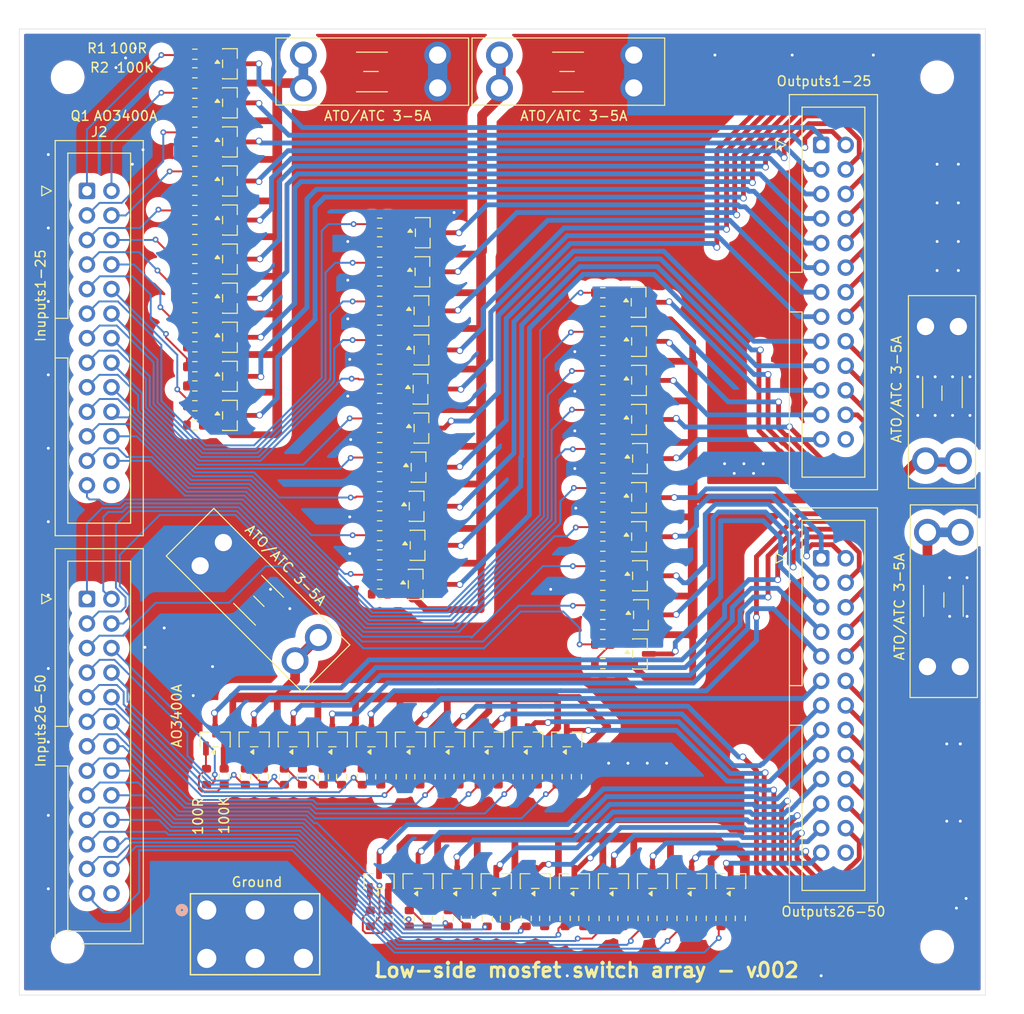
<source format=kicad_pcb>
(kicad_pcb (version 20241229) (generator "pcbnew") (generator_version "9.0")
  (layers (0 "F.Cu" signal) (2 "B.Cu" signal) (13 "F.Paste" user) (15 "B.Paste" user) (5 "F.SilkS" user "F.Silkscreen") (7 "B.SilkS" user "B.Silkscreen") (1 "F.Mask" user) (3 "B.Mask" user) (25 "Edge.Cuts" user))
  (net 0 "")
  (net 1 "GND")
  (net 2 "/Mosfet8ChannelSlice/MosfetChannel/m_gnd")
  (net 3 "/Mosfet8ChannelSlice1/MosfetChannel/m_gnd")
  (net 4 "/Mosfet8ChannelSlice2/MosfetChannel/m_gnd")
  (net 5 "/Mosfet8ChannelSlice3/MosfetChannel/m_gnd")
  (net 6 "/Mosfet8ChannelSlice4/MosfetChannel/m_gnd")
  (net 7 "/Mosfet8ChannelSlice2/in8")
  (net 8 "/Mosfet8ChannelSlice1/in4")
  (net 9 "/Mosfet8ChannelSlice/in8")
  (net 10 "/Mosfet8ChannelSlice2/in7")
  (net 11 "/Mosfet8ChannelSlice1/in6")
  (net 12 "/Mosfet8ChannelSlice1/in7")
  (net 13 "/Mosfet8ChannelSlice1/in2")
  (net 14 "/Mosfet8ChannelSlice2/in2")
  (net 15 "/Mosfet8ChannelSlice/in6")
  (net 16 "/Mosfet8ChannelSlice/in1")
  (net 17 "/Mosfet8ChannelSlice2/in1")
  (net 18 "/Mosfet8ChannelSlice1/in8")
  (net 19 "/Mosfet8ChannelSlice/in3")
  (net 20 "/Mosfet8ChannelSlice2/in4")
  (net 21 "/Mosfet8ChannelSlice/in4")
  (net 22 "/Mosfet8ChannelSlice/in7")
  (net 23 "/Mosfet8ChannelSlice2/in6")
  (net 24 "/Mosfet8ChannelSlice1/in3")
  (net 25 "/Mosfet8ChannelSlice/in5")
  (net 26 "/Mosfet8ChannelSlice/in2")
  (net 27 "/Mosfet8ChannelSlice1/in1")
  (net 28 "/Mosfet8ChannelSlice2/in5")
  (net 29 "/Mosfet8ChannelSlice2/in3")
  (net 30 "/Mosfet8ChannelSlice1/in5")
  (net 31 "/Mosfet8ChannelSlice2/out4")
  (net 32 "/Mosfet8ChannelSlice1/out7")
  (net 33 "/Mosfet8ChannelSlice2/out1")
  (net 34 "/Mosfet8ChannelSlice1/out1")
  (net 35 "/Mosfet8ChannelSlice4/out1")
  (net 36 "/Mosfet8ChannelSlice4/out8")
  (net 37 "/Mosfet8ChannelSlice3/out3")
  (net 38 "/Mosfet8ChannelSlice3/out6")
  (net 39 "/Mosfet8ChannelSlice/out8")
  (net 40 "/Mosfet8ChannelSlice/out7")
  (net 41 "/Mosfet8ChannelSlice2/out5")
  (net 42 "/Mosfet8ChannelSlice4/out3")
  (net 43 "/Mosfet8ChannelSlice2/out7")
  (net 44 "/Mosfet8ChannelSlice4/out5")
  (net 45 "/Mosfet8ChannelSlice4/out7")
  (net 46 "/Mosfet8ChannelSlice/out4")
  (net 47 "/Mosfet8ChannelSlice/out6")
  (net 48 "/Mosfet8ChannelSlice/out3")
  (net 49 "/Mosfet8ChannelSlice3/out7")
  (net 50 "/Mosfet8ChannelSlice3/out2")
  (net 51 "/Mosfet8ChannelSlice4/out4")
  (net 52 "/Mosfet8ChannelSlice4/out2")
  (net 53 "/Mosfet8ChannelSlice2/out2")
  (net 54 "/Mosfet8ChannelSlice2/out3")
  (net 55 "/Mosfet8ChannelSlice1/out5")
  (net 56 "/Mosfet8ChannelSlice3/out5")
  (net 57 "/Mosfet8ChannelSlice1/out3")
  (net 58 "/Mosfet8ChannelSlice1/out2")
  (net 59 "/Mosfet8ChannelSlice/out1")
  (net 60 "/Mosfet8ChannelSlice1/out8")
  (net 61 "/Mosfet8ChannelSlice4/out6")
  (net 62 "/Mosfet8ChannelSlice3/out8")
  (net 63 "/Mosfet8ChannelSlice3/out1")
  (net 64 "/Mosfet8ChannelSlice3/out4")
  (net 65 "/Mosfet8ChannelSlice/out2")
  (net 66 "/Mosfet8ChannelSlice1/out6")
  (net 67 "/Mosfet8ChannelSlice2/out8")
  (net 68 "/Mosfet8ChannelSlice1/out4")
  (net 69 "/Mosfet8ChannelSlice2/out6")
  (net 70 "/Mosfet8ChannelSlice/out5")
  (net 71 "/Mosfet8ChannelSlice4/in3")
  (net 72 "/Mosfet8ChannelSlice3/in7")
  (net 73 "/Mosfet8ChannelSlice3/in6")
  (net 74 "/Mosfet8ChannelSlice4/in7")
  (net 75 "/Mosfet8ChannelSlice3/in3")
  (net 76 "/Mosfet8ChannelSlice4/in2")
  (net 77 "/Mosfet8ChannelSlice3/in8")
  (net 78 "/Mosfet8ChannelSlice4/in8")
  (net 79 "/Mosfet8ChannelSlice4/in5")
  (net 80 "/Mosfet8ChannelSlice3/in5")
  (net 81 "/Mosfet8ChannelSlice3/in2")
  (net 82 "/Mosfet8ChannelSlice3/in1")
  (net 83 "/Mosfet8ChannelSlice4/in6")
  (net 84 "/Mosfet8ChannelSlice3/in4")
  (net 85 "/Mosfet8ChannelSlice4/in4")
  (net 86 "/Mosfet8ChannelSlice4/in1")
  (net 87 "/Mosfet8ChannelSlice/MosfetChannel/gate")
  (net 88 "/Mosfet8ChannelSlice/MosfetChannel1/gate")
  (net 89 "/Mosfet8ChannelSlice/MosfetChannel2/gate")
  (net 90 "/Mosfet8ChannelSlice/MosfetChannel3/gate")
  (net 91 "/Mosfet8ChannelSlice/MosfetChannel4/gate")
  (net 92 "/Mosfet8ChannelSlice/MosfetChannel5/gate")
  (net 93 "/Mosfet8ChannelSlice/MosfetChannel6/gate")
  (net 94 "/Mosfet8ChannelSlice/MosfetChannel7/gate")
  (net 95 "/Mosfet8ChannelSlice1/MosfetChannel3/gate")
  (net 96 "/Mosfet8ChannelSlice1/MosfetChannel2/gate")
  (net 97 "/Mosfet8ChannelSlice1/MosfetChannel1/gate")
  (net 98 "/Mosfet8ChannelSlice1/MosfetChannel5/gate")
  (net 99 "/Mosfet8ChannelSlice1/MosfetChannel/gate")
  (net 100 "/Mosfet8ChannelSlice1/MosfetChannel4/gate")
  (net 101 "/Mosfet8ChannelSlice1/MosfetChannel7/gate")
  (net 102 "/Mosfet8ChannelSlice1/MosfetChannel6/gate")
  (net 103 "/Mosfet8ChannelSlice2/MosfetChannel3/gate")
  (net 104 "/Mosfet8ChannelSlice2/MosfetChannel2/gate")
  (net 105 "/Mosfet8ChannelSlice2/MosfetChannel1/gate")
  (net 106 "/Mosfet8ChannelSlice2/MosfetChannel5/gate")
  (net 107 "/Mosfet8ChannelSlice2/MosfetChannel/gate")
  (net 108 "/Mosfet8ChannelSlice2/MosfetChannel4/gate")
  (net 109 "/Mosfet8ChannelSlice2/MosfetChannel7/gate")
  (net 110 "/Mosfet8ChannelSlice2/MosfetChannel6/gate")
  (net 111 "/Mosfet8ChannelSlice3/MosfetChannel3/gate")
  (net 112 "/Mosfet8ChannelSlice3/MosfetChannel2/gate")
  (net 113 "/Mosfet8ChannelSlice3/MosfetChannel1/gate")
  (net 114 "/Mosfet8ChannelSlice3/MosfetChannel5/gate")
  (net 115 "/Mosfet8ChannelSlice3/MosfetChannel/gate")
  (net 116 "/Mosfet8ChannelSlice3/MosfetChannel4/gate")
  (net 117 "/Mosfet8ChannelSlice3/MosfetChannel7/gate")
  (net 118 "/Mosfet8ChannelSlice3/MosfetChannel6/gate")
  (net 119 "/Mosfet8ChannelSlice4/MosfetChannel3/gate")
  (net 120 "/Mosfet8ChannelSlice4/MosfetChannel2/gate")
  (net 121 "/Mosfet8ChannelSlice4/MosfetChannel1/gate")
  (net 122 "/Mosfet8ChannelSlice4/MosfetChannel5/gate")
  (net 123 "/Mosfet8ChannelSlice4/MosfetChannel/gate")
  (net 124 "/Mosfet8ChannelSlice4/MosfetChannel4/gate")
  (net 125 "/Mosfet8ChannelSlice4/MosfetChannel7/gate")
  (net 126 "/Mosfet8ChannelSlice4/MosfetChannel6/gate")
  (net 127 "/Mosfet8ChannelSlice4/in9")
  (net 128 "/Mosfet8ChannelSlice3/in9")
  (net 129 "/Mosfet8ChannelSlice3/in10")
  (net 130 "/Mosfet8ChannelSlice4/in10")
  (net 131 "/Mosfet8ChannelSlice2/in9")
  (net 132 "/Mosfet8ChannelSlice2/in10")
  (net 133 "/Mosfet8ChannelSlice1/in9")
  (net 134 "/Mosfet8ChannelSlice/in10")
  (net 135 "/Mosfet8ChannelSlice/in9")
  (net 136 "/Mosfet8ChannelSlice1/in10")
  (net 137 "/Mosfet8ChannelSlice/out10")
  (net 138 "/Mosfet8ChannelSlice1/out10")
  (net 139 "/Mosfet8ChannelSlice/out9")
  (net 140 "/Mosfet8ChannelSlice1/out9")
  (net 141 "/Mosfet8ChannelSlice3/out10")
  (net 142 "/Mosfet8ChannelSlice3/out9")
  (net 143 "/Mosfet8ChannelSlice4/out9")
  (net 144 "/Mosfet8ChannelSlice2/out10")
  (net 145 "/Mosfet8ChannelSlice2/out9")
  (net 146 "/Mosfet8ChannelSlice4/out10")
  (net 147 "/Mosfet8ChannelSlice1/MosfetChannel8/gate")
  (net 148 "/Mosfet8ChannelSlice1/MosfetChannel9/gate")
  (net 149 "/Mosfet8ChannelSlice2/MosfetChannel8/gate")
  (net 150 "/Mosfet8ChannelSlice2/MosfetChannel9/gate")
  (net 151 "/Mosfet8ChannelSlice3/MosfetChannel8/gate")
  (net 152 "/Mosfet8ChannelSlice3/MosfetChannel9/gate")
  (net 153 "/Mosfet8ChannelSlice4/MosfetChannel8/gate")
  (net 154 "/Mosfet8ChannelSlice4/MosfetChannel9/gate")
  (net 155 "/Mosfet8ChannelSlice/MosfetChannel8/gate")
  (net 156 "/Mosfet8ChannelSlice/MosfetChannel9/gate")
  (footprint "CustomLibrary:AliExpressFuseHolder" (layer "F.Cu") (at 113.6 75.2 -90)
    (property "Reference" "F5" (hide yes))
    (property "Value" "ATO/ATC 3-5A")
  )
  (footprint "Package_TO_SOT_SMD:SOT-23" (layer "F.Cu") (at 46.355556 89.5375 90)
    (property "Reference" "Q30" (hide yes))
    (property "Value" "AO3400A" (hide yes))
  )
  (footprint "Resistor_SMD:R_0603_1608Metric" (layer "F.Cu") (at 45.433334 93.4 90)
    (property "Reference" "R59" (hide yes))
    (property "Value" "100R" (hide yes))
  )
  (footprint "Resistor_SMD:R_0603_1608Metric" (layer "F.Cu") (at 72.377777 108.0625 90)
    (property "Reference" "R88" (hide yes))
    (property "Value" "100K" (hide yes))
  )
  (footprint "Resistor_SMD:R_0603_1608Metric" (layer "F.Cu") (at 49.466667 93.4 90)
    (property "Reference" "R57" (hide yes))
    (property "Value" "100R" (hide yes))
  )
  (footprint "Resistor_SMD:R_0603_1608Metric" (layer "F.Cu") (at 78.4 71.603333)
    (property "Reference" "R51" (hide yes))
    (property "Value" "100R" (hide yes))
  )
  (footprint "footprints:CONN_8199_KEY" (layer "F.Cu") (at 37.4 107.2)
    (property "Reference" "J5" (hide yes))
    (property "Value" "Ground")
  )
  (footprint "CustomLibrary:MountingHole_3mm_smallcourtyard" (layer "F.Cu") (at 113 111)
    (property "Reference" "REF**" (hide yes))
    (property "Value" "MountingHole_3mm_smallcourtyard" (hide yes))
  )
  (footprint "Resistor_SMD:R_0603_1608Metric" (layer "F.Cu") (at 78.4 47.343333)
    (property "Reference" "R41" (hide yes))
    (property "Value" "100R" (hide yes))
  )
  (footprint "Resistor_SMD:R_0603_1608Metric" (layer "F.Cu") (at 36.17 30.74)
    (property "Reference" "R7" (hide yes))
    (property "Value" "100R" (hide yes))
  )
  (footprint "Resistor_SMD:R_0603_1608Metric" (layer "F.Cu") (at 55.3 64.403333)
    (property "Reference" "R31" (hide yes))
    (property "Value" "100R" (hide yes))
  )
  (footprint "Resistor_SMD:R_0603_1608Metric" (layer "F.Cu") (at 47.308889 93.4 90)
    (property "Reference" "R60" (hide yes))
    (property "Value" "100K" (hide yes))
  )
  (footprint "Resistor_SMD:R_0603_1608Metric" (layer "F.Cu") (at 36.17 48.897778)
    (property "Reference" "R16" (hide yes))
    (property "Value" "100K" (hide yes))
  )
  (footprint "Resistor_SMD:R_0603_1608Metric" (layer "F.Cu") (at 55.3 38.03)
    (property "Reference" "R26" (hide yes))
    (property "Value" "100K" (hide yes))
  )
  (footprint "Resistor_SMD:R_0603_1608Metric" (layer "F.Cu") (at 92.633333 108.0625 90)
    (property "Reference" "R96" (hide yes))
    (property "Value" "100K" (hide yes))
  )
  (footprint "Resistor_SMD:R_0603_1608Metric" (layer "F.Cu") (at 55.3 56.316667)
    (property "Reference" "R23" (hide yes))
    (property "Value" "100R" (hide yes))
  )
  (footprint "Resistor_SMD:R_0603_1608Metric" (layer "F.Cu") (at 39.206667 93.4 90)
    (property "Reference" "R66" (hide yes))
    (property "Value" "100K")
  )
  (footprint "Resistor_SMD:R_0603_1608Metric" (layer "F.Cu") (at 36.17 52.948889)
    (property "Reference" "R98" (hide yes))
    (property "Value" "100K" (hide yes))
  )
  (footprint "Resistor_SMD:R_0603_1608Metric" (layer "F.Cu") (at 78.4 43.3)
    (property "Reference" "R45" (hide yes))
    (property "Value" "100R" (hide yes))
  )
  (footprint "Resistor_SMD:R_0603_1608Metric" (layer "F.Cu") (at 55.3 40.143333)
    (property "Reference" "R21" (hide yes))
    (property "Value" "100R" (hide yes))
  )
  (footprint "Resistor_SMD:R_0603_1608Metric" (layer "F.Cu") (at 36.17 28.642222)
    (property "Reference" "R6" (hide yes))
    (property "Value" "100K" (hide yes))
  )
  (footprint "Package_TO_SOT_SMD:SOT-23" (layer "F.Cu") (at 82.24 72.6)
    (property "Reference" "Q26" (hide yes))
    (property "Value" "AO3400A" (hide yes))
  )
  (footprint "Package_TO_SOT_SMD:SOT-23" (layer "F.Cu") (at 59.525 53.267778)
    (property "Reference" "Q14" (hide yes))
    (property "Value" "AO3400A" (hide yes))
  )
  (footprint "Resistor_SMD:R_0603_1608Metric" (layer "F.Cu") (at 59.462223 93.4 90)
    (property "Reference" "R64" (hide yes))
    (property "Value" "100K" (hide yes))
  )
  (footprint "Package_TO_SOT_SMD:SOT-23" (layer "F.Cu") (at 82.14 52.377778)
    (property "Reference" "Q20" (hide yes))
    (property "Value" "AO3400A" (hide yes))
  )
  (footprint "Package_TO_SOT_SMD:SOT-23" (layer "F.Cu") (at 39.8 47.911111)
    (property "Reference" "Q8" (hide yes))
    (property "Value" "AO3400A" (hide yes))
  )
  (footprint "Resistor_SMD:R_0603_1608Metric" (layer "F.Cu") (at 55.3 52.273333)
    (property "Reference" "R27" (hide yes))
    (property "Value" "100R" (hide yes))
  )
  (footprint "Resistor_SMD:R_0603_1608Metric" (layer "F.Cu") (at 78.4 57.383333)
    (property "Reference" "R38" (hide yes))
    (property "Value" "100K" (hide yes))
  )
  (footprint "Package_TO_SOT_SMD:SOT-23" (layer "F.Cu") (at 82.34 76.644445)
    (property "Reference" "Q27" (hide yes))
    (property "Value" "AO3400A" (hide yes))
  )
  (footprint "Resistor_SMD:R_0603_1608Metric" (layer "F.Cu") (at 75.666667 93.4 90)
    (property "Reference" "R76" (hide yes))
    (property "Value" "100K" (hide yes))
  )
  (footprint "Resistor_SMD:R_0603_1608Metric" (layer "F.Cu") (at 76.428889 108.0625 90)
    (property "Reference" "R84" (hide yes))
    (property "Value" "100K" (hide yes))
  )
  (footprint "Resistor_SMD:R_0603_1608Metric" (layer "F.Cu") (at 41.4 93.4 90)
    (property "Reference" "R61" (hide yes))
    (property "Value" "100R" (hide yes))
  )
  (footprint "Package_TO_SOT_SMD:SOT-23" (layer "F.Cu") (at 91.633333 104.2 90)
    (property "Reference" "Q48" (hide yes))
    (property "Value" "AO3400A" (hide yes))
  )
  (footprint "Connector_IDC:IDC-Header_2x13_P2.54mm_Vertical" (layer "F.Cu") (at 25 32.76)
    (property "Reference" "J2")
    (property "Value" "Inuputs1-25")
  )
  (footprint "Package_TO_SOT_SMD:SOT-23" (layer "F.Cu") (at 87.588889 104.2 90)
    (property "Reference" "Q47" (hide yes))
    (property "Value" "AO3400A" (hide yes))
  )
  (footprint "Resistor_SMD:R_0603_1608Metric" (layer "F.Cu") (at 84.531111 108.0625 90)
    (property "Reference" "R92" (hide yes))
    (property "Value" "100K" (hide yes))
  )
  (footprint "CustomLibrary:AliExpressFuseHolder" (layer "F.Cu") (at 42.8 75.1 135)
    (property "Reference" "F4" (hide yes))
    (property "Value" "ATO/ATC 3-5A")
  )
  (footprint "Resistor_SMD:R_0603_1608Metric" (layer "F.Cu") (at 78.4 45.23)
    (property "Reference" "R46" (hide yes))
    (property "Value" "100K" (hide yes))
  )
  (footprint "Resistor_SMD:R_0603_1608Metric" (layer "F.Cu") (at 73.666667 93.4 90)
    (property "Reference" "R75" (hide yes))
    (property "Value" "100R" (hide yes))
  )
  (footprint "Resistor_SMD:R_0603_1608Metric" (layer "F.Cu") (at 78.4 69.536667)
    (property "Reference" "R50" (hide yes))
    (property "Value" "100K" (hide yes))
  )
  (footprint "Package_TO_SOT_SMD:SOT-23" (layer "F.Cu") (at 70.622223 89.5375 90)
    (property "Reference" "Q37" (hide yes))
    (property "Value" "AO3400A" (hide yes))
  )
  (footprint "Resistor_SMD:R_0603_1608Metric" (layer "F.Cu") (at 62.4 108.0625 90)
    (property "Reference" "R79" (hide yes))
    (property "Value" "100R" (hide yes))
  )
  (footprint "Package_TO_SOT_SMD:SOT-23" (layer "F.Cu") (at 59.725 41.134444)
    (property "Reference" "Q11" (hide yes))
    (property "Value" "AO3400A" (hide yes))
  )
  (footprint "Resistor_SMD:R_0603_1608Metric" (layer "F.Cu") (at 36.17 38.826667)
    (property "Reference" "R11" (hide yes))
    (property "Value" "100R" (hide yes))
  )
  (footprint "Resistor_SMD:R_0603_1608Metric" (layer "F.Cu") (at 36.17 34.783333)
    (property "Reference" "R9" (hide yes))
    (property "Value" "100R" (hide yes))
  )
  (footprint "Package_TO_SOT_SMD:SOT-23" (layer "F.Cu") (at 55.233333 104.2 90)
    (property "Reference" "Q43" (hide yes))
    (property "Value" "AO3400A" (hide yes))
  )
  (footprint "Package_TO_SOT_SMD:SOT-23" (layer "F.Cu") (at 58.488889 89.5375 90)
    (property "Reference" "Q32" (hide yes))
    (property "Value" "AO3400A" (hide yes))
  )
  (footprint "Resistor_SMD:R_0603_1608Metric" (layer "F.Cu") (at 78.4 79.69)
    (property "Reference" "R55" (hide yes))
    (property "Value" "100R" (hide yes))
  )
  (footprint "Package_TO_SOT_SMD:SOT-23" (layer "F.Cu") (at 59.76 37.09)
    (property "Reference" "Q13" (hide yes))
    (property "Value" "AO3400A" (hide yes))
  )
  (footprint "Resistor_SMD:R_0603_1608Metric" (layer "F.Cu") (at 36.17 40.795556)
    (property "Reference" "R12" (hide yes))
    (property "Value" "100K" (hide yes))
  )
  (footprint "Resistor_SMD:R_0603_1608Metric" (layer "F.Cu") (at 78.4 65.485556)
    (property "Reference" "R44" (hide yes))
    (property "Value" "100K" (hide yes))
  )
  (footprint "Resistor_SMD:R_0603_1608Metric" (layer "F.Cu") (at 36.17 50.956667)
    (property "Reference" "R97" (hide yes))
    (property "Value" "100R" (hide yes))
  )
  (footprint "Package_TO_SOT_SMD:SOT-23" (layer "F.Cu") (at 74.666667 89.5375 90)
    (property "Reference" "Q38" (hide yes))
    (property "Value" "AO3400A" (hide yes))
  )
  (footprint "Package_TO_SOT_SMD:SOT-23" (layer "F.Cu") (at 82.14 68.555556)
    (property "Reference" "Q25" (hide yes))
    (property "Value" "AO3400A" (hide yes))
  )
  (footprint "Resistor_SMD:R_0603_1608Metric" (layer "F.Cu") (at 43.257778 93.4 90)
    (property "Reference" "R62" (hide yes))
    (property "Value" "100K" (hide yes))
  )
  (footprint "Resistor_SMD:R_0603_1608Metric" (layer "F.Cu") (at 36.17 20.54)
    (property "Reference" "R2")
    (property "Value" "100K")
  )
  (footprint "Package_TO_SOT_SMD:SOT-23" (layer "F.Cu") (at 42.311111 89.5375 90)
    (property "Reference" "Q31" (hide yes))
    (property "Value" "AO3400A" (hide yes))
  )
  (footprint "Resistor_SMD:R_0603_1608Metric" (layer "F.Cu") (at 57.533334 93.4 90)
    (property "Reference" "R63" (hide yes))
    (property "Value" "100R" (hide yes))
  )
  (footprint "Resistor_SMD:R_0603_1608Metric" (layer "F.Cu") (at 88.582222 108.0625 90)
    (property "Reference" "R94" (hide yes))
    (property "Value" "100K" (hide yes))
  )
  (footprint "Package_TO_SOT_SMD:SOT-23" (layer "F.Cu") (at 39.8 35.777778)
    (property "Reference" "Q5" (hide yes))
    (property "Value" "AO3400A" (hide yes))
  )
  (footprint "Resistor_SMD:R_0603_1608Metric" (layer "F.Cu") (at 78.533333 108.0625 90)
    (property "Reference" "R89" (hide yes))
    (property "Value" "100R" (hide yes))
  )
  (footprint "Package_TO_SOT_SMD:SOT-23" (layer "F.Cu") (at 39.8 39.822222)
    (property "Reference" "Q6" (hide yes))
    (property "Value" "AO3400A" (hide yes))
  )
  (footprint "Resistor_SMD:R_0603_1608Metric" (layer "F.Cu") (at 69.633334 93.4 90)
    (property "Reference" "R73" (hide yes))
    (property "Value" "100R" (hide yes))
  )
  (footprint "Package_TO_SOT_SMD:SOT-23" (layer "F.Cu") (at 39.8 51.955556)
    (property "Reference" "Q49" (hide yes))
    (property "Value" "AO3400A" (hide yes))
  )
  (footprint "Resistor_SMD:R_0603_1608Metric" (layer "F.Cu") (at 36.17 36.744444)
    (property "Reference" "R10" (hide yes))
    (property "Value" "100K" (hide yes))
  )
  (footprint "Package_TO_SOT_SMD:SOT-23" (layer "F.Cu") (at 63.322222 104.2 90)
    (property "Reference" "Q40" (hide yes))
    (property "Value" "AO3400A" (hide yes))
  )
  (footprint "Package_TO_SOT_SMD:SOT-23" (layer "F.Cu") (at 82.24 80.688889)
    (property "Reference" "Q28" (hide yes))
    (property "Value" "AO3400A" (hide yes))
  )
  (footprint "Package_TO_SOT_SMD:SOT-23" (layer "F.Cu") (at 59.225 69.445556)
    (property "Reference" "Q17" (hide yes))
    (property "Value" "AO3400A" (hide yes))
  )
  (footprint "Connector_IDC:IDC-Header_2x13_P2.54mm_Vertical" (layer "F.Cu") (at 101 28)
    (property "Reference" "J3" (hide yes))
    (property "Value" "Outputs1-25")
  )
  (footprint "Resistor_SMD:R_0603_1608Metric" (layer "F.Cu") (at 65.6 93.4 90)
    (property "Reference" "R71" (hide yes))
    (property "Value" "100R" (hide yes))
  )
  (footprint "Resistor_SMD:R_0603_1608Metric" (layer "F.Cu") (at 55.3 44.186667)
    (property "Reference" "R19" (hide yes))
    (property "Value" "100R" (hide yes))
  )
  (footprint "Package_TO_SOT_SMD:SOT-23" (layer "F.Cu") (at 39.8 27.688889)
    (property "Reference" "Q3" (hide yes))
    (property "Value" "AO3400A" (hide yes))
  )
  (footprint "Resistor_SMD:R_0603_1608Metric" (layer "F.Cu") (at 68.326666 108.0625 90)
    (property "Reference" "R78" (hide yes))
    (property "Value" "100K" (hide yes))
  )
  (footprint "Package_TO_SOT_SMD:SOT-23" (layer "F.Cu") (at 59.325 61.356667)
    (property "Reference" "Q15" (hide yes))
    (property "Value" "AO3400A" (hide yes))
  )
  (footprint "Resistor_SMD:R_0603_1608Metric" (layer "F.Cu") (at 55.3 68.446667)
    (property "Reference" "R33" (hide yes))
    (property "Value" "100R" (hide yes))
  )
  (footprint "Connector_IDC:IDC-Header_2x13_P2.54mm_Vertical" (layer "F.Cu") (at 101 70.78)
    (property "Reference" "J4" (hide yes))
    (property "Value" "Outputs26-50")
  )
  (footprint "Resistor_SMD:R_0603_1608Metric" (layer "F.Cu") (at 67.564445 93.4 90)
    (property "Reference" "R72" (hide yes))
    (property "Value" "100K" (hide yes))
  )
  (footprint "Package_TO_SOT_SMD:SOT-23" (layer "F.Cu") (at 38.266667 89.5375 90)
    (property "Reference" "Q33" (hide yes))
    (property "Value" "AO3400A")
  )
  (footprint "Resistor_SMD:R_0603_1608Metric" (layer "F.Cu") (at 90.633333 108.0625 90)
    (property "Reference" "R95" (hide yes))
    (property "Value" "100R" (hide yes))
  )
  (footprint "Resistor_SMD:R_0603_1608Metric" (layer "F.Cu") (at 60.224444 108.0625 90)
    (property "Reference" "R82" (hide yes))
    (property "Value" "100K" (hide yes))
  )
  (footprint "Resistor_SMD:R_0603_1608Metric" (layer "F.Cu") (at 71.615556 93.4 90)
    (property "Reference" "R74" (hide yes))
    (property "Value" "100K" (hide yes))
  )
  (footprint "Resistor_SMD:R_0603_1608Metric" (layer "F.Cu") (at 63.513334 93.4 90)
    (property "Reference" "R70" (hide yes))
    (property "Value" "100K" (hide yes))
  )
  (footprint "Package_TO_SOT_SMD:SOT-23" (layer "F.Cu") (at 59.625 57.312222)
    (property "Reference" "Q12" (hide yes))
    (property "Value" "AO3400A" (hide yes))
  )
  (footprint "Package_TO_SOT_SMD:SOT-23" (layer "F.Cu") (at 39.8 23.644444)
    (property "Reference" "Q2" (hide yes))
    (property "Value" "AO3400A" (hide yes))
  )
  (footprint "Package_TO_SOT_SMD:SOT-23" (layer "F.Cu") (at 39.8 31.733333)
    (property "Reference" "Q4" (hide yes))
    (property "Value" "AO3400A" (hide yes))
  )
  (footprint "Resistor_SMD:R_0603_1608Metric" (layer "F.Cu") (at 55.3 74.49)
    (property "Reference" "R36" (hide yes))
    (property "Value" "100K" (hide yes))
  )
  (footprint "Resistor_SMD:R_0603_1608Metric" (layer "F.Cu") (at 55.3 70.438889)
    (property "Reference" "R34" (hide yes))
    (property "Value" "100K" (hide yes))
  )
  (footprint "Package_TO_SOT_SMD:SOT-23" (layer "F.Cu") (at 39.8 43.866667)
    (property "Reference" "Q7" (hide yes))
    (property "Value" "AO3400A" (hide yes))
  )
  (footprint "Resistor_SMD:R_0603_1608Metric" (layer "F.Cu") (at 55.3 66.387778)
    (property "Reference" "R32" (hide yes))
    (property "Value" "100K" (hide yes))
  )
  (footprint "Resistor_SMD:R_0603_1608Metric" (layer "F.Cu") (at 78.4 73.587778)
    (property "Reference" "R52" (hide yes))
    (property "Value" "100K" (hide yes))
  )
  (footprint "Resistor_SMD:R_0603_1608Metric" (layer "F.Cu") (at 78.4 61.434444)
    (property "Reference" "R48" (hide yes))
    (property "Value" "100K" (hide yes))
  )
  (footprint "Resistor_SMD:R_0603_1608Metric" (layer "F.Cu") (at 36.17 18.61)
    (property "Reference" "R1")
    (property "Value" "100R")
  )
  (footprint "Resistor_SMD:R_0603_1608Metric" (layer "F.Cu") (at 37.366667 93.4 90)
    (property "Reference" "R65" (hide yes))
    (property "Value" "100R")
  )
  (footprint "Package_TO_SOT_SMD:SOT-23" (layer "F.Cu") (at 79.5 104.2 90)
    (property "Reference" "Q45" (hide yes))
    (property "Value" "AO3400A" (hide yes))
  )
  (footprint "Resistor_SMD:R_0603_1608Metric" (layer "F.Cu") (at 78.4 67.56)
    (property "Reference" "R49" (hide yes))
    (property "Value" "100R" (hide yes))
  )
  (footprint "Package_TO_SOT_SMD:SOT-23" (layer "F.Cu") (at 39.8 56)
    (property "Reference" "Q50" (hide yes))
    (property "Value" "AO3400A" (hide yes))
  )
  (footprint "Resistor_SMD:R_0603_1608Metric" (layer "F.Cu") (at 78.4 81.69)
    (property "Reference" "R56" (hide yes))
    (property "Value" "100K" (hide yes))
  )
  (footprint "Resistor_SMD:R_0603_1608Metric" (layer "F.Cu") (at 70.466666 108.0625 90)
    (property "Reference" "R87" (hide yes))
    (property "Value" "100R" (hide yes))
  )
  (footprint "Resistor_SMD:R_0603_1608Metric" (layer "F.Cu") (at 55.3 60.36)
    (property "Reference" "R29" (hide yes))
    (property "Value" "100R" (hide yes))
  )
  (footprint "Package_TO_SOT_SMD:SOT-23" (layer "F.Cu") (at 54.444445 89.5375 90)
    (property "Reference" "Q34" (hide yes))
    (property "Value" "AO3400A" (hide yes))
  )
  (footprint "Package_TO_SOT_SMD:SOT-23" (layer "F.Cu") (at 59.277777 104.2 90)
    (property "Reference" "Q41" (hide yes))
    (property "Value" "AO3400A" (hide yes))
  )
  (footprint "Resistor_SMD:R_0603_1608Metric" (layer "F.Cu") (at 36.17 26.696667)
    (property "Reference" "R5" (hide yes))
    (property "Value" "100R" (hide yes))
  )
  (footprint "Package_TO_SOT_SMD:SOT-23" (layer "F.Cu") (at 39.8 19.6)
    (property "Reference" "Q1")
    (property "Value" "AO3400A")
  )
  (footprint "Resistor_SMD:R_0603_1608Metric" (layer "F.Cu") (at 78.4 53.332222)
    (property "Reference" "R40" (hide yes))
    (property "Value" "100K" (hide yes))
  )
  (footprint "Package_TO_SOT_SMD:SOT-23" (layer "F.Cu") (at 59.625 49.223333)
    (property "Reference" "Q9" (hide yes))
    (property "Value" "AO3400A" (hide yes))
  )
  (footprint "Resistor_SMD:R_0603_1608Metric" (layer "F.Cu") (at 51.36 93.4 90)
    (property "Reference" "R58" (hide yes))
    (property "Value" "100K" (hide yes))
  )
  (footprint "Resistor_SMD:R_0603_1608Metric" (layer "F.Cu") (at 55.3 46.132222)
    (property "Reference" "R20" (hide yes))
    (property "Value" "100K" (hide yes))
  )
  (footprint "CustomLibrary:AliExpressFuseHolder" (layer "F.Cu") (at 54.5 20.5)
    (property "Reference" "F1" (hide yes))
    (property "Value" "ATO/ATC 3-5A")
  )
  (footprint "Package_TO_SOT_SMD:SOT-23" (layer "F.Cu") (at 83.544444 104.2 90)
    (property "Reference" "Q46" (hide yes))
    (property "Value" "AO3400A" (hide yes))
  )
  (footprint "Resistor_SMD:R_0603_1608Metric" (layer "F.Cu") (at 64.275555 108.0625 90)
    (property "Reference" "R80" (hide yes))
    (property "Value" "100K" (hide yes))
  )
  (footprint "Resistor_SMD:R_0603_1608Metric" (layer "F.Cu") (at 55.3 48.23)
    (property "Reference" "R17" (hide yes))
    (property "Value" "100R" (hide yes))
  )
  (footprint "Package_TO_SOT_SMD:SOT-23" (layer "F.Cu") (at 59.025 73.49)
    (property "Reference" "Q18" (hide yes))
    (property "Value" "AO3400A" (hide yes))
  )
  (footprint "Resistor_SMD:R_0603_1608Metric" (layer "F.Cu") (at 78.4 75.646667)
    (property "Reference" "R53" (hide yes))
    (property "Value" "100R" (hide yes))
  )
  (footprint "Package_TO_SOT_SMD:SOT-23" (layer "F.Cu") (at 82.14 48.333333)
    (property "Reference" "Q21" (hide yes))
    (property "Value" "AO3400A" (hide yes))
  )
  (footprint "Package_TO_SOT_SMD:SOT-23" (layer "F.Cu") (at 75.455555 104.2 90)
    (property "Reference" "Q42" (hide yes))
    (property "Value" "AO3400A" (hide yes))
  )
  (footprint "Package_TO_SOT_SMD:SOT-23" (layer "F.Cu") (at 59.625 45.178889)
    (property "Reference" "Q10" (hide yes))
    (property "Value" "AO3400A" (hide yes))
  )
  (footprint "Resistor_SMD:R_0603_1608Metric" (layer "F.Cu") (at 36.17 24.591111)
    (property "Reference" "R4" (hide yes))
    (property "Value" "100K" (hide yes))
  )
  (footprint "Connector_IDC:IDC-Header_2x13_P2.54mm_Vertical" (layer "F.Cu") (at 25 75)
    (property "Reference" "J1" (hide yes))
    (property "Value" "Inputs26-50")
  )
  (footprint "Resistor_SMD:R_0603_1608Metric" (layer "F.Cu") (at 36.17 57)
    (property "Reference" "R100" (hide yes))
    (property "Value" "100K" (hide yes))
  )
  (footprint "Package_TO_SOT_SMD:SOT-23" (layer "F.Cu") (at 50.4 89.5375 90)
    (property "Reference" "Q29" (hide yes))
    (property "Value" "AO3400A" (hide yes))
  )
  (footprint "Resistor_SMD:R_0603_1608Metric" (layer "F.Cu") (at 78.4 49.281111)
    (property "Reference" "R42" (hide yes))
    (property "Value" "100K" (hide yes))
  )
  (footprint "Resistor_SMD:R_0603_1608Metric" (layer "F.Cu") (at 55.411111 93.4 90)
    (property "Reference" "R68" (hide yes))
    (property "Value" "100K" (hide yes))
  )
  (footprint "Package_TO_SOT_SMD:SOT-23" (layer "F.Cu") (at 82.24 60.466667)
    (property "Reference" "Q24" (hide yes))
    (property "Value" "AO3400A" (hide yes))
  )
  (footprint "Package_TO_SOT_SMD:SOT-23" (layer "F.Cu") (at 71.411111 104.2 90)
    (property "Reference" "Q44" (hide yes))
    (property "Value" "AO3400A" (hide yes))
  )
  (footprint "Package_TO_SOT_SMD:SOT-23" (layer "F.Cu") (at 67.366666 104.2 90)
    (property "Reference" "Q39" (hide yes))
    (property "Value" "AO3400A" (hide yes))
  )
  (footprint "Package_TO_SOT_SMD:SOT-23" (layer "F.Cu") (at 66.577778 89.5375 90)
    (property "Reference" "Q36" (hide yes))
    (property "Value" "AO3400A" (hide yes))
  )
  (footprint "Package_TO_SOT_SMD:SOT-23" (layer "F.Cu") (at 82.14 56.422222)
    (property "Reference" "Q19" (hide yes))
    (property "Value" "AO3400A" (hide yes))
  )
  (footprint "Resistor_SMD:R_0603_1608Metric" (layer "F.Cu") (at 55.3 36.1)
    (property "Reference" "R25" (hide yes))
    (property "Value" "100R" (hide yes))
  )
  (footprint "Resistor_SMD:R_0603_1608Metric" (layer "F.Cu") (at 55.3 72.49)
    (property "Reference" "R35" (hide yes))
    (property "Value" "100R" (hide yes))
  )
  (footprint "Resistor_SMD:R_0603_1608Metric" (layer "F.Cu") (at 53.5 93.4 90)
    (property "Reference" "R67" (hide yes))
    (property "Value" "100R" (hide yes))
  )
  (footprint "CustomLibrary:MountingHole_3mm_smallcourtyard" (layer "F.Cu") (at 23 21)
    (property "Reference" "REF**" (hide yes))
    (property "Value" "MountingHole_3mm_smallcourtyard" (hide yes))
  )
  (footprint "Resistor_SMD:R_0603_1608Metric" (layer "F.Cu") (at 78.4 77.638889)
    (property "Reference" "R54" (hide yes))
    (property "Value" "100K" (hide yes))
  )
  (footprint "Resistor_SMD:R_0603_1608Metric" (layer "F.Cu") (at 58.366666 108.0625 90)
    (property "Reference" "R81" (hide yes))
    (property "Value" "100R" (hide yes))
  )
  (footprint "Resistor_SMD:R_0603_1608Metric" (layer "F.Cu") (at 78.4 59.473333)
    (property "Reference" "R47" (hide yes))
    (property "Value" "100R" (hide yes))
  )
  (footprint "Resistor_SMD:R_0603_1608Metric" (layer "F.Cu") (at 36.17 44.846667)
    (property "Reference" "R14" (hide yes))
    (property "Value" "100K" (hide yes))
  )
  (footprint "Resistor_SMD:R_0603_1608Metric" (layer "F.Cu") (at 36.17 32.693333)
    (property "Reference" "R8" (hide yes))
    (property "Value" "100K" (hide yes))
  )
  (footprint "Package_TO_SOT_SMD:SOT-23" (layer "F.Cu") (at 62.533334 89.5375 90)
    (property "Reference" "Q35" (hide yes))
    (property "Value" "AO3400A" (hide yes))
  )
  (footprint "Resistor_SMD:R_0603_1608Metric" (layer "F.Cu") (at 55.3 58.285556)
    (property "Reference" "R24" (hide yes))
    (property "Value" "100K" (hide yes))
  )
  (footprint "Resistor_SMD:R_0603_1608Metric" (layer "F.Cu") (at 66.433333 108.0625 90)
    (property "Reference" "R77" (hide yes))
    (property "Value" "100R" (hide yes))
  )
  (footprint "Resistor_SMD:R_0603_1608Metric" (layer "F.Cu") (at 36.17 42.87)
    (property "Reference" "R13" (hide yes))
    (property "Value" "100R" (hide yes))
  )
  (footprint "Resistor_SMD:R_0603_1608Metric" (layer "F.Cu") (at 61.566667 93.4 90)
    (property "Reference" "R69" (hide yes))
    (property "Value" "100R" (hide yes))
  )
  (footprint "Resistor_SMD:R_0603_1608Metric" (layer "F.Cu") (at 78.4 63.516667)
    (property "Reference" "R43" (hide yes))
    (property "Value" "100R" (hide yes))
  )
  (footprint "Resistor_SMD:R_0603_1608Metric" (layer "F.Cu") (at 54.333333 108.0625 90)
    (property "Reference" "R85" (hide yes))
    (property "Value" "100R" (hide yes))
  )
  (footprint "Resistor_SMD:R_0603_1608Metric" (layer "F.Cu") (at 55.3 50.183333)
    (property "Reference" "R18" (hide yes))
    (property "Value" "100K" (hide yes))
  )
  (footprint "CustomLibrary:AliExpressFuseHolder" (layer "F.Cu") (at 74.8 20.5)
    (property "Reference" "F2" (hide yes))
    (property "Value" "ATO/ATC 3-5A")
  )
  (footprint "Resistor_SMD:R_0603_1608Metric" (layer "F.Cu") (at 78.4 55.43)
    (property "Reference" "R37" (hide yes))
    (property "Value" "100R" (hide yes))
  )
  (footprint "Resistor_SMD:R_0603_1608Metric" (layer "F.Cu") (at 55.3 42.081111)
    (property "Reference" "R22" (hide yes))
    (property "Value" "100K" (hide yes))
  )
  (footprint "CustomLibrary:AliExpressFuseHolder" (layer "F.Cu") (at 113.6 53.6 90)
    (property "Reference" "F3" (hide yes))
    (property "Value" "ATO/ATC 3-5A")
  )
  (footprint "Resistor_SMD:R_0603_1608Metric" (layer "F.Cu") (at 80.48 108.0625 90)
    (property "Reference" "R90" (hide yes))
    (property "Value" "100K" (hide yes))
  )
  (footprint "Resistor_SMD:R_0603_1608Metric" (layer "F.Cu") (at 82.566666 108.0625 90)
    (property "Reference" "R91" (hide yes))
    (property "Value" "100R" (hide yes))
  )
  (footprint "Resistor_SMD:R_0603_1608Metric" (layer "F.Cu") (at 74.5 108.0625 90)
    (property "Reference" "R83" (hide yes))
    (property "Value" "100R" (hide yes))
  )
  (footprint "Resistor_SMD:R_0603_1608Metric" (layer "F.Cu") (at 36.17 55)
    (property "Reference" "R99" (hide yes))
    (property "Value" "100R" (hide yes))
  )
  (footprint "CustomLibrary:MountingHole_3mm_smallcourtyard" (layer "F.Cu") (at 113 21)
    (property "Reference" "REF**" (hide yes))
    (property "Value" "MountingHole_3mm_smallcourtyard" (hide yes))
  )
  (footprint "CustomLibrary:MountingHole_3mm_smallcourtyard" (layer "F.Cu") (at 23 111)
    (property "Reference" "REF**" (hide yes))
    (property "Value" "MountingHole_3mm_smallcourtyard" (hide yes))
  )
  (footprint "Resistor_SMD:R_0603_1608Metric" (layer "F.Cu") (at 36.17 22.653333)
    (property "Reference" "R3" (hide yes))
    (property "Value" "100R" (hide yes))
  )
  (footprint "Package_TO_SOT_SMD:SOT-23" (layer "F.Cu") (at 82.1 44.288889)
    (property "Reference" "Q23" (hide yes))
    (property "Value" "AO3400A" (hide yes))
  )
  (footprint "Resistor_SMD:R_0603_1608Metric" (layer "F.Cu") (at 86.6 108.0625 90)
    (property "Reference" "R93" (hide yes))
    (property "Value" "100R" (hide yes))
  )
  (footprint "Package_TO_SOT_SMD:SOT-23" (layer "F.Cu") (at 82.14 64.511111)
    (property "Reference" "Q22" (hide yes))
    (property "Value" "AO3400A" (hide yes))
  )
  (footprint "Resistor_SMD:R_0603_1608Metric" (layer "F.Cu") (at 55.3 54.234444)
    (property "Reference" "R28" (hide yes))
    (property "Value" "100K" (hide yes))
  )
  (footprint "Resistor_SMD:R_0603_1608Metric" (layer "F.Cu") (at 56.173333 108.0625 90)
    (property "Reference" "R86" (hide yes))
    (property "Value" "100K" (hide yes))
  )
  (footprint "Resistor_SMD:R_0603_1608Metric" (layer "F.Cu") (at 55.3 62.336667)
    (property "Reference" "R30" (hide yes))
    (property "Value" "100K" (hide yes))
  )
  (footprint "Resistor_SMD:R_0603_1608Metric" (layer "F.Cu") (at 78.4 51.386667)
    (property "Reference" "R39" (hide yes))
    (property "Value" "100R" (hide yes))
  )
  (footprint "Package_TO_SOT_SMD:SOT-23" (layer "F.Cu") (at 59.125 65.401111)
    (property "Reference" "Q16" (hide yes))
    (property "Value" "AO3400A" (hide yes))
  )
  (footprint "Resistor_SMD:R_0603_1608Metric" (layer "F.Cu") (at 36.17 46.913333)
    (property "Reference" "R15" (hide yes))
    (property "Value" "100R" (hide yes))
  )
  (gr_rect (start 18 16) (end 118 116) (stroke (width 0.05)) (fill no) (layer "Edge.Cuts"))
  (gr_text "Low-side mosfet switch array - v002" (at 54.6 114.3 0) (layer "F.SilkS") (effects (font (size 1.5 1.5) (thickness 0.3) (bold yes)) (justify left bottom)))
  (segment (start 60.36 22.1) (end 48.8 33.66) (width 2) (layer "F.Cu") (net 1))
  (segment (start 42.819697 69.160303) (end 39.123045 69.160303) (width 2) (layer "F.Cu") (net 1))
  (segment (start 115.4 90) (end 115.4 82) (width 2) (layer "F.Cu") (net 1))
  (segment (start 36.718881 71.564466) (end 39.123045 69.160303) (width 2) (layer "F.Cu") (net 1))
  (segment (start 106.299 112.701) (end 115.4 103.6) (width 2) (layer "F.Cu") (net 1))
  (segment (start 81.6 22.1) (end 81.6 25) (width 2) (layer "F.Cu") (net 1))
  (segment (start 47.28 64.7) (end 43.84 68.14) (width 2) (layer "F.Cu") (net 1))
  (segment (start 90 18.7) (end 81.6 18.7) (width 2) (layer "F.Cu") (net 1))
  (segment (start 70.9 76.3) (end 68.749 78.451) (width 2) (layer "F.Cu") (net 1))
  (segment (start 36.18 79.2) (end 32.9 82.48) (width 2) (layer "F.Cu") (net 1))
  (segment (start 54.151 78.451) (end 43.84 68.14) (width 2) (layer "F.Cu") (net 1))
  (segment (start 37.4 107.2) (end 47.4 107.2) (width 2) (layer "F.Cu") (net 1))
  (segment (start 115.2 34) (end 115.2 30) (width 2) (layer "F.Cu") (net 1))
  (segment (start 48.8 64.6) (end 48.7 64.7) (width 2) (layer "F.Cu") (net 1))
  (segment (start 47.4076 112.2038) (end 37.4 112.2038) (width 2) (layer "F.Cu") (net 1))
  (segment (start 52.901 112.701) (end 106.299 112.701) (width 2) (layer "F.Cu") (net 1))
  (segment (start 36.18 75.8) (end 36.18 71.88) (width 2) (layer "F.Cu") (net 1))
  (segment (start 68.749 78.451) (end 54.151 78.451) (width 2) (layer "F.Cu") (net 1))
  (segment (start 115.2 27.5) (end 106.4 18.7) (width 2) (layer "F.Cu") (net 1))
  (segment (start 106.4 18.7) (end 98 18.7) (width 2) (layer "F.Cu") (net 1))
  (segment (start 61.3 22.1) (end 60.36 22.1) (width 2) (layer "F.Cu") (net 1))
  (segment (start 32.9 102.7) (end 37.4 107.2) (width 2) (layer "F.Cu") (net 1))
  (segment (start 47.4 107.2) (end 52.901 112.701) (width 2) (layer "F.Cu") (net 1))
  (segment (start 48.8 33.66) (end 48.8 64.6) (width 2) (layer "F.Cu") (net 1))
  (segment (start 48.7 64.7) (end 47.28 64.7) (width 2) (layer "F.Cu") (net 1))
  (segment (start 115.2 38) (end 115.2 34) (width 2) (layer "F.Cu") (net 1))
  (segment (start 115.4 103.6) (end 115.4 98) (width 2) (layer "F.Cu") (net 1))
  (segment (start 115.4 98) (end 115.4 90) (width 2) (layer "F.Cu") (net 1))
  (segment (start 32.9 82.48) (end 32.9 102.7) (width 2) (layer "F.Cu") (net 1))
  (segment (start 115.2 30) (end 115.2 27.5) (width 2) (layer "F.Cu") (net 1))
  (segment (start 115.2 46.8) (end 115.2 38) (width 2) (layer "F.Cu") (net 1))
  (segment (start 98 18.7) (end 90 18.7) (width 2) (layer "F.Cu") (net 1))
  (segment (start 43.84 68.14) (end 42.819697 69.160303) (width 2) (layer "F.Cu") (net 1))
  (segment (start 81.6 25) (end 70.9 35.7) (width 2) (layer "F.Cu") (net 1))
  (segment (start 70.9 35.7) (end 70.9 76.3) (width 2) (layer "F.Cu") (net 1))
  (segment (start 36.18 75.8) (end 36.18 79.2) (width 2) (layer "F.Cu") (net 1))
  (via (at 114.3 72.8) (size 0.6) (drill 0.3) (layers "F.Cu" "B.Cu") (net 1))
  (via (at 52 46) (size 0.6) (drill 0.3) (layers "F.Cu" "B.Cu") (net 1))
  (via (at 75.6 65.6) (size 0.6) (drill 0.3) (layers "F.Cu" "B.Cu") (net 1))
  (via (at 75.5 57.6) (size 0.6) (drill 0.3) (layers "F.Cu" "B.Cu") (net 1))
  (via (at 116.4 52) (size 0.6) (drill 0.3) (layers "F.Cu" "B.Cu") (net 1))
  (via (at 115.2 41) (size 0.6) (drill 0.3) (layers "F.Cu" "B.Cu") (net 1))
  (via (at 75.5 61.5) (size 0.6) (drill 0.3) (layers "F.Cu" "B.Cu") (net 1))
  (via (at 112.8 56) (size 0.6) (drill 0.3) (layers "F.Cu" "B.Cu") (net 1))
  (via (at 30.8 28.5) (size 0.6) (drill 0.3) (layers "F.Cu" "B.Cu") (net 1))
  (via (at 116 106) (size 0.6) (drill 0.3) (layers "F.Cu" "B.Cu") (net 1))
  (via (at 73 74) (size 0.6) (drill 0.3) (layers "F.Cu" "B.Cu") (net 1))
  (via (at 94 62) (size 0.6) (drill 0.3) (layers "F.Cu" "B.Cu") (net 1))
  (via (at 114.6 52) (size 0.6) (drill 0.3) (layers "F.Cu" "B.Cu") (net 1))
  (via (at 21 67) (size 0.6) (drill 0.3) (layers "F.Cu" "B.Cu") (net 1))
  (via (at 113 30) (size 0.6) (drill 0.3) (layers "F.Cu" "B.Cu") (net 1))
  (via (at 106.4 18.7) (size 0.6) (drill 0.3) (layers "F.Cu" "B.Cu") (net 1))
  (via (at 115.4 90) (size 0.6) (drill 0.3) (layers "F.Cu" "B.Cu") (net 1))
  (via (at 52 42) (size 0.6) (drill 0.3) (layers "F.Cu" "B.Cu") (net 1))
  (via (at 116.1 76.8) (size 0.6) (drill 0.3) (layers "F.Cu" "B.Cu") (net 1))
  (via (at 21 29) (size 0.6) (drill 0.3) (layers "F.Cu" "B.Cu") (net 1))
  (via (at 116.4 56) (size 0.6) (drill 0.3) (layers "F.Cu" "B.Cu") (net 1))
  (via (at 116.1 72.8) (size 0.6) (drill 0.3) (layers "F.Cu" "B.Cu") (net 1))
  (via (at 111 56) (size 0.6) (drill 0.3) (layers "F.Cu" "B.Cu") (net 1))
  (via (at 98 18.7) (size 0.6) (drill 0.3) (layers "F.Cu" "B.Cu") (net 1))
  (via (at 111 52) (size 0.6) (drill 0.3) (layers "F.Cu" "B.Cu") (net 1))
  (via (at 101 114) (size 0.6) (drill 0.3) (layers "F.Cu" "B.Cu") (net 1))
  (via (at 114.3 76.8) (size 0.6) (drill 0.3) (layers "F.Cu" "B.Cu") (net 1))
  (via (at 115.4 90) (size 0.6) (drill 0.3) (layers "F.Cu" "B.Cu") (net 1))
  (via (at 52.3 58.5) (size 0.6) (drill 0.3) (layers "F.Cu" "B.Cu") (net 1))
  (via (at 113 34) (size 0.6) (drill 0.3) (layers "F.Cu" "B.Cu") (net 1))
  (via (at 81.285714 114) (size 0.6) (drill 0.3) (layers "F.Cu" "B.Cu") (net 1))
  (via (at 115.2 30) (size 0.6) (drill 0.3) (layers "F.Cu" "B.Cu") (net 1))
  (via (at 21 89.8) (size 0.6) (drill 0.3) (layers "F.Cu" "B.Cu") (net 1))
  (via (at 85 92) (size 0.6) (drill 0.3) (layers "F.Cu" "B.Cu") (net 1))
  (via (at 91 61) (size 0.6) (drill 0.3) (layers "F.Cu" "B.Cu") (net 1))
  (via (at 52.2 70.3) (size 0.6) (drill 0.3) (layers "F.Cu" "B.Cu") (net 1))
  (via (at 79 92) (size 0.6) (drill 0.3) (layers "F.Cu" "B.Cu") (net 1))
  (via (at 38 82) (size 0.6) (drill 0.3) (layers "F.Cu" "B.Cu") (net 1))
  (via (at 95 61) (size 0.6) (drill 0.3) (layers "F.Cu" "B.Cu") (net 1))
  (via (at 28 20) (size 0.6) (drill 0.3) (layers "F.Cu" "B.Cu") (net 1))
  (via (at 33 78) (size 0.6) (drill 0.3) (layers "F.Cu" "B.Cu") (net 1))
  (via (at 21 74.6) (size 0.6) (drill 0.3) (layers "F.Cu" "B.Cu") (net 1))
  (via (at 113 38) (size 0.6) (drill 0.3) (layers "F.Cu" "B.Cu") (net 1))
  (via (at 30 18) (size 0.6) (drill 0.3) (layers "F.Cu" "B.Cu") (net 1))
  (via (at 21 82.2) (size 0.6) (drill 0.3) (layers "F.Cu" "B.Cu") (net 1))
  (via (at 68.142857 114) (size 0.6) (drill 0.3) (layers "F.Cu" "B.Cu") (net 1))
  (via (at 87.857143 114) (size 0.6) (drill 0.3) (layers "F.Cu" "B.Cu") (net 1))
  (via (at 115 107) (size 0.6) (drill 0.3) (layers "F.Cu" "B.Cu") (net 1))
  (via (at 83 92) (size 0.6) (drill 0.3) (layers "F.Cu" "B.Cu") (net 1))
  (via (at 75.5 49.4) (size 0.6) (drill 0.3) (layers "F.Cu" "B.Cu") (net 1))
  (via (at 114.6 56) (size 0.6) (drill 0.3) (layers "F.Cu" "B.Cu") (net 1))
  (via (at 21 105) (size 0.6) (drill 0.3) (layers "F.Cu" "B.Cu") (net 1))
  (via (at 81 92) (size 0.6) (drill 0.3) (layers "F.Cu" "B.Cu") (net 1))
  (via (at 36 85) (size 0.6) (drill 0.3) (layers "F.Cu" "B.Cu") (net 1))
  (via (at 44 74) (size 0.6) (drill 0.3) (layers "F.Cu" "B.Cu") (net 1))
  (via (at 63 35) (size 0.6) (drill 0.3) (layers "F.Cu" "B.Cu") (net 1))
  (via (at 115.2 38) (size 0.6) (drill 0.3) (layers "F.Cu" "B.Cu") (net 1))
  (via (at 29 19) (size 0.6) (drill 0.3) (layers "F.Cu" "B.Cu") (net 1))
  (via (at 112.8 52) (size 0.6) (drill 0.3) (layers "F.Cu" "B.Cu") (net 1))
  (via (at 52 38) (size 0.6) (drill 0.3) (layers "F.Cu" "B.Cu") (net 1))
  (via (at 94.428571 114) (size 0.6) (drill 0.3) (layers "F.Cu" "B.Cu") (net 1))
  (via (at 113 41) (size 0.6) (drill 0.3) (layers "F.Cu" "B.Cu") (net 1))
  (via (at 92 62) (size 0.6) (drill 0.3) (layers "F.Cu" "B.Cu") (net 1))
  (via (at 75.5 53.5) (size 0.6) (drill 0.3) (layers "F.Cu" "B.Cu") (net 1))
  (via (at 29.7 30) (size 0.6) (drill 0.3) (layers "F.Cu" "B.Cu") (net 1))
  (via (at 114 98) (size 0.6) (drill 0.3) (layers "F.Cu" "B.Cu") (net 1))
  (via (at 21 51.8) (size 0.6) (drill 0.3) (layers "F.Cu" "B.Cu") (net 1))
  (via (at 46 76) (size 0.6) (drill 0.3) (layers "F.Cu" "B.Cu") (net 1))
  (via (at 21 44.2) (size 0.6) (drill 0.3) (layers "F.Cu" "B.Cu") (net 1))
  (via (at 52.2 50.2) (size 0.6) (drill 0.3) (layers "F.Cu" "B.Cu") (net 1))
  (via (at 21 36.6) (size 0.6) (drill 0.3) (layers "F.Cu" "B.Cu") (net 1))
  (via (at 74.714286 114) (size 0.6) (drill 0.3) (layers "F.Cu" "B.Cu") (net 1))
  (via (at 21 59.4) (size 0.6) (drill 0.3) (layers "F.Cu" "B.Cu") (net 1))
  (via (at 31 80) (size 0.6) (drill 0.3) (layers "F.Cu" "B.Cu") (net 1))
  (via (at 55 114) (size 0.6) (drill 0.3) (layers "F.Cu" "B.Cu") (net 1))
  (via (at 115.2 34) (size 0.6) (drill 0.3) (layers "F.Cu" "B.Cu") (net 1))
  (via (at 115.4 98) (size 0.6) (drill 0.3) (layers "F.Cu" "B.Cu") (net 1))
  (via (at 61.571429 114) (size 0.6) (drill 0.3) (layers "F.Cu" "B.Cu") (net 1))
  (via (at 93 61) (size 0.6) (drill 0.3) (layers "F.Cu" "B.Cu") (net 1))
  (via (at 52 54) (size 0.6) (drill 0.3) (layers "F.Cu" "B.Cu") (net 1))
  (via (at 90 18.7) (size 0.6) (drill 0.3) (layers "F.Cu" "B.Cu") (net 1))
  (via (at 52.2 66.5) (size 0.6) (drill 0.3) (layers "F.Cu" "B.Cu") (net 1))
  (via (at 114 90) (size 0.6) (drill 0.3) (layers "F.Cu" "B.Cu") (net 1))
  (via (at 21 97.4) (size 0.6) (drill 0.3) (layers "F.Cu" "B.Cu") (net 1))
  (segment (start 42.4038 112.2038) (end 42.4038 107.2) (width 2) (layer "B.Cu") (net 1))
  (segment (start 36.718881 71.564465) (end 39.123045 69.160303) (width 2) (layer "B.Cu") (net 1))
  (segment (start 37.4 112.2038) (end 42.4038 112.2038) (width 2) (layer "B.Cu") (net 1))
  (segment (start 37.4 112.2038) (end 37.4 107.2) (width 2) (layer "B.Cu") (net 1))
  (segment (start 61.3 18.7) (end 61.3 22.1) (width 2) (layer "B.Cu") (net 1))
  (segment (start 47.4076 112.2038) (end 42.4038 112.2038) (width 2) (layer "B.Cu") (net 1))
  (segment (start 47.4076 107.2) (end 42.4038 107.2) (width 2) (layer "B.Cu") (net 1))
  (segment (start 37.4 107.2) (end 42.4038 107.2) (width 2) (layer "B.Cu") (net 1))
  (segment (start 47.4076 107.2) (end 47.4076 112.2038) (width 2) (layer "B.Cu") (net 1))
  (segment (start 81.6 18.7) (end 81.6 22.1) (width 2) (layer "B.Cu") (net 1))
  (segment (start 112 82) (end 115.4 82) (width 2) (layer "B.Cu") (net 1))
  (segment (start 111.8 46.8) (end 115.2 46.8) (width 2) (layer "B.Cu") (net 1))
  (segment (start 38.961111 48.861111) (end 39.8 49.7) (width 0.7) (layer "F.Cu") (net 2))
  (segment (start 36.995 48.897778) (end 38.825833 48.897778) (width 0.7) (layer "F.Cu") (net 2))
  (segment (start 38.8625 36.727778) (end 39.634722 37.5) (width 0.7) (layer "F.Cu") (net 2))
  (segment (start 44.7 41.4) (end 44.7 45.8) (width 1) (layer "F.Cu") (net 2))
  (segment (start 39.5 45.454167) (end 39.5 45.5) (width 0.7) (layer "F.Cu") (net 2))
  (segment (start 36.995 32.693333) (end 38.8525 32.693333) (width 0.7) (layer "F.Cu") (net 2))
  (segment (start 44.4 45.5) (end 44.7 45.8) (width 0.7) (layer "F.Cu") (net 2))
  (segment (start 36.995 57) (end 38.8125 57) (width 0.7) (layer "F.Cu") (net 2))
  (segment (start 39.8 41.6) (end 44.5 41.6) (width 0.7) (layer "F.Cu") (net 2))
  (segment (start 40.136058 21.6) (end 44.7 21.6) (width 0.7) (layer "F.Cu") (net 2))
  (segment (start 39.7 53.6) (end 44.7 53.6) (width 0.7) (layer "F.Cu") (net 2))
  (segment (start 38.8625 52.905556) (end 39.005556 52.905556) (width 0.7) (layer "F.Cu") (net 2))
  (segment (start 36.995 52.948889) (end 38.819167 52.948889) (width 0.7) (layer "F.Cu") (net 2))
  (segment (start 36.995 40.795556) (end 38.839166 40.795556) (width 0.7) (layer "F.Cu") (net 2))
  (segment (start 39.086058 20.55) (end 40.136058 21.6) (width 0.7) (layer "F.Cu") (net 2))
  (segment (start 39.8 49.7) (end 44.6 49.7) (width 0.7) (layer "F.Cu") (net 2))
  (segment (start 36.995 28.642222) (end 38.859167 28.642222) (width 0.7) (layer "F.Cu") (net 2))
  (segment (start 44.7 21.6) (end 44.7 25.5) (width 1) (layer "F.Cu") (net 2))
  (segment (start 38.8625 40.772222) (end 38.972222 40.772222) (width 0.7) (layer "F.Cu") (net 2))
  (segment (start 38.8525 20.54) (end 38.8625 20.55) (width 0.7) (layer "F.Cu") (net 2))
  (segment (start 39.086057 32.683333) (end 40.202724 33.8) (width 0.7) (layer "F.Cu") (net 2))
  (segment (start 38.825833 48.897778) (end 38.8625 48.861111) (width 0.7) (layer "F.Cu") (net 2))
  (segment (start 44.7 33.8) (end 44.7 37.4) (width 1) (layer "F.Cu") (net 2))
  (segment (start 38.819167 52.948889) (end 38.8625 52.905556) (width 0.7) (layer "F.Cu") (net 2))
  (segment (start 38.8325 44.846667) (end 38.8625 44.816667) (width 0.7) (layer "F.Cu") (net 2))
  (segment (start 38.972222 40.772222) (end 39.8 41.6) (width 0.7) (layer "F.Cu") (net 2))
  (segment (start 44.7 49.6) (end 44.7 53.6) (width 1) (layer "F.Cu") (net 2))
  (segment (start 40.202724 33.8) (end 44.7 33.8) (width 0.7) (layer "F.Cu") (net 2))
  (segment (start 38.8625 32.683333) (end 39.086057 32.683333) (width 0.7) (layer "F.Cu") (net 2))
  (segment (start 36.995 20.54) (end 38.8525 20.54) (width 0.7) (layer "F.Cu") (net 2))
  (segment (start 44.7 29.6) (end 44.7 33.8) (width 1) (layer "F.Cu") (net 2))
  (segment (start 44.7 45.8) (end 44.7 49.6) (width 1) (layer "F.Cu") (net 2))
  (segment (start 38.8625 56.95) (end 38.95 56.95) (width 0.7) (layer "F.Cu") (net 2))
  (segment (start 39.138889 28.638889) (end 40 29.5) (width 0.7) (layer "F.Cu") (net 2))
  (segment (start 38.8625 48.861111) (end 38.961111 48.861111) (width 0.7) (layer "F.Cu") (net 2))
  (segment (start 38.8625 20.55) (end 39.086058 20.55) (width 0.7) (layer "F.Cu") (net 2))
  (segment (start 38.8625 44.816667) (end 39.5 45.454167) (width 0.7) (layer "F.Cu") (net 2))
  (segment (start 36.995 36.744444) (end 38.845834 36.744444) (width 0.7) (layer "F.Cu") (net 2))
  (segment (start 46.9 21.6) (end 47.4 22.1) (width 0.7) (layer "F.Cu") (net 2))
  (segment (start 44.7 25.5) (end 44.7 29.6) (width 1) (layer "F.Cu") (net 2))
  (segment (start 39.5 45.5) (end 44.4 45.5) (width 0.7) (layer "F.Cu") (net 2))
  (segment (start 44.6 49.7) (end 44.7 49.6) (width 0.7) (layer "F.Cu") (net 2))
  (segment (start 39.005556 52.905556) (end 39.7 53.6) (width 0.7) (layer "F.Cu") (net 2))
  (segment (start 38.8525 32.693333) (end 38.8625 32.683333) (width 0.7) (layer "F.Cu") (net 2))
  (segment (start 38.8125 57) (end 38.8625 56.95) (width 0.7) (layer "F.Cu") (net 2))
  (segment (start 36.995 44.846667) (end 38.8325 44.846667) (width 0.7) (layer "F.Cu") (net 2))
  (segment (start 39.634722 37.5) (end 44.6 37.5) (width 0.7) (layer "F.Cu") (net 2))
  (segment (start 36.995 24.591111) (end 38.859167 24.591111) (width 0.7) (layer "F.Cu") (net 2))
  (segment (start 40 29.5) (end 44.6 29.5) (width 0.7) (layer "F.Cu") (net 2))
  (segment (start 38.845834 36.744444) (end 38.8625 36.727778) (width 0.7) (layer "F.Cu") (net 2))
  (segment (start 38.859167 28.642222) (end 38.8625 28.638889) (width 0.7) (layer "F.Cu") (net 2))
  (segment (start 44.7 53.6) (end 44.7 57.8) (width 1) (layer "F.Cu") (net 2))
  (segment (start 38.95 56.95) (end 40 58) (width 0.7) (layer "F.Cu") (net 2))
  (segment (start 44.6 37.5) (end 44.7 37.4) (width 0.7) (layer "F.Cu") (net 2))
  (segment (start 38.8625 28.638889) (end 39.138889 28.638889) (width 0.7) (layer "F.Cu") (net 2))
  (segment (start 44.7 21.6) (end 46.9 21.6) (width 1) (layer "F.Cu") (net 2))
  (segment (start 38.8625 24.594444) (end 39.194444 24.594444) (width 0.7) (layer "F.Cu") (net 2))
  (segment (start 38.839166 40.795556) (end 38.8625 40.772222) (width 0.7) (layer "F.Cu") (net 2))
  (segment (start 38.859167 24.591111) (end 38.8625 24.594444) (width 0.7) (layer "F.Cu") (net 2))
  (segment (start 44.5 58) (end 44.7 57.8) (width 0.7) (layer "F.Cu") (net 2))
  (segment (start 44.7 37.4) (end 44.7 41.4) (width 1) (layer "F.Cu") (net 2))
  (segment (start 44.6 29.5) (end 44.7 29.6) (width 0.7) (layer "F.Cu") (net 2))
  (segment (start 40.1 25.5) (end 44.7 25.5) (width 0.7) (layer "F.Cu") (net 2))
  (segment (start 40 58) (end 44.5 58) (width 0.7) (layer "F.Cu") (net 2))
  (segment (start 39.194444 24.594444) (end 40.1 25.5) (width 0.7) (layer "F.Cu") (net 2))
  (segment (start 44.5 41.6) (end 44.7 41.4) (width 0.7) (layer "F.Cu") (net 2))
  (segment (start 47.4 18.7) (end 47.4 22.1) (width 1) (layer "B.Cu") (net 2))
  (segment (start 58.5875 54.217778) (end 59.5 55.130278) (width 0.7) (layer "F.Cu") (net 3))
  (segment (start 67.84 19.6) (end 67.84 23) (width 1) (layer "F.Cu") (net 3))
  (segment (start 59.8 67.7) (end 65.8 67.7) (width 0.7) (layer "F.Cu") (net 3))
  (segment (start 65.7 55.4) (end 65.8 55.5) (width 0.7) (layer "F.Cu") (net 3))
  (segment (start 65.9 39) (end 65.6 39.3) (width 0.7) (layer "F.Cu") (net 3))
  (segment (start 65.8 59.2) (end 65.8 63.1) (width 1) (layer "F.Cu") (net 3))
  (segment (start 56.125 46.132222) (end 58.684167 46.132222) (width 0.7) (layer "F.Cu") (net 3))
  (segment (start 58.150833 66.387778) (end 58.1875 66.351111) (width 0.7) (layer "F.Cu") (net 3))
  (segment (start 60.1 76.1) (end 59 75) (width 0.7) (layer "F.Cu") (net 3))
  (segment (start 58.664166 58.285556) (end 58.6875 58.262222) (width 0.7) (layer "F.Cu") (net 3))
  (segment (start 59.558611 47) (end 65.8 47) (width 0.7) (layer "F.Cu") (net 3))
  (segment (start 67.84 23) (end 65.9 24.94) (width 1) (layer "F.Cu") (net 3))
  (segment (start 59.7 51.2) (end 65.8 51.2) (width 0.7) (layer "F.Cu") (net 3))
  (segment (start 58.8225 38.04) (end 60.0825 39.3) (width 0.7) (layer "F.Cu") (net 3))
  (segment (start 59.7 51.185833) (end 59.7 51.2) (width 0.7) (layer "F.Cu") (net 3))
  (segment (start 59.191944 71.3) (end 65.8 71.3) (width 0.7) (layer "F.Cu") (net 3))
  (segment (start 65.8 43.4) (end 65.8 47) (width 1) (layer "F.Cu") (net 3))
  (segment (start 65.9 24.94) (end 65.9 39) (width 1) (layer "F.Cu") (net 3))
  (segment (start 58.6475 75) (end 58.0875 74.44) (width 0.7) (layer "F.Cu") (net 3))
  (segment (start 56.125 58.285556) (end 58.664166 58.285556) (width 0.7) (layer "F.Cu") (net 3))
  (segment (start 65.8 55.5) (end 65.8 59.2) (width 1) (layer "F.Cu") (net 3))
  (segment (start 58.0375 74.49) (end 58.0875 74.44) (width 0.7) (layer "F.Cu") (net 3))
  (segment (start 58.1875 66.351111) (end 58.451111 66.351111) (width 0.7) (layer "F.Cu") (net 3))
  (segment (start 58.2875 70.395556) (end 56.168333 70.395556) (width 0.7) (layer "F.Cu") (net 3))
  (segment (start 56.125 66.387778) (end 58.150833 66.387778) (width 0.7) (layer "F.Cu") (net 3))
  (segment (start 56.125 62.336667) (end 58.3575 62.336667) (width 0.7) (layer "F.Cu") (net 3))
  (segment (start 58.6875 58.262222) (end 59.625278 59.2) (width 0.7) (layer "F.Cu") (net 3))
  (segment (start 56.168333 70.395556) (end 56.125 70.438889) (width 0.7) (layer "F.Cu") (net 3))
  (segment (start 58.570834 54.234444) (end 58.5875 54.217778) (width 0.7) (layer "F.Cu") (net 3))
  (segment (start 65.8 39.5) (end 65.8 43.4) (width 1) (layer "F.Cu") (net 3))
  (segment (start 58.451111 66.351111) (end 59.8 67.7) (width 0.7) (layer "F.Cu") (net 3))
  (segment (start 58.8125 38.03) (end 58.8225 38.04) (width 0.7) (layer "F.Cu") (net 3))
  (segment (start 56.125 54.234444) (end 58.570834 54.234444) (width 0.7) (layer "F.Cu") (net 3))
  (segment (start 65.8 47) (end 65.8 51.2) (width 1) (layer "F.Cu") (net 3))
  (segment (start 58.6875 50.173333) (end 59.7 51.185833) (width 0.7) (layer "F.Cu") (net 3))
  (segment (start 59.180833 63.1) (end 65.8 63.1) (width 0.7) (layer "F.Cu") (net 3))
  (segment (start 56.125 50.183333) (end 58.6775 50.183333) (width 0.7) (layer "F.Cu") (net 3))
  (segment (start 59.5 55.130278) (end 59.5 55.4) (width 0.7) (layer "F.Cu") (net 3))
  (segment (start 65.6 39.3) (end 65.8 39.5) (width 0.7) (layer "F.Cu") (net 3))
  (segment (start 58.6775 50.183333) (end 58.6875 50.173333) (width 0.7) (layer "F.Cu") (net 3))
  (segment (start 60.0825 39.3) (end 60.7 39.3) (width 0.7) (layer "F.Cu") (net 3))
  (segment (start 56.125 38.03) (end 58.8125 38.03) (width 0.7) (layer "F.Cu") (net 3))
  (segment (start 59.625278 59.2) (end 65.8 59.2) (width 0.7) (layer "F.Cu") (net 3))
  (segment (start 60.7 39.3) (end 65.6 39.3) (width 0.7) (layer "F.Cu") (net 3))
  (segment (start 65.8 76.1) (end 60.1 76.1) (width 0.7) (layer "F.Cu") (net 3))
  (segment (start 58.3575 62.336667) (end 58.3875 62.306667) (width 0.7) (layer "F.Cu") (net 3))
  (segment (start 65.8 71.3) (end 65.8 76.1) (width 0.7) (layer "F.Cu") (net 3))
  (segment (start 59.5 55.4) (end 65.7 55.4) (width 0.7) (layer "F.Cu") (net 3))
  (segment (start 56.125 74.49) (end 58.0375 74.49) (width 0.7) (layer "F.Cu") (net 3))
  (segment (start 60.003056 43.3) (end 65.7 43.3) (width 0.7) (layer "F.Cu") (net 3))
  (segment (start 58.2875 70.395556) (end 59.191944 71.3) (width 0.7) (layer "F.Cu") (net 3))
  (segment (start 58.684167 46.132222) (end 58.6875 46.128889) (width 0.7) (layer "F.Cu") (net 3))
  (segment (start 58.7875 42.084444) (end 60.003056 43.3) (width 0.7) (layer "F.Cu") (net 3))
  (segment (start 58.3875 62.306667) (end 59.180833 63.1) (width 0.7) (layer "F.Cu") (net 3))
  (segment (start 65.8 51.2) (end 65.8 55.5) (width 1) (layer "F.Cu") (net 3))
  (segment (start 59 75) (end 58.6475 75) (width 0.7) (layer "F.Cu") (net 3))
  (segment (start 58.6875 46.128889) (end 59.558611 47) (width 0.7) (layer "F.Cu") (net 3))
  (segment (start 56.125 42.081111) (end 58.784167 42.081111) (width 0.7) (layer "F.Cu") (net 3))
  (segment (start 65.8 67.7) (end 65.8 71.3) (width 1) (layer "F.Cu") (net 3))
  (segment (start 58.784167 42.081111) (end 58.7875 42.084444) (width 0.7) (layer "F.Cu") (net 3))
  (segment (start 65.8 63.1) (end 65.8 67.7) (width 1) (layer "F.Cu") (net 3))
  (segment (start 65.7 43.3) (end 65.8 43.4) (width 0.7) (layer "F.Cu") (net 3))
  (segment (start 67.7 18.7) (end 67.7 22.1) (width 0.7) (layer "B.Cu") (net 3))
  (segment (start 81.284723 61.434444) (end 81.3025 61.416667) (width 0.7) (layer "F.Cu") (net 4))
  (segment (start 81.178055 65.485556) (end 81.2025 65.461111) (width 0.7) (layer "F.Cu") (net 4))
  (segment (start 81.358056 77.638889) (end 81.4025 77.594445) (width 0.7) (layer "F.Cu") (net 4))
  (segment (start 82.283333 49.283333) (end 83.4 50.4) (width 0.7) (layer "F.Cu") (net 4))
  (segment (start 87.7 54.5) (end 87.7 58.8) (width 1) (layer "F.Cu") (net 4))
  (segment (start 79.225 49.281111) (end 81.200278 49.281111) (width 0.7) (layer "F.Cu") (net 4))
  (segment (start 82.508055 78.7) (end 87.6 78.7) (width 0.7) (layer "F.Cu") (net 4))
  (segment (start 87.7 58.8) (end 87.7 62.3) (width 1) (layer "F.Cu") (net 4))
  (segment (start 87.6 83.1) (end 82.763611 83.1) (width 0.7) (layer "F.Cu") (net 4))
  (segment (start 81.2025 49.283333) (end 82.283333 49.283333) (width 0.7) (layer "F.Cu") (net 4))
  (segment (start 85.4 46.1) (end 82.023611 46.1) (width 0.7) (layer "F.Cu") (net 4))
  (segment (start 79.225 73.587778) (end 81.264722 73.587778) (width 0.7) (layer "F.Cu") (net 4))
  (segment (start 82.196944 70.5) (end 87.7 70.5) (width 0.7) (layer "F.Cu") (net 4))
  (segment (start 87.7 70.5) (end 87.7 74.7) (width 1) (layer "F.Cu") (net 4))
  (segment (start 82.630278 58.8) (end 87.7 58.8) (width 0.7) (layer "F.Cu") (net 4))
  (segment (start 81.191389 57.383333) (end 81.2025 57.372222) (width 0.7) (layer "F.Cu") (net 4))
  (segment (start 81.200278 49.281111) (end 81.2025 49.283333) (width 0.7) (layer "F.Cu") (net 4))
  (segment (start 87.7 54.5) (end 87.7 50.6) (width 1) (layer "F.Cu") (net 4))
  (segment (start 83.2 54.5) (end 87.7 54.5) (width 0.7) (layer "F.Cu") (net 4))
  (segment (start 82.763611 83.1) (end 81.3025 81.638889) (width 0.7) (layer "F.Cu") (net 4))
  (segment (start 87.7 50.6) (end 87.7 48.4) (width 0.7) (layer "F.Cu") (net 4))
  (segment (start 87.5 50.4) (end 87.7 50.6) (width 0.7) (layer "F.Cu") (net 4))
  (segment (start 87.7 83) (end 87.6 83.1) (width 0.7) (layer "F.Cu") (net 4))
  (segment (start 81.153611 45.23) (end 81.1625 45.238889) (width 0.7) (layer "F.Cu") (net 4))
  (segment (start 114.1 60.96) (end 110.7 60.96) (width 0.7) (layer "F.Cu") (net 4))
  (segment (start 83.4 50.4) (end 87.5 50.4) (width 0.7) (layer "F.Cu") (net 4))
  (segment (start 79.225 57.383333) (end 81.191389 57.383333) (width 0.7) (layer "F.Cu") (net 4))
  (segment (start 87.7 66.6) (end 87.7 70.5) (width 1) (layer "F.Cu") (net 4))
  (segment (start 87.7 48.4) (end 85.4 46.1) (width 0.7) (layer "F.Cu") (net 4))
  (segment (start 81.3025 61.416667) (end 82.385833 62.5) (width 0.7) (layer "F.Cu") (net 4))
  (segment (start 79.225 45.23) (end 81.153611 45.23) (width 0.7) (layer "F.Cu") (net 4))
  (segment (start 82.032222 53.332222) (end 83.2 54.5) (width 0.7) (layer "F.Cu") (net 4))
  (segment (start 81.3025 73.55) (end 82.2 74.4475) (width 0.7) (layer "F.Cu") (net 4))
  (segment (start 87.7 78.8) (end 87.7 83) (width 0.7) (layer "F.Cu") (net 4))
  (segment (start 87.6 66.5) (end 87.7 66.6) (width 0.7) (layer "F.Cu") (net 4))
  (segment (start 87.7 65.1) (end 87.7 66.6) (width 1) (layer "F.Cu") (net 4))
  (segment (start 81.2025 65.461111) (end 82.241389 66.5) (width 0.7) (layer "F.Cu") (net 4))
  (segment (start 79.225 77.638889) (end 81.358056 77.638889) (width 0.7) (layer "F.Cu") (net 4))
  (segment (start 110.7 60.96) (end 107.06 64.6) (width 1) (layer "F.Cu") (net 4))
  (segment (start 82.2 74.4475) (end 82.2 74.7) (width 0.7) (layer "F.Cu") (net 4))
  (segment (start 79.225 53.332222) (end 82.032222 53.332222) (width 0.7) (layer "F.Cu") (net 4))
  (segment (start 82.385833 62.5) (end 87.5 62.5) (width 0.7) (layer "F.Cu") (net 4))
  (segment (start 81.171389 69.536667) (end 81.2025 69.505556) (width 0.7) (layer "F.Cu") (net 4))
  (segment (start 87.6 78.7) (end 87.7 78.8) (width 0.7) (layer "F.Cu") (net 4))
  (segment (start 82.023611 46.1) (end 81.1625 45.238889) (width 0.7) (layer "F.Cu") (net 4))
  (segment (start 81.2025 57.372222) (end 82.630278 58.8) (width 0.7) (layer "F.Cu") (net 4))
  (segment (start 79.225 65.485556) (end 81.178055 65.485556) (width 0.7) (layer "F.Cu") (net 4))
  (segment (start 79.225 69.536667) (end 81.171389 69.536667) (width 0.7) (layer "F.Cu") (net 4))
  (segment (start 81.2025 69.505556) (end 82.196944 70.5) (width 0.7) (layer "F.Cu") (net 4))
  (segment (start 81.251389 81.69) (end 81.3025 81.638889) (width 0.7) (layer "F.Cu") (net 4))
  (segment (start 81.264722 73.587778) (end 81.3025 73.55) (width 0.7) (layer "F.Cu") (net 4))
  (segment (start 79.225 61.434444) (end 81.284723 61.434444) (width 0.7) (layer "F.Cu") (net 4))
  (segment (start 87.5 62.5) (end 87.7 62.3) (width 0.7) (layer "F.Cu") (net 4))
  (segment (start 82.241389 66.5) (end 87.6 66.5) (width 0.7) (layer "F.Cu") (net 4))
  (segment (start 107.06 64.6) (end 88.2 64.6) (width 1) (layer "F.Cu") (net 4))
  (segment (start 82.2 74.7) (end 87.7 74.7) (width 0.7) (layer "F.Cu") (net 4))
  (segment (start 87.7 74.7) (end 87.7 78.8) (width 1) (layer "F.Cu") (net 4))
  (segment (start 79.225 81.69) (end 81.251389 81.69) (width 0.7) (layer "F.Cu") (net 4))
  (segment (start 81.4025 77.594445) (end 82.508055 78.7) (width 0.7) (layer "F.Cu") (net 4))
  (segment (start 88.2 64.6) (end 87.7 65.1) (width 0.7) (layer "F.Cu") (net 4))
  (segment (start 87.7 62.3) (end 87.7 65.1) (width 1) (layer "F.Cu") (net 4))
  (segment (start 111.8 60.7) (end 115.2 60.7) (width 0.7) (layer "B.Cu") (net 4))
  (segment (start 73.715667 85.415667) (end 73.5 85.2) (width 0.7) (layer "F.Cu") (net 5))
  (segment (start 63.483334 92.545) (end 63.513334 92.575) (width 0.7) (layer "F.Cu") (net 5))
  (segment (start 67.527778 90.475) (end 67.527778 92.538333) (width 0.7) (layer "F.Cu") (net 5))
  (segment (start 57.4 85.2) (end 62.3 85.2) (width 1) (layer "F.Cu") (net 5))
  (segment (start 57.4 87.4) (end 57.4 85.2) (width 0.7) (layer "F.Cu") (net 5))
  (segment (start 39.206667 90.485) (end 39.216667 90.475) (width 0.7) (layer "F.Cu") (net 5))
  (segment (start 55.411111 92.575) (end 55.411111 90.491666) (width 0.7) (layer "F.Cu") (net 5))
  (segment (start 69.1 85.2) (end 73.5 85.2) (width 1) (layer "F.Cu") (net 5))
  (segment (start 66.6 86.6) (end 66.6 85.3) (width 0.7) (layer "F.Cu") (net 5))
  (segment (start 75.616667 90.475) (end 75.616667 92.525) (width 0.7) (layer "F.Cu") (net 5))
  (segment (start 44.7 88.1) (end 44.7 85.2) (width 0.7) (layer "F.Cu") (net 5))
  (segment (start 40.1 85.2) (end 44.7 85.2) (width 1) (layer "F.Cu") (net 5))
  (segment (start 46.547666 83.352334) (end 46.547666 81.393251) (width 1) (layer "F.Cu") (net 5))
  (segment (start 75.9 85.2) (end 78.9 88.2) (width 0.7) (layer "F.Cu") (net 5))
  (segment (start 48.9 88.1) (end 48.9 85.2) (width 0.7) (layer "F.Cu") (net 5))
  (segment (start 59.438889 92.551666) (end 59.462223 92.575) (width 0.7) (layer "F.Cu") (net 5))
  (segment (start 39.206667 92.575) (end 39.206667 90.485) (width 0.7) (layer "F.Cu") (net 5))
  (segment (start 76.625 90.475) (end 75.616667 90.475) (width 0.7) (layer "F.Cu") (net 5))
  (segment (start 44.7 85.2) (end 48.9 85.2) (width 1) (layer "F.Cu") (net 5))
  (segment (start 43.261111 89.538889) (end 44.7 88.1) (width 0.7) (layer "F.Cu") (net 5))
  (segment (start 66.7 85.2) (end 69.1 85.2) (width 1) (layer "F.Cu") (net 5))
  (segment (start 55.394445 89.405555) (end 57.4 87.4) (width 0.7) (layer "F.Cu") (net 5))
  (segment (start 73.715667 88.331556) (end 73.715667 85.415667) (width 0.7) (layer "F.Cu") (net 5))
  (segment (start 69.2 85.3) (end 69.1 85.2) (width 0.7) (layer "F.Cu") (net 5))
  (segment (start 55.394445 90.475) (end 55.394445 89.405555) (width 0.7) (layer "F.Cu") (net 5))
  (segment (start 67.527778 92.538333) (end 67.564445 92.575) (width 0.7) (layer "F.Cu") (net 5))
  (segment (start 52.8 87.9) (end 52.8 85.2) (width 0.7) (layer "F.Cu") (net 5))
  (segment (start 62.3 85.2) (end 66.7 85.2) (width 1) (layer "F.Cu") (net 5))
  (segment (start 71.572223 90.475) (end 71.572223 92.531667) (width 0.7) (layer "F.Cu") (net 5))
  (segment (start 51.36 92.575) (end 51.36 90.485) (width 0.7) (layer "F.Cu") (net 5))
  (segment (start 71.572223 92.531667) (end 71.615556 92.575) (width 0.7) (layer "F.Cu") (net 5))
  (segment (start 48.951829 78.989087) (end 46.547666 81.393251) (width 1) (layer "F.Cu") (net 5))
  (segment (start 43.261111 90.475) (end 43.261111 89.538889) (width 0.7) (layer "F.Cu") (net 5))
  (segment (start 59.438889 90.475) (end 59.438889 89.661111) (width 0.7) (layer "F.Cu") (net 5))
  (segment (start 73.5 85.2) (end 75.9 85.2) (width 0.7) (layer "F.Cu") (net 5))
  (segment (start 67.527778 90.475) (end 69.2 88.802778) (width 0.7) (layer "F.Cu") (net 5))
  (segment (start 43.257778 90.478333) (end 43.261111 90.475) (width 0.7) (layer "F.Cu") (net 5))
  (segment (start 78.9 88.2) (end 76.625 90.475) (width 0.7) (layer "F.Cu") (net 5))
  (segment (start 48.9 85.2) (end 52.8 85.2) (width 1) (layer "F.Cu") (net 5))
  (segment (start 69.2 88.802778) (end 69.2 85.3) (width 0.7) (layer "F.Cu") (net 5))
  (segment (start 47.305556 89.694444) (end 48.9 88.1) (width 0.7) (layer "F.Cu") (net 5))
  (segment (start 66.6 85.3) (end 66.7 85.2) (width 0.7) (layer "F.Cu") (net 5))
  (segment (start 47.308889 90.478333) (end 47.305556 90.475) (width 0.7) (layer "F.Cu") (net 5))
  (segment (start 55.411111 90.491666) (end 55.394445 90.475) (width 0.7) (layer "F.Cu") (net 5))
  (segment (start 39.216667 90.475) (end 40.1 89.591667) (width 0.7) (layer "F.Cu") (net 5))
  (segment (start 71.572223 90.475) (end 73.715667 88.331556) (width 0.7) (layer "F.Cu") (net 5))
  (segment (start 43.257778 92.575) (end 43.257778 90.478333) (width 0.7) (layer "F.Cu") (net 5))
  (segment (start 47.305556 90.475) (end 47.305556 89.694444) (width 0.7) (layer "F.Cu") (net 5))
  (segment (start 47.308889 92.575) (end 47.308889 90.478333) (width 0.7) (layer "F.Cu") (net 5))
  (segment (start 51.36 90.485) (end 51.35 90.475) (width 0.7) (layer "F.Cu") (net 5))
  (segment (start 51.35 90.475) (end 51.35 89.35) (width 0.7) (layer "F.Cu") (net 5))
  (segment (start 63.483334 90.475) (end 63.483334 89.716666) (width 0.7) (layer "F.Cu") (net 5))
  (segment (start 51.35 89.35) (end 52.8 87.9) (width 0.7) (layer "F.Cu") (net 5))
  (segment (start 40.1 89.591667) (end 40.1 85.2) (width 0.7) (layer "F.Cu") (net 5))
  (segment (start 75.616667 92.525) (end 75.666667 92.575) (width 0.7) (layer "F.Cu") (net 5))
  (segment (start 59.438889 89.661111) (end 62.3 86.8) (width 0.7) (layer "F.Cu") (net 5))
  (segment (start 52.8 85.2) (end 57.4 85.2) (width 1) (layer "F.Cu") (net 5))
  (segment (start 59.438889 90.475) (end 59.438889 92.551666) (width 0.7) (layer "F.Cu") (net 5))
  (segment (start 63.483334 90.475) (end 63.483334 92.545) (width 0.7) (layer "F.Cu") (net 5))
  (segment (start 63.483334 89.716666) (end 66.6 86.6) (width 0.7) (layer "F.Cu") (net 5))
  (segment (start 44.7 85.2) (end 46.547666 83.352334) (width 1) (layer "F.Cu") (net 5))
  (segment (start 62.3 86.8) (end 62.3 85.2) (width 0.7) (layer "F.Cu") (net 5))
  (segment (start 46.547667 81.393251) (end 48.951829 78.989087) (width 0.7) (layer "B.Cu") (net 5))
  (segment (start 88.538889 107.194167) (end 88.582222 107.2375) (width 0.7) (layer "F.Cu") (net 6))
  (segment (start 112 70.74) (end 110.9 71.84) (width 1) (layer "F.Cu") (net 6))
  (segment (start 81.6 99.7) (end 78.4 99.7) (width 1) (layer "F.Cu") (net 6))
  (segment (start 84.494444 105.1375) (end 84.494444 104.305556) (width 0.7) (layer "F.Cu") (net 6))
  (segment (start 93.1 104.620833) (end 93.1 101.7) (width 1) (layer "F.Cu") (net 6))
  (segment (start 107.7 79.926426) (end 107.7 83.4) (width 1) (layer "F.Cu") (net 6))
  (segment (start 65.4 99.8) (end 65.3 99.7) (width 0.7) (layer "F.Cu") (net 6))
  (segment (start 88.538889 105.1375) (end 89.6 104.076389) (width 0.7) (layer "F.Cu") (net 6))
  (segment (start 106.489 108.511) (end 105.5 109.5) (width 1) (layer "F.Cu") (net 6))
  (segment (start 84.494444 107.200833) (end 84.531111 107.2375) (width 0.7) (layer "F.Cu") (net 6))
  (segment (start 60.227777 104.272223) (end 61.3 103.2) (width 0.7) (layer "F.Cu") (net 6))
  (segment (start 85.4 103.2) (end 85.4 99.7) (width 0.7) (layer "F.Cu") (net 6))
  (segment (start 64.272222 107.234167) (end 64.275555 107.2375) (width 0.7) (layer "F.Cu") (net 6))
  (segment (start 61.3 99.8) (end 61.4 99.7) (width 0.7) (layer "F.Cu") (net 6))
  (segment (start 96.21408 107.2375) (end 92.633333 107.2375) (width 1) (layer "F.Cu") (net 6))
  (segment (start 72.361111 107.220834) (end 72.377777 107.2375) (width 0.7) (layer "F.Cu") (net 6))
  (segment (start 60.227777 105.1375) (end 60.227777 107.234167) (width 0.7) (layer "F.Cu") (net 6))
  (segment (start 90.922638 100.677362) (end 89.945275 99.7) (width 1) (layer "F.Cu") (net 6))
  (segment (start 73.8 103.698611) (end 73.8 99.7) (width 0.7) (layer "F.Cu") (net 6))
  (segment (start 72.361111 105.1375) (end 72.361111 107.220834) (width 0.7) (layer "F.Cu") (net 6))
  (segment (start 107.7 83.4) (end 111.8 87.5) (width 1) (layer "F.Cu") (net 6))
  (segment (start 76.405555 105.1375) (end 76.405555 104.594445) (width 0.7) (layer "F.Cu") (net 6))
  (segment (start 57.4 100.6) (end 57.4 103.920833) (width 0.7) (layer "F.Cu") (net 6))
  (segment (start 93.1 101.7) (end 92.077362 100.677362) (width 1) (layer "F.Cu") (net 6))
  (segment (start 92.077362 100.677362) (end 90.922638 100.677362) (width 1) (layer "F.Cu") (net 6))
  (segment (start 92.633333 107.2375) (end 92.633333 105.1875) (width 1) (layer "F.Cu") (net 6))
  (segment (start 76.405555 107.214166) (end 76.428889 107.2375) (width 0.7) (layer "F.Cu") (net 6))
  (segment (start 89.6 104.076389) (end 89.6 102) (width 0.7) (layer "F.Cu") (net 6))
  (segment (start 56.183333 105.1375) (end 56.183333 107.2275) (width 0.7) (layer "F.Cu") (net 6))
  (segment (start 68.316666 105.1375) (end 68.316666 107.2275) (width 0.7) (layer "F.Cu") (net 6))
  (segment (start 80.45 105.1375) (end 80.45 104.25) (width 0.7) (layer "F.Cu") (net 6))
  (segment (start 80.45 107.2075) (end 80.48 107.2375) (width 0.7) (layer "F.Cu") (net 6))
  (segment (start 78.4 102.6) (end 78.4 99.7) (width 0.7) (layer "F.Cu") (net 6))
  (segment (start 92.633333 105.1875) (end 92.583333 105.1375) (width 0.7) (layer "F.Cu") (net 6))
  (segment (start 78.4 99.7) (end 73.8 99.7) (width 1) (layer "F.Cu") (net 6))
  (segment (start 69.3 99.8) (end 69.4 99.7) (width 0.7) (layer "F.Cu") (net 6))
  (segment (start 85.4 99.7) (end 81.6 99.7) (width 1) (layer "F.Cu") (net 6))
  (segment (start 61.3 103.2) (end 61.3 99.8) (width 0.7) (layer "F.Cu") (net 6))
  (segment (start 69.3 104.154166) (end 69.3 99.8) (width 0.7) (layer "F.Cu") (net 6))
  (segment (start 110.9 76.726426) (end 107.7 79.926426) (width 1) (layer "F.Cu") (net 6))
  (segment (start 64.272222 105.1375) (end 64.272222 107.234167) (width 0.7) (layer "F.Cu") (net 6))
  (segment (start 57.4 103.920833) (end 56.183333 105.1375) (width 0.7) (layer "F.Cu") (net 6))
  (segment (start 110.791 104.263458) (end 106.543458 108.511) (width 1) (layer "F.Cu") (net 6))
  (segment (start 68.316666 105.1375) (end 69.3 104.154166) (width 0.7) (layer "F.Cu") (net 6))
  (segment (start 106.543458 108.511) (end 106.489 108.511) (width 1) (layer "F.Cu") (net 6))
  (segment (start 112 68.1) (end 112 70.74) (width 1) (layer "F.Cu") (net 6))
  (segment (start 65.4 104.009722) (end 65.4 99.8) (width 0.7) (layer "F.Cu") (net 6))
  (segment (start 65.3 99.7) (end 61.4 99.7) (width 1) (layer "F.Cu") (net 6))
  (segment (start 76.405555 104.594445) (end 78.4 102.6) (width 0.7) (layer "F.Cu") (net 6))
  (segment (start 60.227777 105.1375) (end 60.227777 104.272223) (width 0.7) (layer "F.Cu") (net 6))
  (segment (start 111.8 87.5) (end 111.8 103.2) (width 1) (layer "F.Cu") (net 6))
  (segment (start 61.4 99.7) (end 58.3 99.7) (width 0.7) (layer "F.Cu") (net 6))
  (segment (start 73.8 99.7) (end 69.4 99.7) (width 1) (layer "F.Cu") (net 6))
  (segment (start 69.4 99.7) (end 65.3 99.7) (width 1) (layer "F.Cu") (net 6))
  (segment (start 85.5 103.3) (end 85.4 103.2) (width 0.7) (layer "F.Cu") (net 6))
  (segment (start 60.227777 107.234167) (end 60.224444 107.2375) (width 0.7) (layer "F.Cu") (net 6))
  (segment (start 80.45 105.1375) (end 80.45 107.2075) (width 0.7) (layer "F.Cu") (net 6))
  (segment (start 89.6 102) (end 90.922638 100.677362) (width 0.7) (layer "F.Cu") (net 6))
  (segment (start 92.583333 105.1375) (end 93.1 104.620833) (width 1) (layer "F.Cu") (net 6))
  (segment (start 98.47658 109.5) (end 96.21408 107.2375) (width 1) (layer "F.Cu") (net 6))
  (segment (start 84.494444 105.1375) (end 84.494444 107.200833) (width 0.7) (layer "F.Cu") (net 6))
  (segment (start 81.6 103.1) (end 81.6 99.7) (width 0.7) (layer "F.Cu") (net 6))
  (segment (start 105.5 109.5) (end 98.47658 109.5) (width 1) (layer "F.Cu") (net 6))
  (segment (start 58.3 99.7) (end 57.4 100.6) (width 0.7) (layer "F.Cu") (net 6))
  (segment (start 80.45 104.25) (end 81.6 103.1) (width 0.7) (layer "F.Cu") (net 6))
  (segment (start 76.405555 105.1375) (end 76.405555 107.214166) (width 0.7) (layer "F.Cu") (net 6))
  (segment (start 68.316666 107.2275) (end 68.326666 107.2375) (width 0.7) (layer "F.Cu") (net 6))
  (segment (start 110.791 104.209) (end 110.791 104.263458) (width 1) (layer "F.Cu") (net 6))
  (segment (start 56.183333 107.2275) (end 56.173333 107.2375) (width 0.7) (layer "F.Cu") (net 6))
  (segment (start 110.9 71.84) (end 110.9 76.726426) (width 1) (layer "F.Cu") (net 6))
  (segment (start 89.945275 99.7) (end 85.4 99.7) (width 1) (layer "F.Cu") (net 6))
  (segment (start 84.494444 104.305556) (end 85.5 103.3) (width 0.7) (layer "F.Cu") (net 6))
  (segment (start 72.361111 105.1375) (end 73.8 103.698611) (width 0.7) (layer "F.Cu") (net 6))
  (segment (start 111.8 103.2) (end 110.791 104.209) (width 1) (layer "F.Cu") (net 6))
  (segment (start 64.272222 105.1375) (end 65.4 104.009722) (width 0.7) (layer "F.Cu") (net 6))
  (segment (start 88.538889 105.1375) (end 88.538889 107.194167) (width 0.7) (layer "F.Cu") (net 6))
  (segment (start 112 68.1) (end 115.4 68.1) (width 1) (layer "B.Cu") (net 6))
  (segment (start 75.303333 71.603333) (end 77.575 71.603333) (width 0.2) (layer "F.Cu") (net 7))
  (segment (start 75.3 71.6) (end 75.303333 71.603333) (width 0.2) (layer "F.Cu") (net 7))
  (via (at 75.3 71.6) (size 0.6) (drill 0.3) (layers "F.Cu" "B.Cu") (net 7))
  (segment (start 25 77.54) (end 26.24 76.3) (width 0.2) (layer "B.Cu") (net 7))
  (segment (start 40.531372 65.9) (end 53.531372 78.9) (width 0.2) (layer "B.Cu") (net 7))
  (segment (start 28 67.3) (end 29.4 65.9) (width 0.2) (layer "B.Cu") (net 7))
  (segment (start 53.531372 78.9) (end 64.7 78.9) (width 0.2) (layer "B.Cu") (net 7))
  (segment (start 64.8 79) (end 72.2 71.6) (width 0.2) (layer "B.Cu") (net 7))
  (segment (start 29.4 65.9) (end 40.531372 65.9) (width 0.2) (layer "B.Cu") (net 7))
  (segment (start 26.24 76.3) (end 28.5 76.3) (width 0.2) (layer "B.Cu") (net 7))
  (segment (start 72.2 71.6) (end 75.3 71.6) (width 0.2) (layer "B.Cu") (net 7))
  (segment (start 28.5 76.3) (end 29 75.8) (width 0.2) (layer "B.Cu") (net 7))
  (segment (start 29 75.8) (end 29 74.832239) (width 0.2) (layer "B.Cu") (net 7))
  (segment (start 64.7 78.9) (end 64.8 79) (width 0.2) (layer "B.Cu") (net 7))
  (segment (start 29 74.832239) (end 28 73.832239) (width 0.2) (layer "B.Cu") (net 7))
  (segment (start 28 73.832239) (end 28 67.3) (width 0.2) (layer "B.Cu") (net 7))
  (segment (start 52.5 48.2) (end 54.445 48.2) (width 0.2) (layer "F.Cu") (net 8))
  (segment (start 54.445 48.2) (end 54.475 48.23) (width 0.2) (layer "F.Cu") (net 8))
  (via (at 52.5 48.2) (size 0.6) (drill 0.3) (layers "F.Cu" "B.Cu") (net 8))
  (segment (start 36.80336 60.299) (end 42.798058 60.299) (width 0.2) (layer "B.Cu") (net 8))
  (segment (start 50.5 52.497058) (end 50.6 52.397057) (width 0.2) (layer "B.Cu") (net 8))
  (segment (start 42.798058 60.299) (end 50.5 52.597055) (width 0.2) (layer "B.Cu") (net 8))
  (segment (start 27.54 48) (end 31.5 51.96) (width 0.2) (layer "B.Cu") (net 8))
  (segment (start 31.5 51.96) (end 31.5 54.995649) (width 0.2) (layer "B.Cu") (net 8))
  (segment (start 50.5 52.597055) (end 50.5 52.497058) (width 0.2) (layer "B.Cu") (net 8))
  (segment (start 31.5 54.995649) (end 36.80336 60.299) (width 0.2) (layer "B.Cu") (net 8))
  (segment (start 50.6 52.397057) (end 50.6 49.1) (width 0.2) (layer "B.Cu") (net 8))
  (segment (start 51.5 48.2) (end 52.5 48.2) (width 0.2) (layer "B.Cu") (net 8))
  (segment (start 50.6 49.1) (end 51.5 48.2) (width 0.2) (layer "B.Cu") (net 8))
  (segment (start 34.713333 46.913333) (end 35.345 46.913333) (width 0.2) (layer "F.Cu") (net 9))
  (segment (start 32.6 44.8) (end 34.713333 46.913333) (width 0.2) (layer "F.Cu") (net 9))
  (via (at 32.6 44.8) (size 0.6) (drill 0.3) (layers "F.Cu" "B.Cu") (net 9))
  (segment (start 27.54 40.38) (end 29.88 40.38) (width 0.2) (layer "B.Cu") (net 9))
  (segment (start 32.6 43.1) (end 32.6 44.8) (width 0.2) (layer "B.Cu") (net 9))
  (segment (start 29.88 40.38) (end 32.6 43.1) (width 0.2) (layer "B.Cu") (net 9))
  (segment (start 77.575 67.56) (end 75.64 67.56) (width 0.2) (layer "F.Cu") (net 10))
  (segment (start 75.64 67.56) (end 75.6 67.6) (width 0.2) (layer "F.Cu") (net 10))
  (via (at 75.6 67.6) (size 0.6) (drill 0.3) (layers "F.Cu" "B.Cu") (net 10))
  (segment (start 27.209 65.991) (end 26.69 66.51) (width 0.2) (layer "B.Cu") (net 10))
  (segment (start 40.697058 65.5) (end 29.170502 65.5) (width 0.2) (layer "B.Cu") (net 10))
  (segment (start 73.4 68.5) (end 63.5 78.4) (width 0.2) (layer "B.Cu") (net 10))
  (segment (start 26.69 66.51) (end 26.69 74.15) (width 0.2) (layer "B.Cu") (net 10))
  (segment (start 28.679501 65.991) (end 27.209 65.991) (width 0.2) (layer "B.Cu") (net 10))
  (segment (start 29.170502 65.5) (end 28.679501 65.991) (width 0.2) (layer "B.Cu") (net 10))
  (segment (start 63.5 78.4) (end 53.597058 78.4) (width 0.2) (layer "B.Cu") (net 10))
  (segment (start 74.7 68.5) (end 73.4 68.5) (width 0.2) (layer "B.Cu") (net 10))
  (segment (start 26.69 74.15) (end 27.54 75) (width 0.2) (layer "B.Cu") (net 10))
  (segment (start 53.597058 78.4) (end 40.697058 65.5) (width 0.2) (layer "B.Cu") (net 10))
  (segment (start 75.6 67.6) (end 74.7 68.5) (width 0.2) (layer "B.Cu") (net 10))
  (segment (start 52.216667 56.316667) (end 54.475 56.316667) (width 0.2) (layer "F.Cu") (net 11))
  (segment (start 52.2 56.3) (end 52.216667 56.316667) (width 0.2) (layer "F.Cu") (net 11))
  (via (at 52.2 56.3) (size 0.6) (drill 0.3) (layers "F.Cu" "B.Cu") (net 11))
  (segment (start 27.54 50.54) (end 30.700001 53.700001) (width 0.2) (layer "B.Cu") (net 11))
  (segment (start 30.7 55.32843) (end 36.47057 61.099) (width 0.2) (layer "B.Cu") (net 11))
  (segment (start 30.700001 53.700001) (end 30.7 55.32843) (width 0.2) (layer "B.Cu") (net 11))
  (segment (start 42.631788 61.099) (end 42.632787 61.1) (width 0.2) (layer "B.Cu") (net 11))
  (segment (start 36.47057 61.099) (end 42.631788 61.099) (width 0.2) (layer "B.Cu") (net 11))
  (segment (start 42.632787 61.1) (end 47.4 61.1) (width 0.2) (layer "B.Cu") (net 11))
  (segment (start 47.4 61.1) (end 52.2 56.3) (width 0.2) (layer "B.Cu") (net 11))
  (segment (start 52.3 60.4) (end 52.34 60.36) (width 0.2) (layer "F.Cu") (net 12))
  (segment (start 52.34 60.36) (end 54.475 60.36) (width 0.2) (layer "F.Cu") (net 12))
  (via (at 52.3 60.4) (size 0.6) (drill 0.3) (layers "F.Cu" "B.Cu") (net 12))
  (segment (start 30.3 53.9) (end 30.3 55.494115) (width 0.2) (layer "B.Cu") (net 12))
  (segment (start 51.2 61.5) (end 52.3 60.4) (width 0.2) (layer "B.Cu") (net 12))
  (segment (start 26.28 51.8) (end 28.2 51.8) (width 0.2) (layer "B.Cu") (net 12))
  (segment (start 30.3 55.494115) (end 36.304885 61.499) (width 0.2) (layer "B.Cu") (net 12))
  (segment (start 36.304885 61.499) (end 42.466102 61.499) (width 0.2) (layer "B.Cu") (net 12))
  (segment (start 28.2 51.8) (end 30.3 53.9) (width 0.2) (layer "B.Cu") (net 12))
  (segment (start 25 53.08) (end 26.28 51.8) (width 0.2) (layer "B.Cu") (net 12))
  (segment (start 42.466102 61.499) (end 42.467101 61.5) (width 0.2) (layer "B.Cu") (net 12))
  (segment (start 42.467101 61.5) (end 51.2 61.5) (width 0.2) (layer "B.Cu") (net 12))
  (segment (start 54.418333 40.2) (end 54.475 40.143333) (width 0.2) (layer "F.Cu") (net 13))
  (segment (start 52.5 40.2) (end 54.418333 40.2) (width 0.2) (layer "F.Cu") (net 13))
  (via (at 52.5 40.2) (size 0.6) (drill 0.3) (layers "F.Cu" "B.Cu") (net 13))
  (segment (start 32.3 54.664279) (end 37.13473 59.499) (width 0.2) (layer "B.Cu") (net 13))
  (segment (start 37.13473 59.499) (end 42.466686 59.499) (width 0.2) (layer "B.Cu") (net 13))
  (segment (start 32.3 50.22) (end 32.3 54.664279) (width 0.2) (layer "B.Cu") (net 13))
  (segment (start 49.7 41.2) (end 50.7 40.2) (width 0.2) (layer "B.Cu") (net 13))
  (segment (start 50.7 40.2) (end 52.5 40.2) (width 0.2) (layer "B.Cu") (net 13))
  (segment (start 42.466686 59.499) (end 49.7 52.265685) (width 0.2) (layer "B.Cu") (net 13))
  (segment (start 27.54 45.46) (end 32.3 50.22) (width 0.2) (layer "B.Cu") (net 13))
  (segment (start 49.7 52.265685) (end 49.7 41.2) (width 0.2) (layer "B.Cu") (net 13))
  (segment (start 77.575 47.343333) (end 75.156667 47.343333) (width 0.2) (layer "F.Cu") (net 14))
  (segment (start 75.156667 47.343333) (end 75.1 47.4) (width 0.2) (layer "F.Cu") (net 14))
  (via (at 75.1 47.4) (size 0.6) (drill 0.3) (layers "F.Cu" "B.Cu") (net 14))
  (segment (start 54.537258 76.4) (end 62.368628 76.4) (width 0.2) (layer "B.Cu") (net 14))
  (segment (start 30.137457 58.16) (end 35.477464 63.5) (width 0.2) (layer "B.Cu") (net 14))
  (segment (start 62.368628 76.4) (end 72.3 66.468627) (width 0.2) (layer "B.Cu") (net 14))
  (segment (start 72.3 66.468627) (end 72.3 50.2) (width 0.2) (layer "B.Cu") (net 14))
  (segment (start 41.637258 63.5) (end 54.537258 76.4) (width 0.2) (layer "B.Cu") (net 14))
  (segment (start 72.3 50.2) (end 75.1 47.4) (width 0.2) (layer "B.Cu") (net 14))
  (segment (start 35.477464 63.5) (end 41.637258 63.5) (width 0.2) (layer "B.Cu") (net 14))
  (segment (start 27.54 58.16) (end 30.137457 58.16) (width 0.2) (layer "B.Cu") (net 14))
  (segment (start 32.1 37.8) (end 33.126667 38.826667) (width 0.2) (layer "F.Cu") (net 15))
  (segment (start 33.126667 38.826667) (end 35.345 38.826667) (width 0.2) (layer "F.Cu") (net 15))
  (via (at 32.1 37.8) (size 0.6) (drill 0.3) (layers "F.Cu" "B.Cu") (net 15))
  (segment (start 27.54 37.84) (end 32.06 37.84) (width 0.2) (layer "B.Cu") (net 15))
  (segment (start 32.06 37.84) (end 32.1 37.8) (width 0.2) (layer "B.Cu") (net 15))
  (segment (start 35.255 18.7) (end 35.345 18.61) (width 0.2) (layer "F.Cu") (net 16))
  (segment (start 32.7 18.7) (end 35.255 18.7) (width 0.2) (layer "F.Cu") (net 16))
  (via (at 32.7 18.7) (size 0.6) (drill 0.3) (layers "F.Cu" "B.Cu") (net 16))
  (segment (start 25 26.4) (end 32.7 18.7) (width 0.2) (layer "B.Cu") (net 16))
  (segment (start 25 32.76) (end 25 26.4) (width 0.2) (layer "B.Cu") (net 16))
  (segment (start 77.575 43.3) (end 76.1 43.3) (width 0.2) (layer "F.Cu") (net 17))
  (via (at 76.1 43.3) (size 0.6) (drill 0.3) (layers "F.Cu" "B.Cu") (net 17))
  (segment (start 26.26 56.9) (end 25 58.16) (width 0.2) (layer "B.Cu") (net 17))
  (segment (start 54.703358 75.999) (end 41.803358 63.099) (width 0.2) (layer "B.Cu") (net 17))
  (segment (start 71.899 50.0339) (end 71.899 66.302527) (width 0.2) (layer "B.Cu") (net 17))
  (segment (start 29.443143 56.9) (end 26.26 56.9) (width 0.2) (layer "B.Cu") (net 17))
  (segment (start 71.9 50.0329) (end 71.899 50.0339) (width 0.2) (layer "B.Cu") (net 17))
  (segment (start 76.1 43.3) (end 75.8 43.3) (width 0.2) (layer "B.Cu") (net 17))
  (segment (start 35.642143 63.099) (end 29.443143 56.9) (width 0.2) (layer "B.Cu") (net 17))
  (segment (start 41.803358 63.099) (end 35.642143 63.099) (width 0.2) (layer "B.Cu") (net 17))
  (segment (start 75.8 43.3) (end 71.9 47.2) (width 0.2) (layer "B.Cu") (net 17))
  (segment (start 71.899 66.302527) (end 62.202528 75.999) (width 0.2) (layer "B.Cu") (net 17))
  (segment (start 71.9 47.2) (end 71.9 50.0329) (width 0.2) (layer "B.Cu") (net 17))
  (segment (start 62.202528 75.999) (end 54.703358 75.999) (width 0.2) (layer "B.Cu") (net 17))
  (segment (start 52.3 64.5) (end 52.8 64.5) (width 0.2) (layer "F.Cu") (net 18))
  (segment (start 52.896667 64.403333) (end 54.475 64.403333) (width 0.2) (layer "F.Cu") (net 18))
  (segment (start 52.8 64.5) (end 52.896667 64.403333) (width 0.2) (layer "F.Cu") (net 18))
  (via (at 52.3 64.5) (size 0.6) (drill 0.3) (layers "F.Cu" "B.Cu") (net 18))
  (segment (start 36.1392 61.899) (end 42.300416 61.899) (width 0.2) (layer "B.Cu") (net 18))
  (segment (start 27.54 53.08) (end 28.39 53.93) (width 0.2) (layer "B.Cu") (net 18))
  (segment (start 28.395685 53.93) (end 29.9 55.434315) (width 0.2) (layer "B.Cu") (net 18))
  (segment (start 42.300416 61.899) (end 44.901416 64.5) (width 0.2) (layer "B.Cu") (net 18))
  (segment (start 29.9 55.659801) (end 36.1392 61.899) (width 0.2) (layer "B.Cu") (net 18))
  (segment (start 28.39 53.93) (end 28.395685 53.93) (width 0.2) (layer "B.Cu") (net 18))
  (segment (start 44.901416 64.5) (end 52.3 64.5) (width 0.2) (layer "B.Cu") (net 18))
  (segment (start 29.9 55.434315) (end 29.9 55.659801) (width 0.2) (layer "B.Cu") (net 18))
  (segment (start 35.345 26.696667) (end 32.9 26.696667) (width 0.2) (layer "F.Cu") (net 19))
  (via (at 32.9 26.696667) (size 0.6) (drill 0.3) (layers "F.Cu" "B.Cu") (net 19))
  (segment (start 32.9 29.7) (end 32.9 26.696667) (width 0.2) (layer "B.Cu") (net 19))
  (segment (start 26.3 34) (end 28.6 34) (width 0.2) (layer "B.Cu") (net 19))
  (segment (start 25 35.3) (end 26.3 34) (width 0.2) (layer "B.Cu") (net 19))
  (segment (start 28.6 34) (end 32.9 29.7) (width 0.2) (layer "B.Cu") (net 19))
  (segment (start 77.575 55.43) (end 75.23 55.43) (width 0.2) (layer "F.Cu") (net 20))
  (segment (start 75.23 55.43) (end 75.2 55.4) (width 0.2) (layer "F.Cu") (net 20))
  (via (at 75.2 55.4) (size 0.6) (drill 0.3) (layers "F.Cu" "B.Cu") (net 20))
  (segment (start 27.54 60.7) (end 31.546088 60.7) (width 0.2) (layer "B.Cu") (net 20))
  (segment (start 54.205886 77.2) (end 62.7 77.2) (width 0.2) (layer "B.Cu") (net 20))
  (segment (start 73.1 57.5) (end 75.2 55.4) (width 0.2) (layer "B.Cu") (net 20))
  (segment (start 41.305886 64.3) (end 54.205886 77.2) (width 0.2) (layer "B.Cu") (net 20))
  (segment (start 31.546088 60.7) (end 35.146094 64.3) (width 0.2) (layer "B.Cu") (net 20))
  (segment (start 62.7 77.2) (end 73.1 66.799997) (width 0.2) (layer "B.Cu") (net 20))
  (segment (start 35.146094 64.3) (end 41.305886 64.3) (width 0.2) (layer "B.Cu") (net 20))
  (segment (start 73.1 66.799997) (end 73.1 57.5) (width 0.2) (layer "B.Cu") (net 20))
  (segment (start 35.345 30.74) (end 33.560002 30.74) (width 0.2) (layer "F.Cu") (net 21))
  (via (at 33.560002 30.74) (size 0.6) (drill 0.3) (layers "F.Cu" "B.Cu") (net 21))
  (segment (start 29.000002 35.3) (end 33.560002 30.74) (width 0.2) (layer "B.Cu") (net 21))
  (segment (start 27.54 35.3) (end 29.000002 35.3) (width 0.2) (layer "B.Cu") (net 21))
  (segment (start 32.3 41) (end 34.17 42.87) (width 0.2) (layer "F.Cu") (net 22))
  (segment (start 34.17 42.87) (end 35.345 42.87) (width 0.2) (layer "F.Cu") (net 22))
  (via (at 32.3 41) (size 0.6) (drill 0.3) (layers "F.Cu" "B.Cu") (net 22))
  (segment (start 30.4 39.1) (end 32.3 41) (width 0.2) (layer "B.Cu") (net 22))
  (segment (start 26.28 39.1) (end 30.4 39.1) (width 0.2) (layer "B.Cu") (net 22))
  (segment (start 25 40.38) (end 26.28 39.1) (width 0.2) (layer "B.Cu") (net 22))
  (segment (start 75.416667 63.516667) (end 77.575 63.516667) (width 0.2) (layer "F.Cu") (net 23))
  (segment (start 75.4 63.5) (end 75.416667 63.516667) (width 0.2) (layer "F.Cu") (net 23))
  (via (at 75.4 63.5) (size 0.6) (drill 0.3) (layers "F.Cu" "B.Cu") (net 23))
  (segment (start 29.004817 65.1) (end 28.513816 65.591) (width 0.2) (layer "B.Cu") (net 23))
  (segment (start 25 67.157183) (end 25 75) (width 0.2) (layer "B.Cu") (net 23))
  (segment (start 53.8 78) (end 40.9 65.1) (width 0.2) (layer "B.Cu") (net 23))
  (segment (start 63.2 78) (end 53.8 78) (width 0.2) (layer "B.Cu") (net 23))
  (segment (start 74 67.2) (end 63.2 78) (width 0.2) (layer "B.Cu") (net 23))
  (segment (start 74 64.9) (end 74 67.2) (width 0.2) (layer "B.Cu") (net 23))
  (segment (start 28.513816 65.591) (end 26.566183 65.591) (width 0.2) (layer "B.Cu") (net 23))
  (segment (start 40.9 65.1) (end 29.004817 65.1) (width 0.2) (layer "B.Cu") (net 23))
  (segment (start 26.566183 65.591) (end 25 67.157183) (width 0.2) (layer "B.Cu") (net 23))
  (segment (start 75.4 63.5) (end 74 64.9) (width 0.2) (layer "B.Cu") (net 23))
  (segment (start 52.5 44.2) (end 54.461667 44.2) (width 0.2) (layer "F.Cu") (net 24))
  (segment (start 54.461667 44.2) (end 54.475 44.186667) (width 0.2) (layer "F.Cu") (net 24))
  (via (at 52.5 44.2) (size 0.6) (drill 0.3) (layers "F.Cu" "B.Cu") (net 24))
  (segment (start 36.969045 59.899) (end 42.632372 59.899) (width 0.2) (layer "B.Cu") (net 24))
  (segment (start 51.5 44.2) (end 52.5 44.2) (width 0.2) (layer "B.Cu") (net 24))
  (segment (start 26.3 46.7) (end 28.08388 46.7) (width 0.2) (layer "B.Cu") (net 24))
  (segment (start 50.2 45.5) (end 51.5 44.2) (width 0.2) (layer "B.Cu") (net 24))
  (segment (start 28.08388 46.7) (end 31.9 50.51612) (width 0.2) (layer "B.Cu") (net 24))
  (segment (start 50.1 52.43137) (end 50.1 52.331373) (width 0.2) (layer "B.Cu") (net 24))
  (segment (start 31.9 54.829964) (end 36.969045 59.899) (width 0.2) (layer "B.Cu") (net 24))
  (segment (start 25 48) (end 26.3 46.7) (width 0.2) (layer "B.Cu") (net 24))
  (segment (start 31.9 50.51612) (end 31.9 54.829964) (width 0.2) (layer "B.Cu") (net 24))
  (segment (start 50.2 52.231372) (end 50.2 45.5) (width 0.2) (layer "B.Cu") (net 24))
  (segment (start 50.1 52.331373) (end 50.2 52.231372) (width 0.2) (layer "B.Cu") (net 24))
  (segment (start 42.632372 59.899) (end 50.1 52.43137) (width 0.2) (layer "B.Cu") (net 24))
  (segment (start 32.483333 34.783333) (end 35.345 34.783333) (width 0.2) (layer "F.Cu") (net 25))
  (segment (start 32.4 34.7) (end 32.483333 34.783333) (width 0.2) (layer "F.Cu") (net 25))
  (via (at 32.4 34.7) (size 0.6) (drill 0.3) (layers "F.Cu" "B.Cu") (net 25))
  (segment (start 25 37.84) (end 26.24 36.6) (width 0.2) (layer "B.Cu") (net 25))
  (segment (start 26.24 36.6) (end 30.5 36.6) (width 0.2) (layer "B.Cu") (net 25))
  (segment (start 30.5 36.6) (end 32.4 34.7) (width 0.2) (layer "B.Cu") (net 25))
  (segment (start 32.7 22.6) (end 35.291667 22.6) (width 0.2) (layer "F.Cu") (net 26))
  (segment (start 35.291667 22.6) (end 35.345 22.653333) (width 0.2) (layer "F.Cu") (net 26))
  (via (at 32.7 22.6) (size 0.6) (drill 0.3) (layers "F.Cu" "B.Cu") (net 26))
  (segment (start 27.54 27.76) (end 32.7 22.6) (width 0.2) (layer "B.Cu") (net 26))
  (segment (start 27.54 32.76) (end 27.54 27.76) (width 0.2) (layer "B.Cu") (net 26))
  (segment (start 52.6 36.2) (end 54.375 36.2) (width 0.2) (layer "F.Cu") (net 27))
  (segment (start 54.375 36.2) (end 54.475 36.1) (width 0.2) (layer "F.Cu") (net 27))
  (via (at 52.6 36.2) (size 0.6) (drill 0.3) (layers "F.Cu" "B.Cu") (net 27))
  (segment (start 28.2 44.2) (end 32.7 48.7) (width 0.2) (layer "B.Cu") (net 27))
  (segment (start 50 36.2) (end 52.6 36.2) (width 0.2) (layer "B.Cu") (net 27))
  (segment (start 49.3 52.1) (end 49.3 36.9) (width 0.2) (layer "B.Cu") (net 27))
  (segment (start 42.301 59.099) (end 49.3 52.1) (width 0.2) (layer "B.Cu") (net 27))
  (segment (start 26.26 44.2) (end 28.2 44.2) (width 0.2) (layer "B.Cu") (net 27))
  (segment (start 32.7 54.498594) (end 37.300415 59.099) (width 0.2) (layer "B.Cu") (net 27))
  (segment (start 25 45.46) (end 26.26 44.2) (width 0.2) (layer "B.Cu") (net 27))
  (segment (start 32.7 48.7) (end 32.7 54.498594) (width 0.2) (layer "B.Cu") (net 27))
  (segment (start 37.300415 59.099) (end 42.301 59.099) (width 0.2) (layer "B.Cu") (net 27))
  (segment (start 49.3 36.9) (end 50 36.2) (width 0.2) (layer "B.Cu") (net 27))
  (segment (start 75.326667 59.473333) (end 75.3 59.5) (width 0.2) (layer "F.Cu") (net 28))
  (segment (start 77.575 59.473333) (end 75.326667 59.473333) (width 0.2) (layer "F.Cu") (net 28))
  (via (at 75.3 59.5) (size 0.6) (drill 0.3) (layers "F.Cu" "B.Cu") (net 28))
  (segment (start 25.257919 64.7) (end 25 64.442081) (width 0.2) (layer "B.Cu") (net 28))
  (segment (start 26.731869 65.191) (end 26.240869 64.7) (width 0.2) (layer "B.Cu") (net 28))
  (segment (start 26.240869 64.7) (end 25.257919 64.7) (width 0.2) (layer "B.Cu") (net 28))
  (segment (start 54.0402 77.6) (end 41.1402 64.7) (width 0.2) (layer "B.Cu") (net 28))
  (segment (start 73.5 67) (end 62.9 77.6) (width 0.2) (layer "B.Cu") (net 28))
  (segment (start 73.5 60.5) (end 73.5 67) (width 0.2) (layer "B.Cu") (net 28))
  (segment (start 28.348131 65.191) (end 26.731869 65.191) (width 0.2) (layer "B.Cu") (net 28))
  (segment (start 41.1402 64.7) (end 28.839131 64.7) (width 0.2) (layer "B.Cu") (net 28))
  (segment (start 75.3 59.5) (end 74.5 59.5) (width 0.2) (layer "B.Cu") (net 28))
  (segment (start 25 64.442081) (end 25 63.24) (width 0.2) (layer "B.Cu") (net 28))
  (segment (start 74.5 59.5) (end 73.5 60.5) (width 0.2) (layer "B.Cu") (net 28))
  (segment (start 62.9 77.6) (end 54.0402 77.6) (width 0.2) (layer "B.Cu") (net 28))
  (segment (start 28.839131 64.7) (end 28.348131 65.191) (width 0.2) (layer "B.Cu") (net 28))
  (segment (start 75.213333 51.386667) (end 75.2 51.4) (width 0.2) (layer "F.Cu") (net 29))
  (segment (start 77.575 51.386667) (end 75.213333 51.386667) (width 0.2) (layer "F.Cu") (net 29))
  (via (at 75.2 51.4) (size 0.6) (drill 0.3) (layers "F.Cu" "B.Cu") (net 29))
  (segment (start 35.311779 63.9) (end 41.471572 63.9) (width 0.2) (layer "B.Cu") (net 29))
  (segment (start 25 60.7) (end 26.3 59.4) (width 0.2) (layer "B.Cu") (net 29))
  (segment (start 29.1 60.3) (end 31.711773 60.3) (width 0.2) (layer "B.Cu") (net 29))
  (segment (start 72.7 66.634312) (end 72.7 53.9) (width 0.2) (layer "B.Cu") (net 29))
  (segment (start 28.2 59.4) (end 29.1 60.3) (width 0.2) (layer "B.Cu") (net 29))
  (segment (start 54.371572 76.8) (end 62.534314 76.8) (width 0.2) (layer "B.Cu") (net 29))
  (segment (start 31.711773 60.3) (end 35.311779 63.9) (width 0.2) (layer "B.Cu") (net 29))
  (segment (start 72.7 53.9) (end 75.2 51.4) (width 0.2) (layer "B.Cu") (net 29))
  (segment (start 41.471572 63.9) (end 54.371572 76.8) (width 0.2) (layer "B.Cu") (net 29))
  (segment (start 26.3 59.4) (end 28.2 59.4) (width 0.2) (layer "B.Cu") (net 29))
  (segment (start 62.534314 76.8) (end 72.7 66.634312) (width 0.2) (layer "B.Cu") (net 29))
  (segment (start 53.1 52.2) (end 53.173333 52.273333) (width 0.2) (layer "F.Cu") (net 30))
  (segment (start 52.4 52.2) (end 53.1 52.2) (width 0.2) (layer "F.Cu") (net 30))
  (segment (start 53.173333 52.273333) (end 54.475 52.273333) (width 0.2) (layer "F.Cu") (net 30))
  (via (at 52.4 52.2) (size 0.6) (drill 0.3) (layers "F.Cu" "B.Cu") (net 30))
  (segment (start 50.9 52.662744) (end 51.362744 52.2) (width 0.2) (layer "B.Cu") (net 30))
  (segment (start 42.798473 60.7) (end 42.962744 60.7) (width 0.2) (layer "B.Cu") (net 30))
  (segment (start 31.1 55.161325) (end 36.637675 60.699) (width 0.2) (layer "B.Cu") (net 30))
  (segment (start 50.9 52.76274) (end 50.9 52.662744) (width 0.2) (layer "B.Cu") (net 30))
  (segment (start 36.637675 60.699) (end 42.797474 60.699) (width 0.2) (layer "B.Cu") (net 30))
  (segment (start 42.962744 60.7) (end 50.9 52.76274) (width 0.2) (layer "B.Cu") (net 30))
  (segment (start 42.797474 60.699) (end 42.798473 60.7) (width 0.2) (layer "B.Cu") (net 30))
  (segment (start 25 50.54) (end 26.24 49.3) (width 0.2) (layer "B.Cu") (net 30))
  (segment (start 26.24 49.3) (end 28.2 49.3) (width 0.2) (layer "B.Cu") (net 30))
  (segment (start 31.1 52.2) (end 31.1 55.161325) (width 0.2) (layer "B.Cu") (net 30))
  (segment (start 51.362744 52.2) (end 52.4 52.2) (width 0.2) (layer "B.Cu") (net 30))
  (segment (start 28.2 49.3) (end 31.1 52.2) (width 0.2) (layer "B.Cu") (net 30))
  (segment (start 101.119686 60.581) (end 97.719343 57.180657) (width 0.5) (layer "F.Cu") (net 31))
  (segment (start 104.410263 60.581) (end 101.119686 60.581) (width 0.5) (layer "F.Cu") (net 31))
  (segment (start 105.641 56.838919) (end 105.641 59.350263) (width 0.5) (layer "F.Cu") (net 31))
  (segment (start 104.742081 55.94) (end 105.641 56.838919) (width 0.5) (layer "F.Cu") (net 31))
  (segment (start 85.877778 56.422222) (end 86 56.3) (width 0.5) (layer "F.Cu") (net 31))
  (segment (start 105.641 59.350263) (end 104.410263 60.581) (width 0.5) (layer "F.Cu") (net 31))
  (segment (start 103.54 55.94) (end 104.742081 55.94) (width 0.5) (layer "F.Cu") (net 31))
  (segment (start 83.0775 56.422222) (end 85.877778 56.422222) (width 0.5) (layer "F.Cu") (net 31))
  (via (at 97.719343 57.180657) (size 0.7) (drill 0.5) (layers "F.Cu" "B.Cu") (net 31))
  (via (at 86 56.3) (size 0.7) (drill 0.5) (layers "F.Cu" "B.Cu") (net 31))
  (segment (start 97.7 57.2) (end 97.719343 57.180657) (width 0.5) (layer "B.Cu") (net 31))
  (segment (start 86.9 57.2) (end 97.7 57.2) (width 0.5) (layer "B.Cu") (net 31))
  (segment (start 86 56.3) (end 86.9 57.2) (width 0.5) (layer "B.Cu") (net 31))
  (segment (start 63.543333 61.356667) (end 63.6 61.3) (width 0.5) (layer "F.Cu") (net 32))
  (segment (start 60.2625 61.356667) (end 63.543333 61.356667) (width 0.5) (layer "F.Cu") (net 32))
  (via (at 63.6 61.3) (size 0.7) (drill 0.5) (layers "F.Cu" "B.Cu") (net 32))
  (segment (start 94.02 48.32) (end 101 48.32) (width 0.5) (layer "B.Cu") (net 32))
  (segment (start 84.7 39) (end 94.02 48.32) (width 0.5) (layer "B.Cu") (net 32))
  (segment (start 75.36863 39) (end 84.7 39) (width 0.5) (layer "B.Cu") (net 32))
  (segment (start 63.6 61.3) (end 68.4 56.5) (width 0.5) (layer "B.Cu") (net 32))
  (segment (start 68.4 56.5) (end 68.4 45.96863) (width 0.5) (layer "B.Cu") (net 32))
  (segment (start 68.4 45.96863) (end 75.36863 39) (width 0.5) (layer "B.Cu") (net 32))
  (segment (start 85.211111 44.288889) (end 85.266548 44.233452) (width 0.5) (layer "F.Cu") (net 33))
  (segment (start 83.0375 44.288889) (end 85.211111 44.288889) (width 0.5) (layer "F.Cu") (net 33))
  (via (at 85.266548 44.233452) (size 0.7) (drill 0.5) (layers "F.Cu" "B.Cu") (net 33))
  (segment (start 94.5 53.4) (end 85.333452 44.233452) (width 0.5) (layer "B.Cu") (net 33))
  (segment (start 101 53.4) (end 94.5 53.4) (width 0.5) (layer "B.Cu") (net 33))
  (segment (start 85.333452 44.233452) (end 85.266548 44.233452) (width 0.5) (layer "B.Cu") (net 33))
  (segment (start 63.49 37.09) (end 63.5 37.1) (width 0.5) (layer "F.Cu") (net 34))
  (segment (start 60.6975 37.09) (end 63.49 37.09) (width 0.5) (layer "F.Cu") (net 34))
  (via (at 63.5 37.1) (size 0.7) (drill 0.5) (layers "F.Cu" "B.Cu") (net 34))
  (segment (start 92.37459 34.2) (end 92.57855 34.40396) (width 0.5) (layer "B.Cu") (net 34))
  (segment (start 66.4 34.2) (end 92.37459 34.2) (width 0.5) (layer "B.Cu") (net 34))
  (segment (start 93.124074 34.40396) (end 99.420114 40.7) (width 0.5) (layer "B.Cu") (net 34))
  (segment (start 92.57855 34.40396) (end 93.124074 34.40396) (width 0.5) (layer "B.Cu") (net 34))
  (segment (start 99.420114 40.7) (end 101 40.7) (width 0.5) (layer "B.Cu") (net 34))
  (segment (start 63.5 37.1) (end 66.4 34.2) (width 0.5) (layer "B.Cu") (net 34))
  (segment (start 108.141 93.161) (end 108.141 103.165794) (width 0.5) (layer "F.Cu") (net 35))
  (segment (start 55.233333 103.2625) (end 55.233333 101.266667) (width 0.5) (layer "F.Cu") (net 35))
  (segment (start 104.689922 106.561) (end 99.792791 106.561) (width 0.5) (layer "F.Cu") (net 35))
  (segment (start 108.141 103.165794) (end 105.445794 105.861) (width 0.5) (layer "F.Cu") (net 35))
  (segment (start 103.54 88.56) (end 108.141 93.161) (width 0.5) (layer "F.Cu") (net 35))
  (segment (start 96.1 102.868209) (end 96.1 94.793928) (width 0.5) (layer "F.Cu") (net 35))
  (segment (start 105.389922 105.861) (end 104.689922 106.561) (width 0.5) (layer "F.Cu") (net 35))
  (segment (start 55.233333 101.266667) (end 55.4 101.1) (width 0.5) (layer "F.Cu") (net 35))
  (segment (start 99.792791 106.561) (end 96.1 102.868209) (width 0.5) (layer "F.Cu") (net 35))
  (segment (start 105.445794 105.861) (end 105.389922 105.861) (width 0.5) (layer "F.Cu") (net 35))
  (segment (start 96.1 94.793928) (end 96.082993 94.776921) (width 0.5) (layer "F.Cu") (net 35))
  (via (at 55.4 101.1) (size 0.7) (drill 0.5) (layers "F.Cu" "B.Cu") (net 35))
  (via (at 96.082993 94.776921) (size 0.7) (drill 0.5) (layers "F.Cu" "B.Cu") (net 35))
  (segment (start 94.760626 94.776921) (end 96.082993 94.776921) (width 0.5) (layer "B.Cu") (net 35))
  (segment (start 58.148 98.352) (end 74.749725 98.352) (width 0.5) (layer "B.Cu") (net 35))
  (segment (start 74.749725 98.352) (end 78.448334 94.653391) (width 0.5) (layer "B.Cu") (net 35))
  (segment (start 55.4 101.1) (end 58.148 98.352) (width 0.5) (layer "B.Cu") (net 35))
  (segment (start 78.448334 94.653391) (end 94.637096 94.653391) (width 0.5) (layer "B.Cu") (net 35))
  (segment (start 94.637096 94.653391) (end 94.760626 94.776921) (width 0.5) (layer "B.Cu") (net 35))
  (segment (start 83.544444 103.2625) (end 83.544444 101.655556) (width 0.5) (layer "F.Cu") (net 36))
  (segment (start 83.544444 101.655556) (end 83.6 101.6) (width 0.5) (layer "F.Cu") (net 36))
  (via (at 83.6 101.6) (size 0.7) (drill 0.5) (layers "F.Cu" "B.Cu") (net 36))
  (segment (start 99.595987 100.124013) (end 98.796919 100.124013) (width 0.5) (layer "B.Cu") (net 36))
  (segment (start 92.317499 100.253391) (end 84.946609 100.253391) (width 0.5) (layer "B.Cu") (net 36))
  (segment (start 84.946609 100.253391) (end 83.6 101.6) (width 0.5) (layer "B.Cu") (net 36))
  (segment (start 92.557202 100.493094) (end 92.317499 100.253391) (width 0.5) (layer "B.Cu") (net 36))
  (segment (start 98.427838 100.493094) (end 92.557202 100.493094) (width 0.5) (layer "B.Cu") (net 36))
  (segment (start 101 98.72) (end 99.595987 100.124013) (width 0.5) (layer "B.Cu") (net 36))
  (segment (start 98.796919 100.124013) (end 98.427838 100.493094) (width 0.5) (layer "B.Cu") (net 36))
  (segment (start 46.355556 86.844444) (end 46.4 86.8) (width 0.5) (layer "F.Cu") (net 37))
  (segment (start 106.541 75.399) (end 103.54 78.4) (width 0.5) (layer "F.Cu") (net 37))
  (segment (start 95.5 70.543345) (end 99.065345 66.978) (width 0.5) (layer "F.Cu") (net 37))
  (segment (start 103.982055 66.978) (end 106.541 69.536945) (width 0.5) (layer "F.Cu") (net 37))
  (segment (start 95.5 74.8) (end 95.5 70.543345) (width 0.5) (layer "F.Cu") (net 37))
  (segment (start 106.541 69.536945) (end 106.541 75.399) (width 0.5) (layer "F.Cu") (net 37))
  (segment (start 99.065345 66.978) (end 103.982055 66.978) (width 0.5) (layer "F.Cu") (net 37))
  (segment (start 46.355556 88.6) (end 46.355556 86.844444) (width 0.5) (layer "F.Cu") (net 37))
  (via (at 95.5 74.8) (size 0.7) (drill 0.5) (layers "F.Cu" "B.Cu") (net 37))
  (via (at 46.4 86.8) (size 0.7) (drill 0.5) (layers "F.Cu" "B.Cu") (net 37))
  (segment (start 60.705888 82.9) (end 60.709153 82.896736) (width 0.5) (layer "B.Cu") (net 37))
  (segment (start 87.4 82.9) (end 92.6 77.7) (width 0.5) (layer "B.Cu") (net 37))
  (segment (start 55.4 82.9) (end 60.705888 82.9) (width 0.5) (layer "B.Cu") (net 37))
  (segment (start 60.709153 82.896736) (end 74.745311 82.896736) (width 0.5) (layer "B.Cu") (net 37))
  (segment (start 47.2 86) (end 52.3 86) (width 0.5) (layer "B.Cu") (net 37))
  (segment (start 52.3 86) (end 55.4 82.9) (width 0.5) (layer "B.Cu") (net 37))
  (segment (start 92.6 76.195836) (end 93.995837 74.8) (width 0.5) (layer "B.Cu") (net 37))
  (segment (start 74.748576 82.9) (end 87.4 82.9) (width 0.5) (layer "B.Cu") (net 37))
  (segment (start 92.6 77.7) (end 92.6 76.195836) (width 0.5) (layer "B.Cu") (net 37))
  (segment (start 46.4 86.8) (end 47.2 86) (width 0.5) (layer "B.Cu") (net 37))
  (segment (start 93.995837 74.8) (end 95.5 74.8) (width 0.5) (layer "B.Cu") (net 37))
  (segment (start 74.745311 82.896736) (end 74.748576 82.9) (width 0.5) (layer "B.Cu") (net 37))
  (segment (start 58.488889 88.511111) (end 60 87) (width 0.5) (layer "F.Cu") (net 38))
  (segment (start 58.488889 88.6) (end 58.488889 88.511111) (width 0.5) (layer "F.Cu") (net 38))
  (via (at 60 87) (size 0.7) (drill 0.5) (layers "F.Cu" "B.Cu") (net 38))
  (segment (start 61.703264 85.296736) (end 73.751201 85.296736) (width 0.5) (layer "B.Cu") (net 38))
  (segment (start 73.751201 85.296736) (end 73.754466 85.300002) (width 0.5) (layer "B.Cu") (net 38))
  (segment (start 73.754466 85.300002) (end 99.179998 85.300002) (width 0.5) (layer "B.Cu") (net 38))
  (segment (start 60 87) (end 61.703264 85.296736) (width 0.5) (layer "B.Cu") (net 38))
  (segment (start 99.179998 85.300002) (end 101 83.48) (width 0.5) (layer "B.Cu") (net 38))
  (segment (start 93.884887 29.382706) (end 93.884887 31.9) (width 0.5) (layer "F.Cu") (net 39))
  (segment (start 42.988889 47.911111) (end 43 47.9) (width 0.5) (layer "F.Cu") (net 39))
  (segment (start 103.54 35.62) (end 106.54 32.62) (width 0.5) (layer "F.Cu") (net 39))
  (segment (start 106.54 32.62) (end 106.54 26.757361) (width 0.5) (layer "F.Cu") (net 39))
  (segment (start 103.981639 24.199) (end 99.068593 24.199) (width 0.5) (layer "F.Cu") (net 39))
  (segment (start 40.7375 47.911111) (end 42.988889 47.911111) (width 0.5) (layer "F.Cu") (net 39))
  (segment (start 99.068593 24.199) (end 93.884887 29.382706) (width 0.5) (layer "F.Cu") (net 39))
  (segment (start 106.54 26.757361) (end 103.981639 24.199) (width 0.5) (layer "F.Cu") (net 39))
  (via (at 43 47.9) (size 0.7) (drill 0.5) (layers "F.Cu" "B.Cu") (net 39))
  (via (at 93.884887 31.9) (size 0.7) (drill 0.5) (layers "F.Cu" "B.Cu") (net 39))
  (segment (start 46.506 32.439749) (end 47.145749 31.8) (width 0.5) (layer "B.Cu") (net 39))
  (segment (start 43 47.9) (end 46.506 44.394) (width 0.5) (layer "B.Cu") (net 39))
  (segment (start 46.506 44.394) (end 46.506 32.439749) (width 0.5) (layer "B.Cu") (net 39))
  (segment (start 93.784887 31.8) (end 93.884887 31.9) (width 0.5) (layer "B.Cu") (net 39))
  (segment (start 47.145749 31.8) (end 93.784887 31.8) (width 0.5) (layer "B.Cu") (net 39))
  (segment (start 42.866667 43.866667) (end 42.9 43.9) (width 0.5) (layer "F.Cu") (net 40))
  (segment (start 40.7375 43.866667) (end 42.866667 43.866667) (width 0.5) (layer "F.Cu") (net 40))
  (via (at 42.9 43.9) (size 0.7) (drill 0.5) (layers "F.Cu" "B.Cu") (net 40))
  (segment (start 46.811549 31) (end 94.663902 31) (width 0.5) (layer "B.Cu") (net 40))
  (segment (start 45.704 32.107549) (end 46.811549 31) (width 0.5) (layer "B.Cu") (net 40))
  (segment (start 99.283902 35.62) (end 101 35.62) (width 0.5) (layer "B.Cu") (net 40))
  (segment (start 42.9 43.9) (end 45.704 41.096) (width 0.5) (layer "B.Cu") (net 40))
  (segment (start 94.663902 31) (end 99.283902 35.62) (width 0.5) (layer "B.Cu") (net 40))
  (segment (start 45.704 41.096) (end 45.704 32.107549) (width 0.5) (layer "B.Cu") (net 40))
  (segment (start 85.933333 60.466667) (end 86 60.4) (width 0.5) (layer "F.Cu") (net 41))
  (segment (start 83.1775 60.466667) (end 85.933333 60.466667) (width 0.5) (layer "F.Cu") (net 41))
  (via (at 86 60.4) (size 0.7) (drill 0.5) (layers "F.Cu" "B.Cu") (net 41))
  (segment (start 86 60.4) (end 86.4 60.4) (width 0.5) (layer "B.Cu") (net 41))
  (segment (start 88.3 58.5) (end 100.98 58.5) (width 0.5) (layer "B.Cu") (net 41))
  (segment (start 100.98 58.5) (end 101 58.48) (width 0.5) (layer "B.Cu") (net 41))
  (segment (start 86.4 60.4) (end 88.3 58.5) (width 0.5) (layer "B.Cu") (net 41))
  (segment (start 107.341 94.901) (end 107.341 102.834424) (width 0.5) (layer "F.Cu") (net 42))
  (segment (start 104.358552 105.761) (end 100.125577 105.761) (width 0.5) (layer "F.Cu") (net 42))
  (segment (start 103.54 91.1) (end 107.341 94.901) (width 0.5) (layer "F.Cu") (net 42))
  (segment (start 105.114424 105.061) (end 105.058552 105.061) (width 0.5) (layer "F.Cu") (net 42))
  (segment (start 96.9 102.535423) (end 96.9 96.5055) (width 0.5) (layer "F.Cu") (net 42))
  (segment (start 63.322222 101.722222) (end 63.3 101.7) (width 0.5) (layer "F.Cu") (net 42))
  (segment (start 107.341 102.834424) (end 105.114424 105.061) (width 0.5) (layer "F.Cu") (net 42))
  (segment (start 100.125577 105.761) (end 96.9 102.535423) (width 0.5) (layer "F.Cu") (net 42))
  (segment (start 96.9 96.5055) (end 97.487729 95.917771) (width 0.5) (layer "F.Cu") (net 42))
  (segment (start 63.322222 103.2625) (end 63.322222 101.722222) (width 0.5) (layer "F.Cu") (net 42))
  (segment (start 105.058552 105.061) (end 104.358552 105.761) (width 0.5) (layer "F.Cu") (net 42))
  (via (at 97.487729 95.917771) (size 0.7) (drill 0.5) (layers "F.Cu" "B.Cu") (net 42))
  (via (at 63.3 101.7) (size 0.7) (drill 0.5) (layers "F.Cu" "B.Cu") (net 42))
  (segment (start 63.3 101.7) (end 65.047 99.953) (width 0.5) (layer "B.Cu") (net 42))
  (segment (start 79.111078 96.253389) (end 93.97435 96.253389) (width 0.5) (layer "B.Cu") (net 42))
  (segment (start 65.047 99.953) (end 75.411467 99.953) (width 0.5) (layer "B.Cu") (net 42))
  (segment (start 96.770997 96.49308) (end 97.346306 95.917771) (width 0.5) (layer "B.Cu") (net 42))
  (segment (start 93.97435 96.253389) (end 94.214041 96.49308) (width 0.5) (layer "B.Cu") (net 42))
  (segment (start 97.346306 95.917771) (end 97.487729 95.917771) (width 0.5) (layer "B.Cu") (net 42))
  (segment (start 75.411467 99.953) (end 79.111078 96.253389) (width 0.5) (layer "B.Cu") (net 42))
  (segment (start 94.214041 96.49308) (end 96.770997 96.49308) (width 0.5) (layer "B.Cu") (net 42))
  (segment (start 100.058455 69.379) (end 99.50047 69.936985) (width 0.5) (layer "F.Cu") (net 43))
  (segment (start 102.139 69.379) (end 100.058455 69.379) (width 0.5) (layer "F.Cu") (net 43))
  (segment (start 99.50047 69.936985) (end 99.50047 70.542091) (width 0.5) (layer "F.Cu") (net 43))
  (segment (start 103.54 70.78) (end 102.139 69.379) (width 0.5) (layer "F.Cu") (net 43))
  (segment (start 85.844444 68.555556) (end 85.9 68.5) (width 0.5) (layer "F.Cu") (net 43))
  (segment (start 83.0775 68.555556) (end 85.844444 68.555556) (width 0.5) (layer "F.Cu") (net 43))
  (via (at 85.9 68.5) (size 0.7) (drill 0.5) (layers "F.Cu" "B.Cu") (net 43))
  (via (at 99.50047 70.542091) (size 0.7) (drill 0.5) (layers "F.Cu" "B.Cu") (net 43))
  (segment (start 87.037259 68.5) (end 88.1 67.437259) (width 0.5) (layer "B.Cu") (net 43))
  (segment (start 89.437259 64.4) (end 95.89411 64.4) (width 0.5) (layer "B.Cu") (net 43))
  (segment (start 99.5 70.541621) (end 99.50047 70.542091) (width 0.5) (layer "B.Cu") (net 43))
  (segment (start 85.9 68.5) (end 87.037259 68.5) (width 0.5) (layer "B.Cu") (net 43))
  (segment (start 88.1 67.437259) (end 88.1 65.737259) (width 0.5) (layer "B.Cu") (net 43))
  (segment (start 88.1 65.737259) (end 89.437259 64.4) (width 0.5) (layer "B.Cu") (net 43))
  (segment (start 95.89411 64.4) (end 99.5 68.00589) (width 0.5) (layer "B.Cu") (net 43))
  (segment (start 99.5 68.00589) (end 99.5 70.541621) (width 0.5) (layer "B.Cu") (net 43))
  (segment (start 71.411111 103.2625) (end 72.205927 102.467684) (width 0.5) (layer "F.Cu") (net 44))
  (segment (start 72.205927 102.467684) (end 72.8 102.467684) (width 0.5) (layer "F.Cu") (net 44))
  (segment (start 97.7 102.202638) (end 97.7 98.251086) (width 0.5) (layer "F.Cu") (net 44))
  (segment (start 104.727182 104.261) (end 104.027182 104.961) (width 0.5) (layer "F.Cu") (net 44))
  (segment (start 106.541 96.641) (end 106.541 102.503054) (width 0.5) (layer "F.Cu") (net 44))
  (segment (start 100.458361 104.961) (end 97.7 102.202638) (width 0.5) (layer "F.Cu") (net 44))
  (segment (start 97.7 98.251086) (end 98.525543 97.425543) (width 0.5) (layer "F.Cu") (net 44))
  (segment (start 103.54 93.64) (end 106.541 96.641) (width 0.5) (layer "F.Cu") (net 44))
  (segment (start 104.783054 104.261) (end 104.727182 104.261) (width 0.5) (layer "F.Cu") (net 44))
  (segment (start 104.027182 104.961) (end 100.458361 104.961) (width 0.5) (layer "F.Cu") (net 44))
  (segment (start 106.541 102.503054) (end 104.783054 104.261) (width 0.5) (layer "F.Cu") (net 44))
  (via (at 98.525543 97.425543) (size 0.7) (drill 0.5) (layers "F.Cu" "B.Cu") (net 44))
  (via (at 72.8 102.467684) (size 0.7) (drill 0.5) (layers "F.Cu" "B.Cu") (net 44))
  (segment (start 79.773818 97.853389) (end 75.159523 102.467684) (width 0.5) (layer "B.Cu") (net 44))
  (segment (start 98.384121 97.425543) (end 98.191893 97.617771) (width 0.5) (layer "B.Cu") (net 44))
  (segment (start 97.433739 98.09308) (end 93.5513 98.09308) (width 0.5) (layer "B.Cu") (net 44))
  (segment (start 97.909049 97.617771) (end 97.433739 98.09308) (width 0.5) (layer "B.Cu") (net 44))
  (segment (start 75.159523 102.467684) (end 72.8 102.467684) (width 0.5) (layer "B.Cu") (net 44))
  (segment (start 93.311609 97.853389) (end 79.773818 97.853389) (width 0.5) (layer "B.Cu") (net 44))
  (segment (start 98.525543 97.425543) (end 98.384121 97.425543) (width 0.5) (layer "B.Cu") (net 44))
  (segment (start 93.5513 98.09308) (end 93.311609 97.853389) (width 0.5) (layer "B.Cu") (net 44))
  (segment (start 98.191893 97.617771) (end 97.909049 97.617771) (width 0.5) (layer "B.Cu") (net 44))
  (segment (start 98.500001 99.67482) (end 98.950808 99.224013) (width 0.5) (layer "F.Cu") (net 45))
  (segment (start 79.5 103.2625) (end 79.5 101.6) (width 0.5) (layer "F.Cu") (net 45))
  (segment (start 104.395812 103.461) (end 103.695812 104.161) (width 0.5) (layer "F.Cu") (net 45))
  (segment (start 98.500001 101.871268) (end 98.500001 99.67482) (width 0.5) (layer "F.Cu") (net 45))
  (segment (start 105.741 102.171684) (end 104.451684 103.461) (width 0.5) (layer "F.Cu") (net 45))
  (segment (start 105.741 98.381) (end 105.741 102.171684) (width 0.5) (layer "F.Cu") (net 45))
  (segment (start 100.789732 104.161) (end 98.500001 101.871268) (width 0.5) (layer "F.Cu") (net 45))
  (segment (start 104.451684 103.461) (end 104.395812 103.461) (width 0.5) (layer "F.Cu") (net 45))
  (segment (start 103.54 96.18) (end 105.741 98.381) (width 0.5) (layer "F.Cu") (net 45))
  (segment (start 79.5 101.6) (end 79.6 101.5) (width 0.5) (layer "F.Cu") (net 45))
  (segment (start 103.695812 104.161) (end 100.789732 104.161) (width 0.5) (layer "F.Cu") (net 45))
  (via (at 79.6 101.5) (size 0.7) (drill 0.5) (layers "F.Cu" "B.Cu") (net 45))
  (via (at 98.950808 99.224013) (size 0.7) (drill 0.5) (layers "F.Cu" "B.Cu") (net 45))
  (segment (start 92.648869 99.45339) (end 81.64661 99.45339) (width 0.5) (layer "B.Cu") (net 45))
  (segment (start 98.950808 99.224013) (end 98.565547 99.224013) (width 0.5) (layer "B.Cu") (net 45))
  (segment (start 98.565547 99.224013) (end 98.096466 99.693094) (width 0.5) (layer "B.Cu") (net 45))
  (segment (start 98.096466 99.693094) (end 92.888573 99.693094) (width 0.5) (layer "B.Cu") (net 45))
  (segment (start 92.888573 99.693094) (end 92.648869 99.45339) (width 0.5) (layer "B.Cu") (net 45))
  (segment (start 81.64661 99.45339) (end 79.6 101.5) (width 0.5) (layer "B.Cu") (net 45))
  (segment (start 99.731333 25.799) (end 97.172494 28.357839) (width 0.5) (layer "F.Cu") (net 46))
  (segment (start 97.172494 28.357839) (end 97.172494 29.331671) (width 0.5) (layer "F.Cu") (net 46))
  (segment (start 40.7375 31.733333) (end 42.733333 31.733333) (width 0.5) (layer "F.Cu") (net 46))
  (segment (start 103.318899 25.799) (end 99.731333 25.799) (width 0.5) (layer "F.Cu") (net 46))
  (segment (start 104.94 29.14) (end 104.94 27.420101) (width 0.5) (layer "F.Cu") (net 46))
  (segment (start 42.733333 31.733333) (end 42.8 31.8) (width 0.5) (layer "F.Cu") (net 46))
  (segment (start 103.54 30.54) (end 104.94 29.14) (width 0.5) (layer "F.Cu") (net 46))
  (segment (start 104.94 27.420101) (end 103.318899 25.799) (width 0.5) (layer "F.Cu") (net 46))
  (via (at 97.172494 29.331671) (size 0.7) (drill 0.5) (layers "F.Cu" "B.Cu") (net 46))
  (via (at 42.8 31.8) (size 0.7) (drill 0.5) (layers "F.Cu" "B.Cu") (net 46))
  (segment (start 45.808949 28.6) (end 96.440823 28.6) (width 0.5) (layer "B.Cu") (net 46))
  (segment (start 96.440823 28.6) (end 97.172494 29.331671) (width 0.5) (layer "B.Cu") (net 46))
  (segment (start 42.8 31.8) (end 42.8 31.608949) (width 0.5) (layer "B.Cu") (net 46))
  (segment (start 42.8 31.608949) (end 45.808949 28.6) (width 0.5) (layer "B.Cu") (net 46))
  (segment (start 105.74 30.88) (end 105.74 27.088731) (width 0.5) (layer "F.Cu") (net 47))
  (segment (start 105.74 27.088731) (end 103.650269 24.999) (width 0.5) (layer "F.Cu") (net 47))
  (segment (start 40.7375 39.822222) (end 42.877778 39.822222) (width 0.5) (layer "F.Cu") (net 47))
  (segment (start 99.399963 24.999) (end 95.236695 29.162268) (width 0.5) (layer "F.Cu") (net 47))
  (segment (start 42.877778 39.822222) (end 42.9 39.8) (width 0.5) (layer "F.Cu") (net 47))
  (segment (start 103.650269 24.999) (end 99.399963 24.999) (width 0.5) (layer "F.Cu") (net 47))
  (segment (start 103.54 33.08) (end 105.74 30.88) (width 0.5) (layer "F.Cu") (net 47))
  (segment (start 95.236695 29.162268) (end 95.236695 30.3) (width 0.5) (layer "F.Cu") (net 47))
  (via (at 42.9 39.8) (size 0.7) (drill 0.5) (layers "F.Cu" "B.Cu") (net 47))
  (via (at 95.236695 30.3) (size 0.7) (drill 0.5) (layers "F.Cu" "B.Cu") (net 47))
  (segment (start 95.136695 30.2) (end 95.236695 30.3) (width 0.5) (layer "B.Cu") (net 47))
  (segment (start 44.902 31.775349) (end 46.477349 30.2) (width 0.5) (layer "B.Cu") (net 47))
  (segment (start 42.9 39.8) (end 44.902 37.798) (width 0.5) (layer "B.Cu") (net 47))
  (segment (start 44.902 37.798) (end 44.902 31.775349) (width 0.5) (layer "B.Cu") (net 47))
  (segment (start 46.477349 30.2) (end 95.136695 30.2) (width 0.5) (layer "B.Cu") (net 47))
  (segment (start 42.711111 27.688889) (end 42.8 27.6) (width 0.5) (layer "F.Cu") (net 48))
  (segment (start 40.7375 27.688889) (end 42.711111 27.688889) (width 0.5) (layer "F.Cu") (net 48))
  (via (at 42.8 27.6) (size 0.7) (drill 0.5) (layers "F.Cu" "B.Cu") (net 48))
  (segment (start 42.8 27.6) (end 43 27.8) (width 0.5) (layer "B.Cu") (net 48))
  (segment (start 96.913616 27.8) (end 99.653616 30.54) (width 0.5) (layer "B.Cu") (net 48))
  (segment (start 99.653616 30.54) (end 101 30.54) (width 0.5) (layer "B.Cu") (net 48))
  (segment (start 43 27.8) (end 96.913616 27.8) (width 0.5) (layer "B.Cu") (net 48))
  (segment (start 109.741 103.772662) (end 109.741 103.828534) (width 0.5) (layer "F.Cu") (net 49))
  (segment (start 106.052662 107.461) (end 105.351662 108.162) (width 0.5) (layer "F.Cu") (net 49))
  (segment (start 94.3 103.33378) (end 94.3 92.757709) (width 0.5) (layer "F.Cu") (net 49))
  (segment (start 94.3 92.757709) (end 92.89568 91.353389) (width 0.5) (layer "F.Cu") (net 49))
  (segment (start 103.456923 83.48) (end 110.442 90.465077) (width 0.5) (layer "F.Cu") (net 49))
  (segment (start 110.442 90.465077) (end 110.442 103.071662) (width 0.5) (layer "F.Cu") (net 49))
  (segment (start 109.741 103.828534) (end 106.108534 107.461) (width 0.5) (layer "F.Cu") (net 49))
  (segment (start 110.442 103.071662) (end 109.741 103.772662) (width 0.5) (layer "F.Cu") (net 49))
  (segment (start 99.12822 108.162) (end 94.3 103.33378) (width 0.5) (layer "F.Cu") (net 49))
  (segment (start 105.351662 108.162) (end 99.12822 108.162) (width 0.5) (layer "F.Cu") (net 49))
  (segment (start 106.108534 107.461) (end 106.052662 107.461) (width 0.5) (layer "F.Cu") (net 49))
  (segment (start 63.966667 87.166667) (end 62.533334 88.6) (width 0.5) (layer "F.Cu") (net 49))
  (via (at 63.966667 87.166667) (size 0.7) (drill 0.5) (layers "F.Cu" "B.Cu") (net 49))
  (via (at 92.89568 91.353389) (size 0.7) (drill 0.5) (layers "F.Cu" "B.Cu") (net 49))
  (segment (start 92.454389 91.353389) (end 92.89568 91.353389) (width 0.5) (layer "B.Cu") (net 49))
  (segment (start 87.201004 86.100004) (end 92.454389 91.353389) (width 0.5) (layer "B.Cu") (net 49))
  (segment (start 64.236275 87.166667) (end 65.302938 86.100004) (width 0.5) (layer "B.Cu") (net 49))
  (segment (start 73.41983 86.096736) (end 73.423098 86.100004) (width 0.5) (layer "B.Cu") (net 49))
  (segment (start 72.011503 86.096736) (end 73.41983 86.096736) (width 0.5) (layer "B.Cu") (net 49))
  (segment (start 65.302938 86.100004) (end 72.008235 86.100004) (width 0.5) (layer "B.Cu") (net 49))
  (segment (start 72.008235 86.100004) (end 72.011503 86.096736) (width 0.5) (layer "B.Cu") (net 49))
  (segment (start 73.423098 86.100004) (end 87.201004 86.100004) (width 0.5) (layer "B.Cu") (net 49))
  (segment (start 63.966667 87.166667) (end 64.236275 87.166667) (width 0.5) (layer "B.Cu") (net 49))
  (segment (start 42.311111 88.6) (end 42.311111 86.911111) (width 0.5) (layer "F.Cu") (net 50))
  (segment (start 42.311111 86.911111) (end 42.3 86.9) (width 0.5) (layer "F.Cu") (net 50))
  (via (at 42.3 86.9) (size 0.7) (drill 0.5) (layers "F.Cu" "B.Cu") (net 50))
  (segment (start 60.377782 82.096736) (end 75.076681 82.096736) (width 0.5) (layer "B.Cu") (net 50))
  (segment (start 91.8 75.864465) (end 93.764467 73.9) (width 0.5) (layer "B.Cu") (net 50))
  (segment (start 75.076681 82.096736) (end 75.079938 82.099992) (width 0.5) (layer "B.Cu") (net 50))
  (segment (start 51.8 85.2) (end 54.900008 82.099992) (width 0.5) (layer "B.Cu") (net 50))
  (segment (start 93.764467 73.9) (end 96.5 73.9) (width 0.5) (layer "B.Cu") (net 50))
  (segment (start 42.3 86.9) (end 44 85.2) (width 0.5) (layer "B.Cu") (net 50))
  (segment (start 54.900008 82.099992) (end 60.374526 82.099992) (width 0.5) (layer "B.Cu") (net 50))
  (segment (start 86.927215 82.099992) (end 91.8 77.227207) (width 0.5) (layer "B.Cu") (net 50))
  (segment (start 91.8 77.227207) (end 91.8 75.864465) (width 0.5) (layer "B.Cu") (net 50))
  (segment (start 60.374526 82.099992) (end 60.377782 82.096736) (width 0.5) (layer "B.Cu") (net 50))
  (segment (start 44 85.2) (end 51.8 85.2) (width 0.5) (layer "B.Cu") (net 50))
  (segment (start 75.079938 82.099992) (end 86.927215 82.099992) (width 0.5) (layer "B.Cu") (net 50))
  (segment (start 96.5 73.9) (end 101 78.4) (width 0.5) (layer "B.Cu") (net 50))
  (segment (start 67.366666 103.2625) (end 67.765474 102.863692) (width 0.5) (layer "F.Cu") (net 51))
  (segment (start 67.765474 102.863692) (end 67.765474 102.5) (width 0.5) (layer "F.Cu") (net 51))
  (via (at 67.765474 102.5) (size 0.7) (drill 0.5) (layers "F.Cu" "B.Cu") (net 51))
  (segment (start 93.642979 97.053389) (end 79.442448 97.053389) (width 0.5) (layer "B.Cu") (net 51))
  (segment (start 79.442448 97.053389) (end 75.742837 100.753) (width 0.5) (layer "B.Cu") (net 51))
  (segment (start 69.512474 100.753) (end 67.765474 102.5) (width 0.5) (layer "B.Cu") (net 51))
  (segment (start 98.387729 96.252271) (end 98.387729 96.290564) (width 0.5) (layer "B.Cu") (net 51))
  (segment (start 93.88267 97.29308) (end 93.642979 97.053389) (width 0.5) (layer "B.Cu") (net 51))
  (segment (start 98.387729 96.290564) (end 97.860522 96.817771) (width 0.5) (layer "B.Cu") (net 51))
  (segment (start 97.860522 96.817771) (end 97.577677 96.817771) (width 0.5) (layer "B.Cu") (net 51))
  (segment (start 101 93.64) (end 98.387729 96.252271) (width 0.5) (layer "B.Cu") (net 51))
  (segment (start 75.742837 100.753) (end 69.512474 100.753) (width 0.5) (layer "B.Cu") (net 51))
  (segment (start 97.577677 96.817771) (end 97.102368 97.29308) (width 0.5) (layer "B.Cu") (net 51))
  (segment (start 97.102368 97.29308) (end 93.88267 97.29308) (width 0.5) (layer "B.Cu") (net 51))
  (segment (start 59.277777 101.422223) (end 59.6 101.1) (width 0.5) (layer "F.Cu") (net 52))
  (segment (start 59.277777 103.2625) (end 59.277777 101.422223) (width 0.5) (layer "F.Cu") (net 52))
  (via (at 59.6 101.1) (size 0.7) (drill 0.5) (layers "F.Cu" "B.Cu") (net 52))
  (segment (start 94.545413 95.69308) (end 96.439627 95.69308) (width 0.5) (layer "B.Cu") (net 52))
  (segment (start 97.268629 94.864078) (end 97.268629 94.831371) (width 0.5) (layer "B.Cu") (net 52))
  (segment (start 96.439627 95.69308) (end 97.268629 94.864078) (width 0.5) (layer "B.Cu") (net 52))
  (segment (start 61.547 99.153) (end 75.080096 99.153) (width 0.5) (layer "B.Cu") (net 52))
  (segment (start 97.268629 94.831371) (end 101 91.1) (width 0.5) (layer "B.Cu") (net 52))
  (segment (start 75.080096 99.153) (end 78.779707 95.453389) (width 0.5) (layer "B.Cu") (net 52))
  (segment (start 94.30572 95.453389) (end 94.545413 95.69308) (width 0.5) (layer "B.Cu") (net 52))
  (segment (start 78.779707 95.453389) (end 94.30572 95.453389) (width 0.5) (layer "B.Cu") (net 52))
  (segment (start 59.6 101.1) (end 61.547 99.153) (width 0.5) (layer "B.Cu") (net 52))
  (segment (start 96.587692 57.321799) (end 96.587692 54.6) (width 0.5) (layer "F.Cu") (net 53))
  (segment (start 103.54 53.4) (end 106.441 56.301) (width 0.5) (layer "F.Cu") (net 53))
  (segment (start 85.119119 48.333333) (end 85.292893 48.507107) (width 0.5) (layer "F.Cu") (net 53))
  (segment (start 97.34655 58.080657) (end 96.587692 57.321799) (width 0.5) (layer "F.Cu") (net 53))
  (segment (start 106.441 56.301) (end 106.441 59.681633) (width 0.5) (layer "F.Cu") (net 53))
  (segment (start 100.788316 61.381) (end 97.487973 58.080657) (width 0.5) (layer "F.Cu") (net 53))
  (segment (start 97.487973 58.080657) (end 97.34655 58.080657) (width 0.5) (layer "F.Cu") (net 53))
  (segment (start 106.441 59.681633) (end 104.741633 61.381) (width 0.5) (layer "F.Cu") (net 53))
  (segment (start 83.0775 48.333333) (end 85.119119 48.333333) (width 0.5) (layer "F.Cu") (net 53))
  (segment (start 104.741633 61.381) (end 100.788316 61.381) (width 0.5) (layer "F.Cu") (net 53))
  (via (at 96.587692 54.6) (size 0.7) (drill 0.5) (layers "F.Cu" "B.Cu") (net 53))
  (via (at 85.292893 48.507107) (size 0.7) (drill 0.5) (layers "F.Cu" "B.Cu") (net 53))
  (segment (start 85.292893 48.507107) (end 91.385786 54.6) (width 0.5) (layer "B.Cu") (net 53))
  (segment (start 91.385786 54.6) (end 96.587692 54.6) (width 0.5) (layer "B.Cu") (net 53))
  (segment (start 85.677778 52.377778) (end 85.7 52.4) (width 0.5) (layer "F.Cu") (net 54))
  (segment (start 83.0775 52.377778) (end 85.677778 52.377778) (width 0.5) (layer "F.Cu") (net 54))
  (via (at 85.7 52.4) (size 0.7) (drill 0.5) (layers "F.Cu" "B.Cu") (net 54))
  (segment (start 89.24 55.94) (end 101 55.94) (width 0.5) (layer "B.Cu") (net 54))
  (segment (start 85.7 52.4) (end 89.24 55.94) (width 0.5) (layer "B.Cu") (net 54))
  (segment (start 63.667778 53.267778) (end 63.7 53.3) (width 0.5) (layer "F.Cu") (net 55))
  (segment (start 60.4625 53.267778) (end 63.667778 53.267778) (width 0.5) (layer "F.Cu") (net 55))
  (via (at 63.7 53.3) (size 0.7) (drill 0.5) (layers "F.Cu" "B.Cu") (net 55))
  (segment (start 66.8 50.2) (end 66.8 45.30589) (width 0.5) (layer "B.Cu") (net 55))
  (segment (start 98.652793 45.78) (end 101 45.78) (width 0.5) (layer "B.Cu") (net 55))
  (segment (start 74.70589 37.4) (end 90.272793 37.4) (width 0.5) (layer "B.Cu") (net 55))
  (segment (start 90.272793 37.4) (end 98.652793 45.78) (width 0.5) (layer "B.Cu") (net 55))
  (segment (start 66.8 45.30589) (end 74.70589 37.4) (width 0.5) (layer "B.Cu") (net 55))
  (segment (start 63.7 53.3) (end 66.8 50.2) (width 0.5) (layer "B.Cu") (net 55))
  (segment (start 94.3 70.611975) (end 98.733975 66.178) (width 0.5) (layer "F.Cu") (net 56))
  (segment (start 94.3 76.9) (end 94.3 70.611975) (width 0.5) (layer "F.Cu") (net 56))
  (segment (start 54.444445 88.6) (end 54.444445 86.944445) (width 0.5) (layer "F.Cu") (net 56))
  (segment (start 54.444445 86.944445) (end 54.4 86.9) (width 0.5) (layer "F.Cu") (net 56))
  (segment (start 98.733975 66.178) (end 104.314841 66.178) (width 0.5) (layer "F.Cu") (net 56))
  (segment (start 107.342 69.20516) (end 107.342 77.138) (width 0.5) (layer "F.Cu") (net 56))
  (segment (start 104.314841 66.178) (end 107.342 69.20516) (width 0.5) (layer "F.Cu") (net 56))
  (segment (start 107.342 77.138) (end 103.54 80.94) (width 0.5) (layer "F.Cu") (net 56))
  (via (at 54.4 86.9) (size 0.7) (drill 0.5) (layers "F.Cu" "B.Cu") (net 56))
  (via (at 94.3 76.9) (size 0.7) (drill 0.5) (layers "F.Cu" "B.Cu") (net 56))
  (segment (start 74.082571 84.496736) (end 74.085836 84.5) (width 0.5) (layer "B.Cu") (net 56))
  (segment (start 61.368629 84.5) (end 61.371894 84.496736) (width 0.5) (layer "B.Cu") (net 56))
  (segment (start 56.8 84.5) (end 61.368629 84.5) (width 0.5) (layer "B.Cu") (net 56))
  (segment (start 61.371894 84.496736) (end 74.082571 84.496736) (width 0.5) (layer "B.Cu") (net 56))
  (segment (start 74.085836 84.5) (end 89.1 84.5) (width 0.5) (layer "B.Cu") (net 56))
  (segment (start 89.1 84.5) (end 94.3 79.3) (width 0.5) (layer "B.Cu") (net 56))
  (segment (start 54.4 86.9) (end 56.8 84.5) (width 0.5) (layer "B.Cu") (net 56))
  (segment (start 94.3 79.3) (end 94.3 76.9) (width 0.5) (layer "B.Cu") (net 56))
  (segment (start 60.5625 45.178889) (end 63.321111 45.178889) (width 0.5) (layer "F.Cu") (net 57))
  (segment (start 63.321111 45.178889) (end 63.4 45.1) (width 0.5) (layer "F.Cu") (net 57))
  (via (at 63.4 45.1) (size 0.7) (drill 0.5) (layers "F.Cu" "B.Cu") (net 57))
  (segment (start 98.981306 43.24) (end 101 43.24) (width 0.5) (layer "B.Cu") (net 57))
  (segment (start 91.541306 35.8) (end 98.981306 43.24) (width 0.5) (layer "B.Cu") (net 57))
  (segment (start 72.7 35.8) (end 91.541306 35.8) (width 0.5) (layer "B.Cu") (net 57))
  (segment (start 63.4 45.1) (end 72.7 35.8) (width 0.5) (layer "B.Cu") (net 57))
  (segment (start 60.6625 41.134444) (end 63.365556 41.134444) (width 0.5) (layer "F.Cu") (net 58))
  (segment (start 108.141 36.099) (end 108.141 26.094205) (width 0.5) (layer "F.Cu") (net 58))
  (segment (start 63.365556 41.134444) (end 63.4 41.1) (width 0.5) (layer "F.Cu") (net 58))
  (segment (start 92.051343 35.037244) (end 92.259678 35.245579) (width 0.5) (layer "F.Cu") (net 58))
  (segment (start 98.405437 22.598) (end 92.051343 28.952094) (width 0.5) (layer "F.Cu") (net 58))
  (segment (start 92.051343 28.952094) (end 92.051343 35.037244) (width 0.5) (layer "F.Cu") (net 58))
  (segment (start 104.644795 22.598) (end 98.405437 22.598) (width 0.5) (layer "F.Cu") (net 58))
  (segment (start 108.141 26.094205) (end 104.644795 22.598) (width 0.5) (layer "F.Cu") (net 58))
  (segment (start 103.54 40.7) (end 108.141 36.099) (width 0.5) (layer "F.Cu") (net 58))
  (via (at 92.259678 35.245579) (size 0.7) (drill 0.5) (layers "F.Cu" "B.Cu") (net 58))
  (via (at 63.4 41.1) (size 0.7) (drill 0.5) (layers "F.Cu" "B.Cu") (net 58))
  (segment (start 63.4 41.1) (end 69.5 35) (width 0.5) (layer "B.Cu") (net 58))
  (segment (start 92.014099 35) (end 92.259678 35.245579) (width 0.5) (layer "B.Cu") (net 58))
  (segment (start 69.5 35) (end 92.014099 35) (width 0.5) (layer "B.Cu") (net 58))
  (segment (start 40.7375 19.6) (end 42.8 19.6) (width 0.5) (layer "F.Cu") (net 59))
  (via (at 42.8 19.6) (size 0.7) (drill 0.5) (layers "F.Cu" "B.Cu") (net 59))
  (segment (start 42.8 19.6) (end 42.8 21.7) (width 0.5) (layer "B.Cu") (net 59))
  (segment (start 42.8 21.7) (end 47.3 26.2) (width 0.5) (layer "B.Cu") (net 59))
  (segment (start 101 27.15) (end 101 28) (width 0.5) (layer "B.Cu") (net 59))
  (segment (start 47.3 26.2) (end 100.05 26.2) (width 0.5) (layer "B.Cu") (net 59))
  (segment (start 100.05 26.2) (end 101 27.15) (width 0.5) (layer "B.Cu") (net 59))
  (segment (start 100.081 62.981) (end 96.780657 59.680657) (width 0.5) (layer "F.Cu") (net 60))
  (segment (start 108.041 60.344373) (end 105.404373 62.981) (width 0.5) (layer "F.Cu") (net 60))
  (segment (start 108.041 52.821) (end 108.041 60.344373) (width 0.5) (layer "F.Cu") (net 60))
  (segment (start 96.68381 59.680657) (end 94.555837 57.552684) (width 0.5) (layer "F.Cu") (net 60))
  (segment (start 60.0625 65.401111) (end 63.501111 65.401111) (width 0.5) (layer "F.Cu") (net 60))
  (segment (start 94.555837 49.369951) (end 94.705898 49.21989) (width 0.5) (layer "F.Cu") (net 60))
  (segment (start 105.404373 62.981) (end 100.081 62.981) (width 0.5) (layer "F.Cu") (net 60))
  (segment (start 94.555837 57.552684) (end 94.555837 49.369951) (width 0.5) (layer "F.Cu") (net 60))
  (segment (start 96.780657 59.680657) (end 96.68381 59.680657) (width 0.5) (layer "F.Cu") (net 60))
  (segment (start 63.501111 65.401111) (end 63.6 65.5) (width 0.5) (layer "F.Cu") (net 60))
  (segment (start 103.54 48.32) (end 108.041 52.821) (width 0.5) (layer "F.Cu") (net 60))
  (via (at 63.6 65.5) (size 0.7) (drill 0.5) (layers "F.Cu" "B.Cu") (net 60))
  (via (at 94.705898 49.21989) (size 0.7) (drill 0.5) (layers "F.Cu" "B.Cu") (net 60))
  (segment (start 93.78852 49.21989) (end 94.705898 49.21989) (width 0.5) (layer "B.Cu") (net 60))
  (segment (start 69.2 46.3) (end 75.7 39.8) (width 0.5) (layer "B.Cu") (net 60))
  (segment (start 75.7 39.8) (end 84.36863 39.8) (width 0.5) (layer "B.Cu") (net 60))
  (segment (start 63.6 65.5) (end 69.2 59.9) (width 0.5) (layer "B.Cu") (net 60))
  (segment (start 69.2 59.9) (end 69.2 46.3) (width 0.5) (layer "B.Cu") (net 60))
  (segment (start 84.36863 39.8) (end 93.78852 49.21989) (width 0.5) (layer "B.Cu") (net 60))
  (segment (start 75.455555 103.2625) (end 76.918055 101.8) (width 0.5) (layer "F.Cu") (net 61))
  (segment (start 76.918055 101.8) (end 77.1 101.8) (width 0.5) (layer "F.Cu") (net 61))
  (via (at 77.1 101.8) (size 0.7) (drill 0.5) (layers "F.Cu" "B.Cu") (net 61))
  (segment (start 101 96.18) (end 99.425543 97.754457) (width 0.5) (layer "B.Cu") (net 61))
  (segment (start 98.898336 98.325543) (end 98.615493 98.325543) (width 0.5) (layer "B.Cu") (net 61))
  (segment (start 97.765096 98.893094) (end 93.219943 98.893094) (width 0.5) (layer "B.Cu") (net 61))
  (segment (start 80.246609 98.653391) (end 77.1 101.8) (width 0.5) (layer "B.Cu") (net 61))
  (segment (start 99.425543 97.754457) (end 99.425543 97.798336) (width 0.5) (layer "B.Cu") (net 61))
  (segment (start 99.425543 97.798336) (end 98.898336 98.325543) (width 0.5) (layer "B.Cu") (net 61))
  (segment (start 93.219943 98.893094) (end 92.98024 98.653391) (width 0.5) (layer "B.Cu") (net 61))
  (segment (start 98.615493 98.325543) (end 98.523264 98.417771) (width 0.5) (layer "B.Cu") (net 61))
  (segment (start 98.523264 98.417771) (end 98.240419 98.417771) (width 0.5) (layer "B.Cu") (net 61))
  (segment (start 92.98024 98.653391) (end 80.246609 98.653391) (width 0.5) (layer "B.Cu") (net 61))
  (segment (start 98.240419 98.417771) (end 97.765096 98.893094) (width 0.5) (layer "B.Cu") (net 61))
  (segment (start 67.816971 87.360807) (end 67.946499 87.360807) (width 0.5) (layer "F.Cu") (net 62))
  (segment (start 66.577778 88.6) (end 67.816971 87.360807) (width 0.5) (layer "F.Cu") (net 62))
  (via (at 67.946499 87.360807) (size 0.7) (drill 0.5) (layers "F.Cu" "B.Cu") (net 62))
  (segment (start 72.339606 86.900004) (end 68.407302 86.900004) (width 0.5) (layer "B.Cu") (net 62))
  (segment (start 73.091728 86.900004) (end 73.08846 86.896736) (width 0.5) (layer "B.Cu") (net 62))
  (segment (start 91.92202 92.25339) (end 86.568635 86.900004) (width 0.5) (layer "B.Cu") (net 62))
  (segment (start 73.08846 86.896736) (end 72.342874 86.896736) (width 0.5) (layer "B.Cu") (net 62))
  (segment (start 94.829197 92.084738) (end 94.660547 92.253388) (width 0.5) (layer "B.Cu") (net 62))
  (segment (start 86.568635 86.900004) (end 73.091728 86.900004) (width 0.5) (layer "B.Cu") (net 62))
  (segment (start 101 86.02) (end 94.935262 92.084738) (width 0.5) (layer "B.Cu") (net 62))
  (segment (start 68.407302 86.900004) (end 67.946499 87.360807) (width 0.5) (layer "B.Cu") (net 62))
  (segment (start 94.660547 92.253388) (end 91.92202 92.25339) (width 0.5) (layer "B.Cu") (net 62))
  (segment (start 94.935262 92.084738) (end 94.829197 92.084738) (width 0.5) (layer "B.Cu") (net 62))
  (segment (start 72.342874 86.896736) (end 72.339606 86.900004) (width 0.5) (layer "B.Cu") (net 62))
  (segment (start 38.266667 86.866667) (end 38.2 86.8) (width 0.5) (layer "F.Cu") (net 63))
  (segment (start 38.266667 88.6) (end 38.266667 86.866667) (width 0.5) (layer "F.Cu") (net 63))
  (segment (start 96.5 73) (end 96.5 70.674715) (width 0.5) (layer "F.Cu") (net 63))
  (segment (start 96.5 70.674715) (end 99.395715 67.779) (width 0.5) (layer "F.Cu") (net 63))
  (segment (start 99.395715 67.779) (end 103.651685 67.779) (width 0.5) (layer "F.Cu") (net 63))
  (segment (start 105.741 69.868315) (end 105.741 73.659) (width 0.5) (layer "F.Cu") (net 63))
  (segment (start 105.741 73.659) (end 103.54 75.86) (width 0.5) (layer "F.Cu") (net 63))
  (segment (start 103.651685 67.779) (end 105.741 69.868315) (width 0.5) (layer "F.Cu") (net 63))
  (via (at 38.2 86.8) (size 0.7) (drill 0.5) (layers "F.Cu" "B.Cu") (net 63))
  (via (at 96.5 73) (size 0.7) (drill 0.5) (layers "F.Cu" "B.Cu") (net 63))
  (segment (start 60.046412 81.296736) (end 75.408051 81.296736) (width 0.5) (layer "B.Cu") (net 63))
  (segment (start 75.408051 81.296736) (end 75.411308 81.299992) (width 0.5) (layer "B.Cu") (net 63))
  (segment (start 91 75.533094) (end 93.533097 73) (width 0.5) (layer "B.Cu") (net 63))
  (segment (start 38.2 86.8) (end 40.8 84.2) (width 0.5) (layer "B.Cu") (net 63))
  (segment (start 93.533097 73) (end 96.5 73) (width 0.5) (layer "B.Cu") (net 63))
  (segment (start 91 76.895837) (end 91 75.533094) (width 0.5) (layer "B.Cu") (net 63))
  (segment (start 54.200008 81.299992) (end 60.043155 81.299992) (width 0.5) (layer "B.Cu") (net 63))
  (segment (start 86.595845 81.299992) (end 91 76.895837) (width 0.5) (layer "B.Cu") (net 63))
  (segment (start 60.043155 81.299992) (end 60.046412 81.296736) (width 0.5) (layer "B.Cu") (net 63))
  (segment (start 40.8 84.2) (end 51.3 84.2) (width 0.5) (layer "B.Cu") (net 63))
  (segment (start 51.3 84.2) (end 54.200008 81.299992) (width 0.5) (layer "B.Cu") (net 63))
  (segment (start 75.411308 81.299992) (end 86.595845 81.299992) (width 0.5) (layer "B.Cu") (net 63))
  (segment (start 50.4 88.6) (end 50.4 86.9) (width 0.5) (layer "F.Cu") (net 64))
  (via (at 50.4 86.9) (size 0.7) (drill 0.5) (layers "F.Cu" "B.Cu") (net 64))
  (segment (start 93.4 76.527207) (end 93.927207 76) (width 0.5) (layer "B.Cu") (net 64))
  (segment (start 52.9 86.9) (end 56.1 83.7) (width 0.5) (layer "B.Cu") (net 64))
  (segment (start 93.927207 76) (end 96.06 76) (width 0.5) (layer "B.Cu") (net 64))
  (segment (start 61.037259 83.7) (end 61.040523 83.696736) (width 0.5) (layer "B.Cu") (net 64))
  (segment (start 74.417206 83.7) (end 87.768629 83.7) (width 0.5) (layer "B.Cu") (net 64))
  (segment (start 93.4 78.068629) (end 93.4 76.527207) (width 0.5) (layer "B.Cu") (net 64))
  (segment (start 96.06 76) (end 101 80.94) (width 0.5) (layer "B.Cu") (net 64))
  (segment (start 61.040523 83.696736) (end 74.413941 83.696736) (width 0.5) (layer "B.Cu") (net 64))
  (segment (start 87.768629 83.7) (end 93.4 78.068629) (width 0.5) (layer "B.Cu") (net 64))
  (segment (start 50.4 86.9) (end 52.9 86.9) (width 0.5) (layer "B.Cu") (net 64))
  (segment (start 74.413941 83.696736) (end 74.417206 83.7) (width 0.5) (layer "B.Cu") (net 64))
  (segment (start 56.1 83.7) (end 61.037259 83.7) (width 0.5) (layer "B.Cu") (net 64))
  (segment (start 103.54 28) (end 102.139 26.599) (width 0.5) (layer "F.Cu") (net 65))
  (segment (start 99.303758 27.357945) (end 99.303758 28.267678) (width 0.5) (layer "F.Cu") (net 65))
  (segment (start 40.7375 23.644444) (end 42.744444 23.644444) (width 0.5) (layer "F.Cu") (net 65))
  (segment (start 102.139 26.599) (end 100.062703 26.599) (width 0.5) (layer "F.Cu") (net 65))
  (segment (start 42.744444 23.644444) (end 42.8 23.7) (width 0.5) (layer "F.Cu") (net 65))
  (segment (start 100.062703 26.599) (end 99.303758 27.357945) (width 0.5) (layer "F.Cu") (net 65))
  (via (at 42.8 23.7) (size 0.7) (drill 0.5) (layers "F.Cu" "B.Cu") (net 65))
  (via (at 99.303758 28.267678) (size 0.7) (drill 0.5) (layers "F.Cu" "B.Cu") (net 65))
  (segment (start 45.9 27) (end 98.03608 27) (width 0.5) (layer "B.Cu") (net 65))
  (segment (start 42.8 23.9) (end 45.9 27) (width 0.5) (layer "B.Cu") (net 65))
  (segment (start 42.8 23.7) (end 42.8 23.9) (width 0.5) (layer "B.Cu") (net 65))
  (segment (start 98.03608 27) (end 99.303758 28.267678) (width 0.5) (layer "B.Cu") (net 65))
  (segment (start 60.5625 57.312222) (end 61.970351 57.312222) (width 0.5) (layer "F.Cu") (net 66))
  (segment (start 109.741 25.431465) (end 105.307535 20.998) (width 0.5) (layer "F.Cu") (net 66))
  (segment (start 61.970351 57.312222) (end 62.7 56.582573) (width 0.5) (layer "F.Cu") (net 66))
  (segment (start 105.307535 20.998) (end 97.742695 20.998) (width 0.5) (layer "F.Cu") (net 66))
  (segment (start 90.2 28.540696) (end 90.2 38.6) (width 0.5) (layer "F.Cu") (net 66))
  (segment (start 109.741 39.579) (end 109.741 25.431465) (width 0.5) (layer "F.Cu") (net 66))
  (segment (start 103.54 45.78) (end 109.741 39.579) (width 0.5) (layer "F.Cu") (net 66))
  (segment (start 97.742695 20.998) (end 90.2 28.540696) (width 0.5) (layer "F.Cu") (net 66))
  (via (at 62.7 56.582573) (size 0.7) (drill 0.5) (layers "F.Cu" "B.Cu") (net 66))
  (via (at 90.2 38.6) (size 0.7) (drill 0.5) (layers "F.Cu" "B.Cu") (net 66))
  (segment (start 89.8 38.2) (end 90.2 38.6) (width 0.5) (layer "B.Cu") (net 66))
  (segment (start 67.6 53.6) (end 67.6 45.63726) (width 0.5) (layer "B.Cu") (net 66))
  (segment (start 67.6 45.63726) (end 75.03726 38.2) (width 0.5) (layer "B.Cu") (net 66))
  (segment (start 75.03726 38.2) (end 89.8 38.2) (width 0.5) (layer "B.Cu") (net 66))
  (segment (start 62.7 56.582573) (end 64.617427 56.582573) (width 0.5) (layer "B.Cu") (net 66))
  (segment (start 64.617427 56.582573) (end 67.6 53.6) (width 0.5) (layer "B.Cu") (net 66))
  (segment (start 83.1775 72.6) (end 86 72.6) (width 0.5) (layer "F.Cu") (net 67))
  (via (at 86 72.6) (size 0.7) (drill 0.5) (layers "F.Cu" "B.Cu") (net 67))
  (segment (start 87.148629 73.32) (end 89 71.468629) (width 0.5) (layer "B.Cu") (net 67))
  (segment (start 100.15 72.47) (end 101 73.32) (width 0.5) (layer "B.Cu") (net 67))
  (segment (start 86.72 73.32) (end 87.148629 73.32) (width 0.5) (layer "B.Cu") (net 67))
  (segment (start 89 66.237259) (end 90.037259 65.2) (width 0.5) (layer "B.Cu") (net 67))
  (segment (start 86 72.6) (end 86.72 73.32) (width 0.5) (layer "B.Cu") (net 67))
  (segment (start 100.15 72.464414) (end 100.15 72.47) (width 0.5) (layer "B.Cu") (net 67))
  (segment (start 98.6 70.914414) (end 100.15 72.464414) (width 0.5) (layer "B.Cu") (net 67))
  (segment (start 95.562741 65.2) (end 98.6 68.23726) (width 0.5) (layer "B.Cu") (net 67))
  (segment (start 98.6 68.23726) (end 98.6 70.914414) (width 0.5) (layer "B.Cu") (net 67))
  (segment (start 89 71.468629) (end 89 66.237259) (width 0.5) (layer "B.Cu") (net 67))
  (segment (start 90.037259 65.2) (end 95.562741 65.2) (width 0.5) (layer "B.Cu") (net 67))
  (segment (start 103.54 43.24) (end 108.941 37.839) (width 0.5) (layer "F.Cu") (net 68))
  (segment (start 91.205889 28.666178) (end 91.205889 36.737376) (width 0.5) (layer "F.Cu") (net 68))
  (segment (start 108.941 25.762835) (end 104.976165 21.798) (width 0.5) (layer "F.Cu") (net 68))
  (segment (start 104.976165 21.798) (end 98.074066 21.798) (width 0.5) (layer "F.Cu") (net 68))
  (segment (start 60.5625 49.223333) (end 63.523333 49.223333) (width 0.5) (layer "F.Cu") (net 68))
  (segment (start 98.074066 21.798) (end 91.205889 28.666178) (width 0.5) (layer "F.Cu") (net 68))
  (segment (start 63.523333 49.223333) (end 63.6 49.3) (width 0.5) (layer "F.Cu") (net 68))
  (segment (start 108.941 37.839) (end 108.941 25.762835) (width 0.5) (layer "F.Cu") (net 68))
  (via (at 91.205889 36.737376) (size 0.7) (drill 0.5) (layers "F.Cu" "B.Cu") (net 68))
  (via (at 63.6 49.3) (size 0.7) (drill 0.5) (layers "F.Cu" "B.Cu") (net 68))
  (segment (start 66 46.9) (end 66 44.97452) (width 0.5) (layer "B.Cu") (net 68))
  (segment (start 63.6 49.3) (end 66 46.9) (width 0.5) (layer "B.Cu") (net 68))
  (segment (start 74.374519 36.6) (end 91.068513 36.6) (width 0.5) (layer "B.Cu") (net 68))
  (segment (start 66 44.97452) (end 74.374519 36.6) (width 0.5) (layer "B.Cu") (net 68))
  (segment (start 91.068513 36.6) (end 91.205889 36.737376) (width 0.5) (layer "B.Cu") (net 68))
  (segment (start 83.0775 64.511111) (end 85.788889 64.511111) (width 0.5) (layer "F.Cu") (net 69))
  (segment (start 85.788889 64.511111) (end 85.8 64.5) (width 0.5) (layer "F.Cu") (net 69))
  (via (at 85.8 64.5) (size 0.7) (drill 0.5) (layers "F.Cu" "B.Cu") (net 69))
  (segment (start 88.204473 64.5) (end 89.104473 63.6) (width 0.5) (layer "B.Cu") (net 69))
  (segment (start 85.8 64.5) (end 88.204473 64.5) (width 0.5) (layer "B.Cu") (net 69))
  (segment (start 101 68.37452) (end 101 70.78) (width 0.5) (layer "B.Cu") (net 69))
  (segment (start 96.22548 63.6) (end 101 68.37452) (width 0.5) (layer "B.Cu") (net 69))
  (segment (start 89.104473 63.6) (end 96.22548 63.6) (width 0.5) (layer "B.Cu") (net 69))
  (segment (start 42.877778 35.777778) (end 42.9 35.8) (width 0.5) (layer "F.Cu") (net 70))
  (segment (start 40.7375 35.777778) (end 42.877778 35.777778) (width 0.5) (layer "F.Cu") (net 70))
  (via (at 42.9 35.8) (size 0.7) (drill 0.5) (layers "F.Cu" "B.Cu") (net 70))
  (segment (start 99.396638 33.08) (end 101 33.08) (width 0.5) (layer "B.Cu") (net 70))
  (segment (start 95.716638 29.4) (end 99.396638 33.08) (width 0.5) (layer "B.Cu") (net 70))
  (segment (start 44.1 34.6) (end 44.1 31.443149) (width 0.5) (layer "B.Cu") (net 70))
  (segment (start 44.1 31.443149) (end 46.143149 29.4) (width 0.5) (layer "B.Cu") (net 70))
  (segment (start 42.9 35.8) (end 44.1 34.6) (width 0.5) (layer "B.Cu") (net 70))
  (segment (start 46.143149 29.4) (end 95.716638 29.4) (width 0.5) (layer "B.Cu") (net 70))
  (segment (start 62.4 108.8875) (end 62.2375 109.05) (width 0.2) (layer "F.Cu") (net 71))
  (segment (start 62.1 108.95) (end 62.1 108.551) (width 0.2) (layer "F.Cu") (net 71))
  (segment (start 62.2375 109.05) (end 62.2 109.05) (width 0.2) (layer "F.Cu") (net 71))
  (segment (start 62.2 109.05) (end 62.1 108.95) (width 0.2) (layer "F.Cu") (net 71))
  (via (at 62.1 108.551) (size 0.6) (drill 0.3) (layers "F.Cu" "B.Cu") (net 71))
  (segment (start 57.995116 108.801) (end 61.85 108.801) (width 0.2) (layer "B.Cu") (net 71))
  (segment (start 27.54 95.32) (end 31.048428 95.32) (width 0.2) (layer "B.Cu") (net 71))
  (segment (start 61.85 108.801) (end 62.1 108.551) (width 0.2) (layer "B.Cu") (net 71))
  (segment (start 47.394116 98.2) (end 57.995116 108.801) (width 0.2) (layer "B.Cu") (net 71))
  (segment (start 31.048428 95.32) (end 33.928428 98.2) (width 0.2) (layer "B.Cu") (net 71))
  (segment (start 33.928428 98.2) (end 47.394116 98.2) (width 0.2) (layer "B.Cu") (net 71))
  (segment (start 61.075 94.225) (end 60 95.3) (width 0.2) (layer "F.Cu") (net 72))
  (segment (start 61.566667 94.225) (end 61.075 94.225) (width 0.2) (layer "F.Cu") (net 72))
  (via (at 60 95.3) (size 0.6) (drill 0.3) (layers "F.Cu" "B.Cu") (net 72))
  (segment (start 48.388232 95.8) (end 48.788232 96.2) (width 0.2) (layer "B.Cu") (net 72))
  (segment (start 27.54 87.7) (end 35.64 95.8) (width 0.2) (layer "B.Cu") (net 72))
  (segment (start 59.1 96.2) (end 60 95.3) (width 0.2) (layer "B.Cu") (net 72))
  (segment (start 48.788232 96.2) (end 59.1 96.2) (width 0.2) (layer "B.Cu") (net 72))
  (segment (start 35.64 95.8) (end 48.388232 95.8) (width 0.2) (layer "B.Cu") (net 72))
  (segment (start 57.533334 94.225) (end 56.875 94.225) (width 0.2) (layer "F.Cu") (net 73))
  (segment (start 56.875 94.225) (end 55.8 95.3) (width 0.2) (layer "F.Cu") (net 73))
  (via (at 55.8 95.3) (size 0.6) (drill 0.3) (layers "F.Cu" "B.Cu") (net 73))
  (segment (start 36.877268 95.4) (end 55.7 95.4) (width 0.2) (layer "B.Cu") (net 73))
  (segment (start 25 87.7) (end 26.3 86.4) (width 0.2) (layer "B.Cu") (net 73))
  (segment (start 26.3 86.4) (end 27.877268 86.4) (width 0.2) (layer "B.Cu") (net 73))
  (segment (start 55.7 95.4) (end 55.8 95.3) (width 0.2) (layer "B.Cu") (net 73))
  (segment (start 27.877268 86.4) (end 36.877268 95.4) (width 0.2) (layer "B.Cu") (net 73))
  (segment (start 78.533333 108.8875) (end 77.269833 110.151) (width 0.2) (layer "F.Cu") (net 74))
  (segment (start 77.269833 110.151) (end 75.8 110.151) (width 0.2) (layer "F.Cu") (net 74))
  (via (at 75.8 110.151) (size 0.6) (drill 0.3) (layers "F.Cu" "B.Cu") (net 74))
  (segment (start 28.993945 99.8) (end 46.731372 99.8) (width 0.2) (layer "B.Cu") (net 74))
  (segment (start 28.393944 100.4) (end 28.993945 99.8) (width 0.2) (layer "B.Cu") (net 74))
  (segment (start 57.332372 110.401) (end 75.55 110.401) (width 0.2) (layer "B.Cu") (net 74))
  (segment (start 75.55 110.401) (end 75.8 110.151) (width 0.2) (layer "B.Cu") (net 74))
  (segment (start 46.731372 99.8) (end 57.332372 110.401) (width 0.2) (layer "B.Cu") (net 74))
  (segment (start 27.54 100.4) (end 28.393944 100.4) (width 0.2) (layer "B.Cu") (net 74))
  (segment (start 44.4 93.666666) (end 44.4 93.4) (width 0.2) (layer "F.Cu") (net 75))
  (segment (start 45.433334 94.225) (end 44.958334 94.225) (width 0.2) (layer "F.Cu") (net 75))
  (segment (start 44.958334 94.225) (end 44.4 93.666666) (width 0.2) (layer "F.Cu") (net 75))
  (via (at 44.4 93.4) (size 0.6) (drill 0.3) (layers "F.Cu" "B.Cu") (net 75))
  (segment (start 43.6 94.2) (end 44.4 93.4) (width 0.2) (layer "B.Cu") (net 75))
  (segment (start 29.2 85.601414) (end 37.798586 94.2) (width 0.2) (layer "B.Cu") (net 75))
  (segment (start 29.2 84.28) (end 29.2 85.601414) (width 0.2) (layer "B.Cu") (net 75))
  (segment (start 37.798586 94.2) (end 43.6 94.2) (width 0.2) (layer "B.Cu") (net 75))
  (segment (start 27.54 82.62) (end 29.2 84.28) (width 0.2) (layer "B.Cu") (net 75))
  (segment (start 58.366666 108.8875) (end 58.366666 108.217666) (width 0.2) (layer "F.Cu") (net 76))
  (segment (start 58.366666 108.217666) (end 58.3 108.151) (width 0.2) (layer "F.Cu") (net 76))
  (via (at 58.3 108.151) (size 0.6) (drill 0.3) (layers "F.Cu" "B.Cu") (net 76))
  (segment (start 34.1 97.8) (end 47.559802 97.8) (width 0.2) (layer "B.Cu") (net 76))
  (segment (start 26.32 94) (end 30.3 94) (width 0.2) (layer "B.Cu") (net 76))
  (segment (start 30.3 94) (end 34.1 97.8) (width 0.2) (layer "B.Cu") (net 76))
  (segment (start 47.559802 97.8) (end 57.910802 108.151) (width 0.2) (layer "B.Cu") (net 76))
  (segment (start 57.910802 108.151) (end 58.3 108.151) (width 0.2) (layer "B.Cu") (net 76))
  (segment (start 25 95.32) (end 26.32 94) (width 0.2) (layer "B.Cu") (net 76))
  (segment (start 65.6 94.225) (end 64.625 95.2) (width 0.2) (layer "F.Cu") (net 77))
  (segment (start 64.625 95.2) (end 64.5 95.2) (width 0.2) (layer "F.Cu") (net 77))
  (via (at 64.5 95.2) (size 0.6) (drill 0.3) (layers "F.Cu" "B.Cu") (net 77))
  (segment (start 48.722546 96.7) (end 63 96.7) (width 0.2) (layer "B.Cu") (net 77))
  (segment (start 26.24 89) (end 28.1 89) (width 0.2) (layer "B.Cu") (net 77))
  (segment (start 25 90.24) (end 26.24 89) (width 0.2) (layer "B.Cu") (net 77))
  (segment (start 28.1 89) (end 35.3 96.2) (width 0.2) (layer "B.Cu") (net 77))
  (segment (start 48.222546 96.2) (end 48.722546 96.7) (width 0.2) (layer "B.Cu") (net 77))
  (segment (start 63 96.7) (end 64.5 95.2) (width 0.2) (layer "B.Cu") (net 77))
  (segment (start 35.3 96.2) (end 48.222546 96.2) (width 0.2) (layer "B.Cu") (net 77))
  (segment (start 82.566666 108.8875) (end 81.3 110.154166) (width 0.2) (layer "F.Cu") (net 78))
  (segment (start 81.3 110.154166) (end 81.3 110.401) (width 0.2) (layer "F.Cu") (net 78))
  (via (at 81.3 110.401) (size 0.6) (drill 0.3) (layers "F.Cu" "B.Cu") (net 78))
  (segment (start 57.166686 110.801) (end 80.9 110.801) (width 0.2) (layer "B.Cu") (net 78))
  (segment (start 28.15963 101.7) (end 29.65963 100.2) (width 0.2) (layer "B.Cu") (net 78))
  (segment (start 26.24 101.7) (end 28.15963 101.7) (width 0.2) (layer "B.Cu") (net 78))
  (segment (start 29.65963 100.2) (end 46.565686 100.2) (width 0.2) (layer "B.Cu") (net 78))
  (segment (start 46.565686 100.2) (end 57.166686 110.801) (width 0.2) (layer "B.Cu") (net 78))
  (segment (start 80.9 110.801) (end 81.3 110.401) (width 0.2) (layer "B.Cu") (net 78))
  (segment (start 25 102.94) (end 26.24 101.7) (width 0.2) (layer "B.Cu") (net 78))
  (segment (start 69.9 108.979166) (end 69.9 109.351) (width 0.2) (layer "F.Cu") (net 79))
  (segment (start 69.991666 108.8875) (end 69.9 108.979166) (width 0.2) (layer "F.Cu") (net 79))
  (segment (start 70.466666 108.8875) (end 69.991666 108.8875) (width 0.2) (layer "F.Cu") (net 79))
  (via (at 69.9 109.351) (size 0.6) (drill 0.3) (layers "F.Cu" "B.Cu") (net 79))
  (segment (start 69.65 109.601) (end 69.9 109.351) (width 0.2) (layer "B.Cu") (net 79))
  (segment (start 27.54 97.86) (end 32.457056 97.86) (width 0.2) (layer "B.Cu") (net 79))
  (segment (start 47.062744 99) (end 57.663744 109.601) (width 0.2) (layer "B.Cu") (net 79))
  (segment (start 33.597056 99) (end 47.062744 99) (width 0.2) (layer "B.Cu") (net 79))
  (segment (start 57.663744 109.601) (end 69.65 109.601) (width 0.2) (layer "B.Cu") (net 79))
  (segment (start 32.457056 97.86) (end 33.597056 99) (width 0.2) (layer "B.Cu") (net 79))
  (segment (start 53.5 94.225) (end 53.325 94.225) (width 0.2) (layer "F.Cu") (net 80))
  (segment (start 53.325 94.225) (end 52.6 93.5) (width 0.2) (layer "F.Cu") (net 80))
  (via (at 52.6 93.5) (size 0.6) (drill 0.3) (layers "F.Cu" "B.Cu") (net 80))
  (segment (start 37.184374 95) (end 51.1 95) (width 0.2) (layer "B.Cu") (net 80))
  (segment (start 27.54 85.16) (end 27.54 85.355626) (width 0.2) (layer "B.Cu") (net 80))
  (segment (start 51.1 95) (end 52.6 93.5) (width 0.2) (layer "B.Cu") (net 80))
  (segment (start 27.54 85.355626) (end 37.184374 95) (width 0.2) (layer "B.Cu") (net 80))
  (segment (start 41.225 94.225) (end 40.2 93.2) (width 0.2) (layer "F.Cu") (net 81))
  (segment (start 41.4 94.225) (end 41.225 94.225) (width 0.2) (layer "F.Cu") (net 81))
  (via (at 40.2 93.2) (size 0.6) (drill 0.3) (layers "F.Cu" "B.Cu") (net 81))
  (segment (start 25 82.62) (end 26.32 81.3) (width 0.2) (layer "B.Cu") (net 81))
  (segment (start 37.964272 93.8) (end 39.6 93.8) (width 0.2) (layer "B.Cu") (net 81))
  (segment (start 35.4 88.85224) (end 35.4 91.235728) (width 0.2) (layer "B.Cu") (net 81))
  (segment (start 39.6 93.8) (end 40.2 93.2) (width 0.2) (layer "B.Cu") (net 81))
  (segment (start 26.32 81.3) (end 27.84776 81.3) (width 0.2) (layer "B.Cu") (net 81))
  (segment (start 27.84776 81.3) (end 35.4 88.85224) (width 0.2) (layer "B.Cu") (net 81))
  (segment (start 35.4 91.235728) (end 37.964272 93.8) (width 0.2) (layer "B.Cu") (net 81))
  (segment (start 37.366667 94.225) (end 37.841667 94.225) (width 0.2) (layer "F.Cu") (net 82))
  (segment (start 37.841667 94.225) (end 38.234312 93.832355) (width 0.2) (layer "F.Cu") (net 82))
  (segment (start 38.234312 93.832355) (end 38.234312 93.17078) (width 0.2) (layer "F.Cu") (net 82))
  (via (at 38.234312 93.17078) (size 0.6) (drill 0.3) (layers "F.Cu" "B.Cu") (net 82))
  (segment (start 27.54 80.08) (end 38.234312 90.774312) (width 0.2) (layer "B.Cu") (net 82))
  (segment (start 38.234312 90.774312) (end 38.234312 93.17078) (width 0.2) (layer "B.Cu") (net 82))
  (segment (start 74.025 108.8875) (end 73.8 109.1125) (width 0.2) (layer "F.Cu") (net 83))
  (segment (start 74.5 108.8875) (end 74.025 108.8875) (width 0.2) (layer "F.Cu") (net 83))
  (segment (start 73.8 109.1125) (end 73.8 109.751) (width 0.2) (layer "F.Cu") (net 83))
  (via (at 73.8 109.751) (size 0.6) (drill 0.3) (layers "F.Cu" "B.Cu") (net 83))
  (segment (start 33.431371 99.4) (end 46.897058 99.4) (width 0.2) (layer "B.Cu") (net 83))
  (segment (start 73.55 110.001) (end 73.8 109.751) (width 0.2) (layer "B.Cu") (net 83))
  (segment (start 25 100.4) (end 26.3 99.1) (width 0.2) (layer "B.Cu") (net 83))
  (segment (start 57.498058 110.001) (end 73.55 110.001) (width 0.2) (layer "B.Cu") (net 83))
  (segment (start 46.897058 99.4) (end 57.498058 110.001) (width 0.2) (layer "B.Cu") (net 83))
  (segment (start 26.3 99.1) (end 33.131371 99.1) (width 0.2) (layer "B.Cu") (net 83))
  (segment (start 33.131371 99.1) (end 33.431371 99.4) (width 0.2) (layer "B.Cu") (net 83))
  (segment (start 49.466667 94.225) (end 48.872 94.225) (width 0.2) (layer "F.Cu") (net 84))
  (segment (start 48.872 94.225) (end 48.3 93.653) (width 0.2) (layer "F.Cu") (net 84))
  (segment (start 48.3 93.653) (end 48.3 93.5) (width 0.2) (layer "F.Cu") (net 84))
  (via (at 48.3 93.5) (size 0.6) (drill 0.3) (layers "F.Cu" "B.Cu") (net 84))
  (segment (start 37.49148 94.6) (end 45.158106 94.6) (width 0.2) (layer "B.Cu") (net 84))
  (segment (start 25 85.16) (end 26.26 83.9) (width 0.2) (layer "B.Cu") (net 84))
  (segment (start 45.158106 94.6) (end 46.258106 93.5) (width 0.2) (layer "B.Cu") (net 84))
  (segment (start 28.8 85.90852) (end 37.49148 94.6) (width 0.2) (layer "B.Cu") (net 84))
  (segment (start 28.1 83.9) (end 28.8 84.6) (width 0.2) (layer "B.Cu") (net 84))
  (segment (start 28.8 84.6) (end 28.8 85.90852) (width 0.2) (layer "B.Cu") (net 84))
  (segment (start 46.258106 93.5) (end 48.3 93.5) (width 0.2) (layer "B.Cu") (net 84))
  (segment (start 26.26 83.9) (end 28.1 83.9) (width 0.2) (layer "B.Cu") (net 84))
  (segment (start 66.369833 108.951) (end 66.2 108.951) (width 0.2) (layer "F.Cu") (net 85))
  (segment (start 66.433333 108.8875) (end 66.369833 108.951) (width 0.2) (layer "F.Cu") (net 85))
  (via (at 66.2 108.951) (size 0.6) (drill 0.3) (layers "F.Cu" "B.Cu") (net 85))
  (segment (start 26.26 96.6) (end 31.762743 96.6) (width 0.2) (layer "B.Cu") (net 85))
  (segment (start 25 97.86) (end 26.26 96.6) (width 0.2) (layer "B.Cu") (net 85))
  (segment (start 47.22843 98.6) (end 57.82943 109.201) (width 0.2) (layer "B.Cu") (net 85))
  (segment (start 33.762743 98.6) (end 47.22843 98.6) (width 0.2) (layer "B.Cu") (net 85))
  (segment (start 57.82943 109.201) (end 65.95 109.201) (width 0.2) (layer "B.Cu") (net 85))
  (segment (start 31.762743 96.6) (end 33.762743 98.6) (width 0.2) (layer "B.Cu") (net 85))
  (segment (start 65.95 109.201) (end 66.2 108.951) (width 0.2) (layer "B.Cu") (net 85))
  (segment (start 55.283333 107.9375) (end 55.283333 104.672147) (width 0.2) (layer "F.Cu") (net 86))
  (segment (start 54.333333 108.8875) (end 55.283333 107.9375) (width 0.2) (layer "F.Cu") (net 86))
  (via (at 55.283333 104.672147) (size 0.6) (drill 0.3) (layers "F.Cu" "B.Cu") (net 86))
  (segment (start 48.811186 98.2) (end 55.283333 104.672147) (width 0.2) (layer "B.Cu") (net 86))
  (segment (start 29.770054 92.78) (end 34.390054 97.4) (width 0.2) (layer "B.Cu") (net 86))
  (segment (start 47.725488 97.4) (end 48.525487 98.2) (width 0.2) (layer "B.Cu") (net 86))
  (segment (start 27.54 92.78) (end 29.770054 92.78) (width 0.2) (layer "B.Cu") (net 86))
  (segment (start 48.525487 98.2) (end 48.811186 98.2) (width 0.2) (layer "B.Cu") (net 86))
  (segment (start 34.390054 97.4) (end 47.725488 97.4) (width 0.2) (layer "B.Cu") (net 86))
  (segment (start 35.345 20.26) (end 36.995 18.61) (width 0.2) (layer "F.Cu") (net 87))
  (segment (start 37.035 18.65) (end 36.995 18.61) (width 0.2) (layer "F.Cu") (net 87))
  (segment (start 35.345 20.54) (end 35.345 20.26) (width 0.2) (layer "F.Cu") (net 87))
  (segment (start 38.8625 18.65) (end 37.035 18.65) (width 0.2) (layer "F.Cu") (net 87))
  (segment (start 38.8625 22.694444) (end 37.036111 22.694444) (width 0.2) (layer "F.Cu") (net 88))
  (segment (start 35.345 24.591111) (end 35.345 24.303333) (width 0.2) (layer "F.Cu") (net 88))
  (segment (start 37.036111 22.694444) (end 36.995 22.653333) (width 0.2) (layer "F.Cu") (net 88))
  (segment (start 35.345 24.303333) (end 36.995 22.653333) (width 0.2) (layer "F.Cu") (net 88))
  (segment (start 38.820278 26.696667) (end 38.8625 26.738889) (width 0.2) (layer "F.Cu") (net 89))
  (segment (start 35.345 28.346667) (end 36.995 26.696667) (width 0.2) (layer "F.Cu") (net 89))
  (segment (start 35.345 28.642222) (end 35.345 28.346667) (width 0.2) (layer "F.Cu") (net 89))
  (segment (start 36.995 26.696667) (end 38.820278 26.696667) (width 0.2) (layer "F.Cu") (net 89))
  (segment (start 35.345 32.693333) (end 35.345 32.39) (width 0.2) (layer "F.Cu") (net 90))
  (segment (start 35.345 32.39) (end 36.995 30.74) (width 0.2) (layer "F.Cu") (net 90))
  (segment (start 37.038333 30.783333) (end 36.995 30.74) (width 0.2) (layer "F.Cu") (net 90))
  (segment (start 38.8625 30.783333) (end 37.038333 30.783333) (width 0.2) (layer "F.Cu") (net 90))
  (segment (start 38.8625 34.827778) (end 37.039445 34.827778) (width 0.2) (layer "F.Cu") (net 91))
  (segment (start 35.345 36.433333) (end 36.995 34.783333) (width 0.2) (layer "F.Cu") (net 91))
  (segment (start 35.345 36.744444) (end 35.345 36.433333) (width 0.2) (layer "F.Cu") (net 91))
  (segment (start 37.039445 34.827778) (end 36.995 34.783333) (width 0.2) (layer "F.Cu") (net 91))
  (segment (start 37.040555 38.872222) (end 36.995 38.826667) (width 0.2) (layer "F.Cu") (net 92))
  (segment (start 38.8625 38.872222) (end 37.040555 38.872222) (width 0.2) (layer "F.Cu") (net 92))
  (segment (start 35.345 40.476667) (end 36.995 38.826667) (width 0.2) (layer "F.Cu") (net 92))
  (segment (start 35.345 40.795556) (end 35.345 40.476667) (width 0.2) (layer "F.Cu") (net 92))
  (segment (start 35.345 44.52) (end 36.995 42.87) (width 0.2) (layer "F.Cu") (net 93))
  (segment (start 38.815833 42.87) (end 38.8625 42.916667) (width 0.2) (layer "F.Cu") (net 93))
  (segment (start 35.345 44.846667) (end 35.345 44.52) (width 0.2) (layer "F.Cu") (net 93))
  (segment (start 36.995 42.87) (end 38.815833 42.87) (width 0.2) (layer "F.Cu") (net 93))
  (segment (start 35.345 48.897778) (end 35.345 48.563333) (width 0.2) (layer "F.Cu") (net 94))
  (segment (start 35.345 48.563333) (end 36.995 46.913333) (width 0.2) (layer "F.Cu") (net 94))
  (segment (start 37.042778 46.961111) (end 36.995 46.913333) (width 0.2) (layer "F.Cu") (net 94))
  (segment (start 38.8625 46.961111) (end 37.042778 46.961111) (width 0.2) (layer "F.Cu") (net 94))
  (segment (start 54.475 49.88) (end 54.475 50.183333) (width 0.2) (layer "F.Cu") (net 95))
  (segment (start 56.125 48.23) (end 54.475 49.88) (width 0.2) (layer "F.Cu") (net 95))
  (segment (start 56.168333 48.273333) (end 56.125 48.23) (width 0.2) (layer "F.Cu") (net 95))
  (segment (start 58.6875 48.273333) (end 56.168333 48.273333) (width 0.2) (layer "F.Cu") (net 95))
  (segment (start 54.475 46.132222) (end 54.475 45.836667) (width 0.2) (layer "F.Cu") (net 96))
  (segment (start 54.475 45.836667) (end 56.125 44.186667) (width 0.2) (layer "F.Cu") (net 96))
  (segment (start 56.125 44.186667) (end 58.645278 44.186667) (width 0.2) (layer "F.Cu") (net 96))
  (segment (start 58.645278 44.186667) (end 58.6875 44.228889) (width 0.2) (layer "F.Cu") (net 96))
  (segment (start 58.7875 40.184444) (end 56.166111 40.184444) (width 0.2) (layer "F.Cu") (net 97))
  (segment (start 56.125 40.143333) (end 56.125 40.431111) (width 0.2) (layer "F.Cu") (net 97))
  (segment (start 56.166111 40.184444) (end 56.125 40.143333) (width 0.2) (layer "F.Cu") (net 97))
  (segment (start 56.125 40.431111) (end 54.475 42.081111) (width 0.2) (layer "F.Cu") (net 97))
  (segment (start 56.125 56.635556) (end 56.125 56.316667) (width 0.2) (layer "F.Cu") (net 98))
  (segment (start 56.125 56.316667) (end 58.641945 56.316667) (width 0.2) (layer "F.Cu") (net 98))
  (segment (start 54.475 58.285556) (end 56.125 56.635556) (width 0.2) (layer "F.Cu") (net 98))
  (segment (start 58.641945 56.316667) (end 58.6875 56.362222) (width 0.2) (layer "F.Cu") (net 98))
  (segment (start 54.475 38.03) (end 54.475 37.75) (width 0.2) (layer "F.Cu") (net 99))
  (segment (start 56.165 36.14) (end 56.125 36.1) (width 0.2) (layer "F.Cu") (net 99))
  (segment (start 54.475 37.75) (end 56.125 36.1) (width 0.2) (layer "F.Cu") (net 99))
  (segment (start 58.8225 36.14) (end 56.165 36.14) (width 0.2) (layer "F.Cu") (net 99))
  (segment (start 54.475 54.234444) (end 54.475 53.923333) (width 0.2) (layer "F.Cu") (net 100))
  (segment (start 58.543055 52.273333) (end 58.5875 52.317778) (width 0.2) (layer "F.Cu") (net 100))
  (segment (start 56.125 52.273333) (end 58.543055 52.273333) (width 0.2) (layer "F.Cu") (net 100))
  (segment (start 54.475 53.923333) (end 56.125 52.273333) (width 0.2) (layer "F.Cu") (net 100))
  (segment (start 56.125 64.403333) (end 58.139722 64.403333) (width 0.2) (layer "F.Cu") (net 101))
  (segment (start 54.475 66.387778) (end 54.475 66.053333) (width 0.2) (layer "F.Cu") (net 101))
  (segment (start 54.475 66.053333) (end 56.125 64.403333) (width 0.2) (layer "F.Cu") (net 101))
  (segment (start 58.139722 64.403333) (end 58.1875 64.451111) (width 0.2) (layer "F.Cu") (net 101))
  (segment (start 58.340833 60.36) (end 58.3875 60.406667) (width 0.2) (layer "F.Cu") (net 102))
  (segment (start 56.125 60.36) (end 58.340833 60.36) (width 0.2) (layer "F.Cu") (net 102))
  (segment (start 54.475 62.336667) (end 54.475 62.01) (width 0.2) (layer "F.Cu") (net 102))
  (segment (start 54.475 62.01) (end 56.125 60.36) (width 0.2) (layer "F.Cu") (net 102))
  (segment (start 79.267222 55.472222) (end 79.225 55.43) (width 0.2) (layer "F.Cu") (net 103))
  (segment (start 77.575 57.383333) (end 77.575 57.08) (width 0.2) (layer "F.Cu") (net 103))
  (segment (start 77.575 57.08) (end 79.225 55.43) (width 0.2) (layer "F.Cu") (net 103))
  (segment (start 81.2025 55.472222) (end 79.267222 55.472222) (width 0.2) (layer "F.Cu") (net 103))
  (segment (start 77.575 53.036667) (end 79.225 51.386667) (width 0.2) (layer "F.Cu") (net 104))
  (segment (start 79.266111 51.427778) (end 79.225 51.386667) (width 0.2) (layer "F.Cu") (net 104))
  (segment (start 77.575 53.332222) (end 77.575 53.036667) (width 0.2) (layer "F.Cu") (net 104))
  (segment (start 81.2025 51.427778) (end 79.266111 51.427778) (width 0.2) (layer "F.Cu") (net 104))
  (segment (start 77.575 48.993333) (end 79.225 47.343333) (width 0.2) (layer "F.Cu") (net 105))
  (segment (start 79.265 47.383333) (end 79.225 47.343333) (width 0.2) (layer "F.Cu") (net 105))
  (segment (start 77.575 49.281111) (end 77.575 48.993333) (width 0.2) (layer "F.Cu") (net 105))
  (segment (start 81.2025 47.383333) (end 79.265 47.383333) (width 0.2) (layer "F.Cu") (net 105))
  (segment (start 77.575 65.166667) (end 79.225 63.516667) (width 0.2) (layer "F.Cu") (net 106))
  (segment (start 79.269444 63.561111) (end 79.225 63.516667) (width 0.2) (layer "F.Cu") (net 106))
  (segment (start 81.2025 63.561111) (end 79.269444 63.561111) (width 0.2) (layer "F.Cu") (net 106))
  (segment (start 77.575 65.485556) (end 77.575 65.166667) (width 0.2) (layer "F.Cu") (net 106))
  (segment (start 79.263889 43.338889) (end 79.225 43.3) (width 0.2) (layer "F.Cu") (net 107))
  (segment (start 77.575 45.23) (end 77.575 44.95) (width 0.2) (layer "F.Cu") (net 107))
  (segment (start 77.575 44.95) (end 79.225 43.3) (width 0.2) (layer "F.Cu") (net 107))
  (segment (start 81.1625 43.338889) (end 79.263889 43.338889) (width 0.2) (layer "F.Cu") (net 107))
  (segment (start 77.575 61.123333) (end 79.225 59.473333) (width 0.2) (layer "F.Cu") (net 108))
  (segment (start 79.268334 59.516667) (end 79.225 59.473333) (width 0.2) (layer "F.Cu") (net 108))
  (segment (start 81.3025 59.516667) (end 79.268334 59.516667) (width 0.2) (layer "F.Cu") (net 108))
  (segment (start 77.575 61.434444) (end 77.575 61.123333) (width 0.2) (layer "F.Cu") (net 108))
  (segment (start 81.3025 71.65) (end 79.271667 71.65) (width 0.2) (layer "F.Cu") (net 109))
  (segment (start 77.575 73.253333) (end 79.225 71.603333) (width 0.2) (layer "F.Cu") (net 109))
  (segment (start 79.271667 71.65) (end 79.225 71.603333) (width 0.2) (layer "F.Cu") (net 109))
  (segment (start 77.575 73.587778) (end 77.575 73.253333) (width 0.2) (layer "F.Cu") (net 109))
  (segment (start 79.270556 67.605556) (end 79.225 67.56) (width 0.2) (layer "F.Cu") (net 110))
  (segment (start 81.2025 67.605556) (end 79.270556 67.605556) (width 0.2) (layer "F.Cu") (net 110))
  (segment (start 77.575 69.21) (end 79.225 67.56) (width 0.2) (layer "F.Cu") (net 110))
  (segment (start 77.575 69.536667) (end 77.575 69.21) (width 0.2) (layer "F.Cu") (net 110))
  (segment (start 49.45 92.558333) (end 49.466667 92.575) (width 0.2) (layer "F.Cu") (net 111))
  (segment (start 51.116667 94.225) (end 49.466667 92.575) (width 0.2) (layer "F.Cu") (net 111))
  (segment (start 49.45 90.475) (end 49.45 92.558333) (width 0.2) (layer "F.Cu") (net 111))
  (segment (start 51.36 94.225) (end 51.116667 94.225) (width 0.2) (layer "F.Cu") (net 111))
  (segment (start 45.405556 92.547222) (end 45.433334 92.575) (width 0.2) (layer "F.Cu") (net 112))
  (segment (start 45.433334 92.575) (end 45.658889 92.575) (width 0.2) (layer "F.Cu") (net 112))
  (segment (start 45.405556 90.475) (end 45.405556 92.547222) (width 0.2) (layer "F.Cu") (net 112))
  (segment (start 45.658889 92.575) (end 47.308889 94.225) (width 0.2) (layer "F.Cu") (net 112))
  (segment (start 41.361111 90.475) (end 41.361111 92.536111) (width 0.2) (layer "F.Cu") (net 113))
  (segment (start 41.361111 92.536111) (end 41.4 92.575) (width 0.2) (layer "F.Cu") (net 113))
  (segment (start 41.607778 92.575) (end 43.257778 94.225) (width 0.2) (layer "F.Cu") (net 113))
  (segment (start 41.4 92.575) (end 41.607778 92.575) (width 0.2) (layer "F.Cu") (net 113))
  (segment (start 57.812223 92.575) (end 59.462223 94.225) (width 0.2) (layer "F.Cu") (net 114))
  (segment (start 57.538889 92.569445) (end 57.533334 92.575) (width 0.2) (layer "F.Cu") (net 114))
  (segment (start 57.538889 90.475) (end 57.538889 92.569445) (width 0.2) (layer "F.Cu") (net 114))
  (segment (start 57.533334 92.575) (end 57.812223 92.575) (width 0.2) (layer "F.Cu") (net 114))
  (segment (start 37.366667 92.575) (end 36.590667 93.351) (width 0.2) (layer "F.Cu") (net 115))
  (segment (start 36.878603 94.926) (end 38.505667 94.926) (width 0.2) (layer "F.Cu") (net 115))
  (segment (start 37.316667 90.475) (end 37.316667 92.525) (width 0.2) (layer "F.Cu") (net 115))
  (segment (start 36.590667 94.638064) (end 36.878603 94.926) (width 0.2) (layer "F.Cu") (net 115))
  (segment (start 36.590667 93.351) (end 36.590667 94.638064) (width 0.2) (layer "F.Cu") (net 115))
  (segment (start 37.316667 92.525) (end 37.366667 92.575) (width 0.2) (layer "F.Cu") (net 115))
  (segment (start 38.505667 94.926) (end 39.206667 94.225) (width 0.2) (layer "F.Cu") (net 115))
  (segment (start 55.15 94.225) (end 53.5 92.575) (width 0.2) (layer "F.Cu") (net 116))
  (segment (start 53.494445 92.569445) (end 53.5 92.575) (width 0.2) (layer "F.Cu") (net 116))
  (segment (start 53.494445 90.475) (end 53.494445 92.569445) (width 0.2) (layer "F.Cu") (net 116))
  (segment (start 55.411111 94.225) (end 55.15 94.225) (width 0.2) (layer "F.Cu") (net 116))
  (segment (start 67.25 94.225) (end 65.6 92.575) (width 0.2) (layer "F.Cu") (net 117))
  (segment (start 65.627778 92.547222) (end 65.6 92.575) (width 0.2) (layer "F.Cu") (net 117))
  (segment (start 65.627778 90.475) (end 65.627778 92.547222) (width 0.2) (layer "F.Cu") (net 117))
  (segment (start 67.564445 94.225) (end 67.25 94.225) (width 0.2) (layer "F.Cu") (net 117))
  (segment (start 61.583334 92.558333) (end 61.566667 92.575) (width 0.2) (layer "F.Cu") (net 118))
  (segment (start 63.513334 94.225) (end 63.216667 94.225) (width 0.2) (layer "F.Cu") (net 118))
  (segment (start 61.583334 90.475) (end 61.583334 92.558333) (width 0.2) (layer "F.Cu") (net 118))
  (segment (start 63.216667 94.225) (end 61.566667 92.575) (width 0.2) (layer "F.Cu") (net 118))
  (segment (start 66.416666 105.1375) (end 66.416666 107.220833) (width 0.2) (layer "F.Cu") (net 119))
  (segment (start 66.676666 107.2375) (end 68.326666 108.8875) (width 0.2) (layer "F.Cu") (net 119))
  (segment (start 66.416666 107.220833) (end 66.433333 107.2375) (width 0.2) (layer "F.Cu") (net 119))
  (segment (start 66.433333 107.2375) (end 66.676666 107.2375) (width 0.2) (layer "F.Cu") (net 119))
  (segment (start 62.625555 107.2375) (end 64.275555 108.8875) (width 0.2) (layer "F.Cu") (net 120))
  (segment (start 62.372222 105.1375) (end 62.372222 107.209722) (width 0.2) (layer "F.Cu") (net 120))
  (segment (start 62.4 107.2375) (end 62.625555 107.2375) (width 0.2) (layer "F.Cu") (net 120))
  (segment (start 62.372222 107.209722) (end 62.4 107.2375) (width 0.2) (layer "F.Cu") (net 120))
  (segment (start 58.327777 107.198611) (end 58.366666 107.2375) (width 0.2) (layer "F.Cu") (net 121))
  (segment (start 58.574444 107.2375) (end 60.224444 108.8875) (width 0.2) (layer "F.Cu") (net 121))
  (segment (start 58.366666 107.2375) (end 58.574444 107.2375) (width 0.2) (layer "F.Cu") (net 121))
  (segment (start 58.327777 105.1375) (end 58.327777 107.198611) (width 0.2) (layer "F.Cu") (net 121))
  (segment (start 74.5 107.2375) (end 76.15 108.8875) (width 0.2) (layer "F.Cu") (net 122))
  (segment (start 74.505555 105.1375) (end 74.505555 107.231945) (width 0.2) (layer "F.Cu") (net 122))
  (segment (start 76.15 108.8875) (end 76.428889 108.8875) (width 0.2) (layer "F.Cu") (net 122))
  (segment (start 74.505555 107.231945) (end 74.5 107.2375) (width 0.2) (layer "F.Cu") (net 122))
  (segment (start 54.283333 105.1375) (end 54.283333 107.1875) (width 0.2) (layer "F.Cu") (net 123))
  (segment (start 54.283333 107.1875) (end 54.333333 107.2375) (width 0.2) (layer "F.Cu") (net 123))
  (segment (start 55.472333 109.5885) (end 56.173333 108.8875) (width 0.2) (layer "F.Cu") (net 123))
  (segment (start 53.557333 109.300564) (end 53.845269 109.5885) (width 0.2) (layer "F.Cu") (net 123))
  (segment (start 53.845269 109.5885) (end 55.472333 109.5885) (width 0.2) (layer "F.Cu") (net 123))
  (segment (start 54.333333 107.2375) (end 53.557333 108.0135) (width 0.2) (layer "F.Cu") (net 123))
  (segment (start 53.557333 108.0135) (end 53.557333 109.300564) (width 0.2) (layer "F.Cu") (net 123))
  (segment (start 70.727777 107.2375) (end 72.377777 108.8875) (width 0.2) (layer "F.Cu") (net 124))
  (segment (start 70.461111 107.231945) (end 70.466666 107.2375) (width 0.2) (layer "F.Cu") (net 124))
  (segment (start 70.466666 107.2375) (end 70.727777 107.2375) (width 0.2) (layer "F.Cu") (net 124))
  (segment (start 70.461111 105.1375) (end 70.461111 107.231945) (width 0.2) (layer "F.Cu") (net 124))
  (segment (start 82.881111 107.2375) (end 84.531111 108.8875) (width 0.2) (layer "F.Cu") (net 125))
  (segment (start 82.594444 107.209722) (end 82.566666 107.2375) (width 0.2) (layer "F.Cu") (net 125))
  (segment (start 82.594444 105.1375) (end 82.594444 107.209722) (width 0.2) (layer "F.Cu") (net 125))
  (segment (start 82.566666 107.2375) (end 82.881111 107.2375) (width 0.2) (layer "F.Cu") (net 125))
  (segment (start 78.55 107.220833) (end 78.533333 107.2375) (width 0.2) (layer "F.Cu") (net 126))
  (segment (start 78.533333 107.2375) (end 78.83 107.2375) (width 0.2) (layer "F.Cu") (net 126))
  (segment (start 78.55 105.1375) (end 78.55 107.220833) (width 0.2) (layer "F.Cu") (net 126))
  (segment (start 78.83 107.2375) (end 80.48 108.8875) (width 0.2) (layer "F.Cu") (net 126))
  (segment (start 85.1 110.3875) (end 85.1 110.4) (width 0.2) (layer "F.Cu") (net 127))
  (segment (start 86.6 108.8875) (end 85.1 110.3875) (width 0.2) (layer "F.Cu") (net 127))
  (via (at 85.1 110.4) (size 0.6) (drill 0.3) (layers "F.Cu" "B.Cu") (net 127))
  (segment (start 57.001 111.201) (end 46.4 100.6) (width 0.2) (layer "B.Cu") (net 127))
  (segment (start 85.1 110.4) (end 84.299 111.201) (width 0.2) (layer "B.Cu") (net 127))
  (segment (start 46.4 100.6) (end 30.1 100.6) (width 0.2) (layer "B.Cu") (net 127))
  (segment (start 27.76 102.94) (end 27.54 102.94) (width 0.2) (layer "B.Cu") (net 127))
  (segment (start 84.299 111.201) (end 57.001 111.201) (width 0.2) (layer "B.Cu") (net 127))
  (segment (start 30.1 100.6) (end 27.76 102.94) (width 0.2) (layer "B.Cu") (net 127))
  (segment (start 68.2 95.183334) (end 68.2 95.2) (width 0.2) (layer "F.Cu") (net 128))
  (segment (start 69.158334 94.225) (end 68.2 95.183334) (width 0.2) (layer "F.Cu") (net 128))
  (segment (start 69.633334 94.225) (end 69.158334 94.225) (width 0.2) (layer "F.Cu") (net 128))
  (via (at 68.2 95.2) (size 0.6) (drill 0.3) (layers "F.Cu" "B.Cu") (net 128))
  (segment (start 27.54 90.24) (end 28.742081 90.24) (width 0.2) (layer "B.Cu") (net 128))
  (segment (start 48.65786 97.201) (end 66.199 97.201) (width 0.2) (layer "B.Cu") (net 128))
  (segment (start 35.102081 96.6) (end 48.05686 96.6) (width 0.2) (layer "B.Cu") (net 128))
  (segment (start 66.199 97.201) (end 68.2 95.2) (width 0.2) (layer "B.Cu") (net 128))
  (segment (start 28.742081 90.24) (end 35.102081 96.6) (width 0.2) (layer "B.Cu") (net 128))
  (segment (start 48.05686 96.6) (end 48.65786 97.201) (width 0.2) (layer "B.Cu") (net 128))
  (segment (start 73.666667 94.225) (end 72.691667 95.2) (width 0.2) (layer "F.Cu") (net 129))
  (segment (start 72.691667 95.2) (end 72.5 95.2) (width 0.2) (layer "F.Cu") (net 129))
  (via (at 72.5 95.2) (size 0.6) (drill 0.3) (layers "F.Cu" "B.Cu") (net 129))
  (segment (start 47.891174 97) (end 48.593175 97.702) (width 0.2) (layer "B.Cu") (net 129))
  (segment (start 25 92.78) (end 26.28 91.5) (width 0.2) (layer "B.Cu") (net 129))
  (segment (start 26.28 91.5) (end 29.057154 91.5) (width 0.2) (layer "B.Cu") (net 129))
  (segment (start 48.593175 97.702) (end 69.998 97.702) (width 0.2) (layer "B.Cu") (net 129))
  (segment (start 29.057154 91.5) (end 34.557154 97) (width 0.2) (layer "B.Cu") (net 129))
  (segment (start 69.998 97.702) (end 72.5 95.2) (width 0.2) (layer "B.Cu") (net 129))
  (segment (start 34.557154 97) (end 47.891174 97) (width 0.2) (layer "B.Cu") (net 129))
  (segment (start 90.4 109.120833) (end 90.633333 108.8875) (width 0.2) (layer "F.Cu") (net 130))
  (segment (start 90.4 110.1) (end 90.4 109.120833) (width 0.2) (layer "F.Cu") (net 130))
  (via (at 90.4 110.1) (size 0.6) (drill 0.3) (layers "F.Cu" "B.Cu") (net 130))
  (segment (start 28.348131 107.431) (end 30.4 105.379131) (width 0.2) (layer "B.Cu") (net 130))
  (segment (start 30.4 105.379131) (end 30.4 101) (width 0.2) (layer "B.Cu") (net 130))
  (segment (start 26.731869 107.431) (end 28.348131 107.431) (width 0.2) (layer "B.Cu") (net 130))
  (segment (start 84.4651 111.602) (end 84.4661 111.601) (width 0.2) (layer "B.Cu") (net 130))
  (segment (start 56.8349 111.602) (end 84.4651 111.602) (width 0.2) (layer "B.Cu") (net 130))
  (segment (start 25 105.48) (end 25.589 105.48) (width 0.2) (layer "B.Cu") (net 130))
  (segment (start 88.899 111.601) (end 90.4 110.1) (width 0.2) (layer "B.Cu") (net 130))
  (segment (start 25.589 105.48) (end 25.589 106.288131) (width 0.2) (layer "B.Cu") (net 130))
  (segment (start 25.589 106.288131) (end 26.731869 107.431) (width 0.2) (layer "B.Cu") (net 130))
  (segment (start 84.4661 111.601) (end 88.899 111.601) (width 0.2) (layer "B.Cu") (net 130))
  (segment (start 30.4 101) (end 46.2329 101) (width 0.2) (layer "B.Cu") (net 130))
  (segment (start 46.2329 101) (end 56.8349 111.602) (width 0.2) (layer "B.Cu") (net 130))
  (segment (start 77.575 75.646667) (end 75.353333 75.646667) (width 0.2) (layer "F.Cu") (net 131))
  (segment (start 75.353333 75.646667) (end 75.3 75.7) (width 0.2) (layer "F.Cu") (net 131))
  (via (at 75.3 75.7) (size 0.6) (drill 0.3) (layers "F.Cu" "B.Cu") (net 131))
  (segment (start 40.365686 66.3) (end 32.534315 66.3) (width 0.2) (layer "B.Cu") (net 131))
  (segment (start 28.4 70.434315) (end 28.4 73.666553) (width 0.2) (layer "B.Cu") (net 131))
  (segment (start 32.534315 66.3) (end 28.4 70.434315) (width 0.2) (layer "B.Cu") (net 131))
  (segment (start 29.4 76.882081) (end 28.742081 77.54) (width 0.2) (layer "B.Cu") (net 131))
  (segment (start 28.742081 77.54) (end 27.54 77.54) (width 0.2) (layer "B.Cu") (net 131))
  (segment (start 65.999 79.401) (end 53.466686 79.401) (width 0.2) (layer "B.Cu") (net 131))
  (segment (start 28.4 73.666553) (end 29.4 74.666554) (width 0.2) (layer "B.Cu") (net 131))
  (segment (start 69.7 75.7) (end 65.999 79.401) (width 0.2) (layer "B.Cu") (net 131))
  (segment (start 75.3 75.7) (end 69.7 75.7) (width 0.2) (layer "B.Cu") (net 131))
  (segment (start 53.466686 79.401) (end 40.365686 66.3) (width 0.2) (layer "B.Cu") (net 131))
  (segment (start 29.4 74.666554) (end 29.4 76.882081) (width 0.2) (layer "B.Cu") (net 131))
  (segment (start 77.565 79.7) (end 77.575 79.69) (width 0.2) (layer "F.Cu") (net 132))
  (segment (start 76 79.7) (end 77.565 79.7) (width 0.2) (layer "F.Cu") (net 132))
  (via (at 76 79.7) (size 0.6) (drill 0.3) (layers "F.Cu" "B.Cu") (net 132))
  (segment (start 76 78) (end 74.3 76.3) (width 0.2) (layer "B.Cu") (net 132))
  (segment (start 28.8 78.8) (end 26.28 78.8) (width 0.2) (layer "B.Cu") (net 132))
  (segment (start 69.9 76.3) (end 66.1 80.1) (width 0.2) (layer "B.Cu") (net 132))
  (segment (start 45.1 71.6) (end 43.5 71.6) (width 0.2) (layer "B.Cu") (net 132))
  (segment (start 39.7 75.4) (end 32.1 75.4) (width 0.2) (layer "B.Cu") (net 132))
  (segment (start 28.8 78.7) (end 28.8 78.8) (width 0.2) (layer "B.Cu") (net 132))
  (segment (start 76 79.7) (end 76 78) (width 0.2) (layer "B.Cu") (net 132))
  (segment (start 53.6 80.1) (end 45.1 71.6) (width 0.2) (layer "B.Cu") (net 132))
  (segment (start 32.1 75.4) (end 28.8 78.7) (width 0.2) (layer "B.Cu") (net 132))
  (segment (start 26.28 78.8) (end 25 80.08) (width 0.2) (layer "B.Cu") (net 132))
  (segment (start 43.5 71.6) (end 39.7 75.4) (width 0.2) (layer "B.Cu") (net 132))
  (segment (start 66.1 80.1) (end 53.6 80.1) (width 0.2) (layer "B.Cu") (net 132))
  (segment (start 74.3 76.3) (end 69.9 76.3) (width 0.2) (layer "B.Cu") (net 132))
  (segment (start 52.5 68.4) (end 54.428333 68.4) (width 0.2) (layer "F.Cu") (net 133))
  (segment (start 54.428333 68.4) (end 54.475 68.446667) (width 0.2) (layer "F.Cu") (net 133))
  (via (at 52.5 68.4) (size 0.6) (drill 0.3) (layers "F.Cu" "B.Cu") (net 133))
  (segment (start 35.973514 62.299) (end 42.13473 62.299) (width 0.2) (layer "B.Cu") (net 133))
  (segment (start 26.32 54.3) (end 28.2 54.3) (width 0.2) (layer "B.Cu") (net 133))
  (segment (start 29.5 55.6) (end 29.5 55.825487) (width 0.2) (layer "B.Cu") (net 133))
  (segment (start 48.23573 68.4) (end 52.5 68.4) (width 0.2) (layer "B.Cu") (net 133))
  (segment (start 25 55.62) (end 26.32 54.3) (width 0.2) (layer "B.Cu") (net 133))
  (segment (start 28.2 54.3) (end 29.5 55.6) (width 0.2) (layer "B.Cu") (net 133))
  (segment (start 29.5 55.825487) (end 35.973514 62.299) (width 0.2) (layer "B.Cu") (net 133))
  (segment (start 42.13473 62.299) (end 48.23573 68.4) (width 0.2) (layer "B.Cu") (net 133))
  (segment (start 35.345 55) (end 35.345 54.295) (width 0.2) (layer "F.Cu") (net 134))
  (segment (start 35.345 54.295) (end 34.35 53.3) (width 0.2) (layer "F.Cu") (net 134))
  (via (at 34.35 53.3) (size 0.6) (drill 0.3) (layers "F.Cu" "B.Cu") (net 134))
  (segment (start 27.54 42.92) (end 34.35 49.73) (width 0.2) (layer "B.Cu") (net 134))
  (segment (start 34.35 49.73) (end 34.35 53.3) (width 0.2) (layer "B.Cu") (net 134))
  (segment (start 35.345 50.100979) (end 33.178367 47.934346) (width 0.2) (layer "F.Cu") (net 135))
  (segment (start 35.345 50.956667) (end 35.345 50.100979) (width 0.2) (layer "F.Cu") (net 135))
  (segment (start 33.178367 47.934346) (end 33.178367 47.559128) (width 0.2) (layer "F.Cu") (net 135))
  (via (at 33.178367 47.559128) (size 0.6) (drill 0.3) (layers "F.Cu" "B.Cu") (net 135))
  (segment (start 33.098367 47.559128) (end 33.178367 47.559128) (width 0.2) (layer "B.Cu") (net 135))
  (segment (start 29.7 41.6) (end 31.6 43.5) (width 0.2) (layer "B.Cu") (net 135))
  (segment (start 26.32 41.6) (end 29.7 41.6) (width 0.2) (layer "B.Cu") (net 135))
  (segment (start 31.6 46.060761) (end 33.098367 47.559128) (width 0.2) (layer "B.Cu") (net 135))
  (segment (start 25 42.92) (end 26.32 41.6) (width 0.2) (layer "B.Cu") (net 135))
  (segment (start 31.6 43.5) (end 31.6 46.060761) (width 0.2) (layer "B.Cu") (net 135))
  (segment (start 54.475 72.49) (end 52.39 72.49) (width 0.2) (layer "F.Cu") (net 136))
  (segment (start 52.39 72.49) (end 52.3 72.4) (width 0.2) (layer "F.Cu") (net 136))
  (via (at 52.299998 72.4) (size 0.6) (drill 0.3) (layers "F.Cu" "B.Cu") (net 136))
  (segment (start 35.807828 62.699) (end 41.969044 62.699) (width 0.2) (layer "B.Cu") (net 136))
  (segment (start 28.12 56.2) (end 29.308827 56.2) (width 0.2) (layer "B.Cu") (net 136))
  (segment (start 41.969044 62.699) (end 51.670044 72.4) (width 0.2) (layer "B.Cu") (net 136))
  (segment (start 29.308827 56.2) (end 35.807828 62.699) (width 0.2) (layer "B.Cu") (net 136))
  (segment (start 27.54 55.62) (end 28.12 56.2) (width 0.2) (layer "B.Cu") (net 136))
  (segment (start 51.670044 72.4) (end 52.299998 72.4) (width 0.2) (layer "B.Cu") (net 136))
  (segment (start 107.34 26.425991) (end 104.313009 23.399) (width 0.5) (layer "F.Cu") (net 137))
  (segment (start 42.839338 56) (end 42.869669 55.969669) (width 0.5) (layer "F.Cu") (net 137))
  (segment (start 104.313009 23.399) (end 98.737223 23.399) (width 0.5) (layer "F.Cu") (net 137))
  (segment (start 40.7375 56) (end 42.839338 56) (width 0.5) (layer "F.Cu") (net 137))
  (segment (start 98.737223 23.399) (end 92.951343 29.18488) (width 0.5) (layer "F.Cu") (net 137))
  (segment (start 103.54 38.16) (end 107.34 34.36) (width 0.5) (layer "F.Cu") (net 137))
  (segment (start 92.951343 29.18488) (end 92.951343 33.50396) (width 0.5) (layer "F.Cu") (net 137))
  (segment (start 107.34 34.36) (end 107.34 26.425991) (width 0.5) (layer "F.Cu") (net 137))
  (via (at 42.869669 55.969669) (size 0.7) (drill 0.5) (layers "F.Cu" "B.Cu") (net 137))
  (via (at 92.951343 33.50396) (size 0.7) (drill 0.5) (layers "F.Cu" "B.Cu") (net 137))
  (segment (start 44.7 50) (end 48.611074 46.088926) (width 0.5) (layer "B.Cu") (net 137))
  (segment (start 42.930331 55.969669) (end 44.7 54.2) (width 0.5) (layer "B.Cu") (net 137))
  (segment (start 48.611074 34.404933) (end 49.616007 33.4) (width 0.5) (layer "B.Cu") (net 137))
  (segment (start 49.616007 33.4) (end 92.847383 33.4) (width 0.5) (layer "B.Cu") (net 137))
  (segment (start 42.869669 55.969669) (end 42.930331 55.969669) (width 0.5) (layer "B.Cu") (net 137))
  (segment (start 44.7 54.2) (end 44.7 50) (width 0.5) (layer "B.Cu") (net 137))
  (segment (start 48.611074 46.088926) (end 48.611074 34.404933) (width 0.5) (layer "B.Cu") (net 137))
  (segment (start 92.847383 33.4) (end 92.951343 33.50396) (width 0.5) (layer "B.Cu") (net 137))
  (segment (start 59.9625 73.49) (end 63.59 73.49) (width 0.5) (layer "F.Cu") (net 138))
  (segment (start 97.1242 58.880657) (end 97.01518 58.880657) (width 0.5) (layer "F.Cu") (net 138))
  (segment (start 95.5 57.365477) (end 95.5 51.76) (width 0.5) (layer "F.Cu") (net 138))
  (segment (start 97.01518 58.880657) (end 95.5 57.365477) (width 0.5) (layer "F.Cu") (net 138))
  (segment (start 107.241 54.561) (end 107.241 60.013003) (width 0.5) (layer "F.Cu") (net 138))
  (segment (start 63.59 73.49) (end 63.6 73.5) (width 0.5) (layer "F.Cu") (net 138))
  (segment (start 103.54 50.86) (end 107.241 54.561) (width 0.5) (layer "F.Cu") (net 138))
  (segment (start 107.241 60.013003) (end 105.073003 62.181) (width 0.5) (layer "F.Cu") (net 138))
  (segment (start 105.073003 62.181) (end 100.424543 62.181) (width 0.5) (layer "F.Cu") (net 138))
  (segment (start 100.424543 62.181) (end 97.1242 58.880657) (width 0.5) (layer "F.Cu") (net 138))
  (via (at 95.5 51.76) (size 0.7) (drill 0.5) (layers "F.Cu" "B.Cu") (net 138))
  (via (at 63.6 73.5) (size 0.7) (drill 0.5) (layers "F.Cu" "B.Cu") (net 138))
  (segment (start 83.70589 41.4) (end 94.06589 51.76) (width 0.5) (layer "B.Cu") (net 138))
  (segment (start 70.8 66.3) (end 70.8 46.96274) (width 0.5) (layer "B.Cu") (net 138))
  (segment (start 63.6 73.5) (end 70.8 66.3) (width 0.5) (layer "B.Cu") (net 138))
  (segment (start 94.06589 51.76) (end 95.5 51.76) (width 0.5) (layer "B.Cu") (net 138))
  (segment (start 76.36274 41.4) (end 83.70589 41.4) (width 0.5) (layer "B.Cu") (net 138))
  (segment (start 70.8 46.96274) (end 76.36274 41.4) (width 0.5) (layer "B.Cu") (net 138))
  (segment (start 42.955556 51.955556) (end 43 52) (width 0.5) (layer "F.Cu") (net 139))
  (segment (start 40.7375 51.955556) (end 42.955556 51.955556) (width 0.5) (layer "F.Cu") (net 139))
  (via (at 43 52) (size 0.7) (drill 0.5) (layers "F.Cu" "B.Cu") (net 139))
  (segment (start 47.767954 33.589326) (end 48.75728 32.6) (width 0.5) (layer "B.Cu") (net 139))
  (segment (start 43 52) (end 43 49.6) (width 0.5) (layer "B.Cu") (net 139))
  (segment (start 94.049504 32.8) (end 99.409504 38.16) (width 0.5) (layer "B.Cu") (net 139))
  (segment (start 93.312094 32.6) (end 93.512094 32.8) (width 0.5) (layer "B.Cu") (net 139))
  (segment (start 93.512094 32.8) (end 94.049504 32.8) (width 0.5) (layer "B.Cu") (net 139))
  (segment (start 43 49.6) (end 47.767954 44.832046) (width 0.5) (layer "B.Cu") (net 139))
  (segment (start 99.409504 38.16) (end 101 38.16) (width 0.5) (layer "B.Cu") (net 139))
  (segment (start 48.75728 32.6) (end 93.312094 32.6) (width 0.5) (layer "B.Cu") (net 139))
  (segment (start 47.767954 44.832046) (end 47.767954 33.589326) (width 0.5) (layer "B.Cu") (net 139))
  (segment (start 60.1625 69.445556) (end 63.645556 69.445556) (width 0.5) (layer "F.Cu") (net 140))
  (segment (start 63.645556 69.445556) (end 63.7 69.5) (width 0.5) (layer "F.Cu") (net 140))
  (via (at 63.7 69.5) (size 0.7) (drill 0.5) (layers "F.Cu" "B.Cu") (net 140))
  (segment (start 69.9 63.3) (end 69.9 60.33137) (width 0.5) (layer "B.Cu") (net 140))
  (segment (start 94.29726 50.86) (end 101 50.86) (width 0.5) (layer "B.Cu") (net 140))
  (segment (start 70 60.23137) (end 70 46.63137) (width 0.5) (layer "B.Cu") (net 140))
  (segment (start 70 46.63137) (end 76.03137 40.6) (width 0.5) (layer "B.Cu") (net 140))
  (segment (start 69.9 60.33137) (end 70 60.23137) (width 0.5) (layer "B.Cu") (net 140))
  (segment (start 76.03137 40.6) (end 84.03726 40.6) (width 0.5) (layer "B.Cu") (net 140))
  (segment (start 84.03726 40.6) (end 94.29726 50.86) (width 0.5) (layer "B.Cu") (net 140))
  (segment (start 63.7 69.5) (end 69.9 63.3) (width 0.5) (layer "B.Cu") (net 140))
  (segment (start 76.899992 88.6) (end 76.9 88.599992) (width 0.5) (layer "F.Cu") (net 141))
  (segment (start 74.666667 88.6) (end 76.899992 88.6) (width 0.5) (layer "F.Cu") (net 141))
  (via (at 76.9 88.599992) (size 0.7) (drill 0.5) (layers "F.Cu" "B.Cu") (net 141))
  (segment (start 101 88.56) (end 95.655497 93.904503) (width 0.5) (layer "B.Cu") (net 141))
  (segment (start 94.991575 93.904503) (end 94.94046 93.853388) (width 0.5) (layer "B.Cu") (net 141))
  (segment (start 95.655497 93.904503) (end 94.991575 93.904503) (width 0.5) (layer "B.Cu") (net 141))
  (segment (start 86.004466 88.599992) (end 76.9 88.599992) (width 0.5) (layer "B.Cu") (net 141))
  (segment (start 91.257864 93.85339) (end 86.004466 88.599992) (width 0.5) (layer "B.Cu") (net 141))
  (segment (start 94.94046 93.853388) (end 91.257864 93.85339) (width 0.5) (layer "B.Cu") (net 141))
  (segment (start 105.721292 106.661) (end 105.021292 107.361) (width 0.5) (layer "F.Cu") (net 142))
  (segment (start 105.021292 107.361) (end 99.460006 107.361) (width 0.5) (layer "F.Cu") (net 142))
  (segment (start 103.54 86.02) (end 108.941 91.421) (width 0.5) (layer "F.Cu") (net 142))
  (segment (start 108.941 103.497164) (end 105.777164 106.661) (width 0.5) (layer "F.Cu") (net 142))
  (segment (start 108.941 91.421) (end 108.941 103.497164) (width 0.5) (layer "F.Cu") (net 142))
  (segment (start 71.425487 87.796736) (end 72.715667 87.796736) (width 0.5) (layer "F.Cu") (net 142))
  (segment (start 95.1 103.000994) (end 95.1 93.086728) (width 0.5) (layer "F.Cu") (net 142))
  (segment (start 99.460006 107.361) (end 95.1 103.000994) (width 0.5) (layer "F.Cu") (net 142))
  (segment (start 105.777164 106.661) (end 105.721292 106.661) (width 0.5) (layer "F.Cu") (net 142))
  (segment (start 70.622223 88.6) (end 71.425487 87.796736) (width 0.5) (layer "F.Cu") (net 142))
  (segment (start 95.1 93.086728) (end 95.20199 92.984738) (width 0.5) (layer "F.Cu") (net 142))
  (via (at 95.20199 92.984738) (size 0.7) (drill 0.5) (layers "F.Cu" "B.Cu") (net 142))
  (via (at 72.715667 87.796736) (size 0.7) (drill 0.5) (layers "F.Cu" "B.Cu") (net 142))
  (segment (start 72.812399 87.700004) (end 86.237264 87.700004) (width 0.5) (layer "B.Cu") (net 142))
  (segment (start 95.133338 93.05339) (end 95.20199 92.984738) (width 0.5) (layer "B.Cu") (net 142))
  (segment (start 91.59065 93.05339) (end 95.133338 93.05339) (width 0.5) (layer "B.Cu") (net 142))
  (segment (start 72.715667 87.796736) (end 72.812399 87.700004) (width 0.5) (layer "B.Cu") (net 142))
  (segment (start 86.237264 87.700004) (end 91.59065 93.05339) (width 0.5) (layer "B.Cu") (net 142))
  (segment (start 87.588889 102.211111) (end 88 101.8) (width 0.5) (layer "F.Cu") (net 143))
  (segment (start 87.588889 103.2625) (end 87.588889 102.211111) (width 0.5) (layer "F.Cu") (net 143))
  (segment (start 103.54 98.72) (end 104.941 100.121) (width 0.5) (layer "F.Cu") (net 143))
  (segment (start 103.364442 103.361) (end 101.121103 103.361) (width 0.5) (layer "F.Cu") (net 143))
  (segment (start 99.400002 101.639899) (end 99.400002 101.114944) (width 0.5) (layer "F.Cu") (net 143))
  (segment (start 104.941 100.121) (end 104.941 101.840314) (width 0.5) (layer "F.Cu") (net 143))
  (segment (start 104.120314 102.661) (end 104.064442 102.661) (width 0.5) (layer "F.Cu") (net 143))
  (segment (start 104.064442 102.661) (end 103.364442 103.361) (width 0.5) (layer "F.Cu") (net 143))
  (segment (start 104.941 101.840314) (end 104.120314 102.661) (width 0.5) (layer "F.Cu") (net 143))
  (segment (start 101.121103 103.361) (end 99.400002 101.639899) (width 0.5) (layer "F.Cu") (net 143))
  (via (at 99.400002 101.114944) (size 0.7) (drill 0.5) (layers "F.Cu" "B.Cu") (net 143))
  (via (at 88 101.8) (size 0.7) (drill 0.5) (layers "F.Cu" "B.Cu") (net 143))
  (segment (start 88.506906 101.293094) (end 88 101.8) (width 0.5) (layer "B.Cu") (net 143))
  (segment (start 99.400002 101.114944) (end 99.221852 101.293094) (width 0.5) (layer "B.Cu") (net 143))
  (segment (start 99.221852 101.293094) (end 88.506906 101.293094) (width 0.5) (layer "B.Cu") (net 143))
  (segment (start 83.1775 80.688889) (end 85.611109 80.688889) (width 0.5) (layer "F.Cu") (net 144))
  (segment (start 85.611109 80.688889) (end 85.9 80.399998) (width 0.5) (layer "F.Cu") (net 144))
  (via (at 85.9 80.399998) (size 0.7) (drill 0.5) (layers "F.Cu" "B.Cu") (net 144))
  (segment (start 90.6 66.9) (end 90.6 74.801726) (width 0.5) (layer "B.Cu") (net 144))
  (segment (start 85.9 79.501726) (end 85.9 80.399998) (width 0.5) (layer "B.Cu") (net 144))
  (segment (start 101 75.86) (end 96.8 71.66) (width 0.5) (layer "B.Cu") (net 144))
  (segment (start 96.8 68.7) (end 95 66.9) (width 0.5) (layer "B.Cu") (net 144))
  (segment (start 90.6 74.801726) (end 85.9 79.501726) (width 0.5) (layer "B.Cu") (net 144))
  (segment (start 95 66.9) (end 90.6 66.9) (width 0.5) (layer "B.Cu") (net 144))
  (segment (start 96.8 71.66) (end 96.8 68.7) (width 0.5) (layer "B.Cu") (net 144))
  (segment (start 83.2775 76.644445) (end 85.955555 76.644445) (width 0.5) (layer "F.Cu") (net 145))
  (segment (start 99.727085 68.579) (end 98.103249 70.202836) (width 0.5) (layer "F.Cu") (net 145))
  (segment (start 103.320314 68.579) (end 99.727085 68.579) (width 0.5) (layer "F.Cu") (net 145))
  (segment (start 98.103249 70.202836) (end 98.103249 71.690456) (width 0.5) (layer "F.Cu") (net 145))
  (segment (start 85.955555 76.644445) (end 86 76.6) (width 0.5) (layer "F.Cu") (net 145))
  (segment (start 104.941 70.199686) (end 103.320314 68.579) (width 0.5) (layer "F.Cu") (net 145))
  (segment (start 104.941 71.919) (end 104.941 70.199686) (width 0.5) (layer "F.Cu") (net 145))
  (segment (start 103.54 73.32) (end 104.941 71.919) (width 0.5) (layer "F.Cu") (net 145))
  (via (at 98.103249 71.690456) (size 0.7) (drill 0.5) (layers "F.Cu" "B.Cu") (net 145))
  (via (at 86 76.6) (size 0.7) (drill 0.5) (layers "F.Cu" "B.Cu") (net 145))
  (segment (start 97.7 71.287207) (end 98.103249 71.690456) (width 0.5) (layer "B.Cu") (net 145))
  (segment (start 89.8 66.568629) (end 90.368629 66) (width 0.5) (layer "B.Cu") (net 145))
  (segment (start 97.7 68.46863) (end 97.7 71.287207) (width 0.5) (layer "B.Cu") (net 145))
  (segment (start 89.8 72.8) (end 89.8 66.568629) (width 0.5) (layer "B.Cu") (net 145))
  (segment (start 86 76.6) (end 89.8 72.8) (width 0.5) (layer "B.Cu") (net 145))
  (segment (start 95.23137 66) (end 97.7 68.46863) (width 0.5) (layer "B.Cu") (net 145))
  (segment (start 90.368629 66) (end 95.23137 66) (width 0.5) (layer "B.Cu") (net 145))
  (segment (start 91.183892 102.813059) (end 91.183892 102.352832) (width 0.5) (layer "F.Cu") (net 146))
  (segment (start 91.633333 103.2625) (end 91.183892 102.813059) (width 0.5) (layer "F.Cu") (net 146))
  (via (at 91.183892 102.352832) (size 0.7) (drill 0.5) (layers "F.Cu" "B.Cu") (net 146))
  (segment (start 99.907168 102.352832) (end 91.183892 102.352832) (width 0.5) (layer "B.Cu") (net 146))
  (segment (start 101 101.26) (end 99.907168 102.352832) (width 0.5) (layer "B.Cu") (net 146))
  (segment (start 58.238611 68.446667) (end 58.2875 68.495556) (width 0.2) (layer "F.Cu") (net 147))
  (segment (start 56.125 68.446667) (end 58.238611 68.446667) (width 0.2) (layer "F.Cu") (net 147))
  (segment (start 54.475 70.096667) (end 56.125 68.446667) (width 0.2) (layer "F.Cu") (net 147))
  (segment (start 54.475 70.438889) (end 54.475 70.096667) (width 0.2) (layer "F.Cu") (net 147))
  (segment (start 58.0375 72.49) (end 58.0875 72.54) (width 0.2) (layer "F.Cu") (net 148))
  (segment (start 54.475 74.49) (end 54.475 74.14) (width 0.2) (layer "F.Cu") (net 148))
  (segment (start 54.475 74.14) (end 56.125 72.49) (width 0.2) (layer "F.Cu") (net 148))
  (segment (start 56.125 72.49) (end 58.0375 72.49) (width 0.2) (layer "F.Cu") (net 148))
  (segment (start 79.272778 75.694445) (end 79.225 75.646667) (width 0.2) (layer "F.Cu") (net 149))
  (segment (start 81.4025 75.694445) (end 79.272778 75.694445) (width 0.2) (layer "F.Cu") (net 149))
  (segment (start 77.575 77.638889) (end 77.575 77.296667) (width 0.2) (layer "F.Cu") (net 149))
  (segment (start 77.575 77.296667) (end 79.225 75.646667) (width 0.2) (layer "F.Cu") (net 149))
  (segment (start 77.575 81.69) (end 77.575 81.34) (width 0.2) (layer "F.Cu") (net 150))
  (segment (start 79.273889 79.738889) (end 79.225 79.69) (width 0.2) (layer "F.Cu") (net 150))
  (segment (start 77.575 81.34) (end 79.225 79.69) (width 0.2) (layer "F.Cu") (net 150))
  (segment (start 81.3025 79.738889) (end 79.273889 79.738889) (width 0.2) (layer "F.Cu") (net 150))
  (segment (start 69.672223 92.536111) (end 69.633334 92.575) (width 0.2) (layer "F.Cu") (net 151))
  (segment (start 69.633334 92.575) (end 71.283334 94.225) (width 0.2) (layer "F.Cu") (net 151))
  (segment (start 69.672223 90.475) (end 69.672223 92.536111) (width 0.2) (layer "F.Cu") (net 151))
  (segment (start 71.283334 94.225) (end 71.615556 94.225) (width 0.2) (layer "F.Cu") (net 151))
  (segment (start 74.016667 92.575) (end 75.666667 94.225) (width 0.2) (layer "F.Cu") (net 152))
  (segment (start 73.716667 92.525) (end 73.666667 92.575) (width 0.2) (layer "F.Cu") (net 152))
  (segment (start 73.716667 90.475) (end 73.716667 92.525) (width 0.2) (layer "F.Cu") (net 152))
  (segment (start 73.666667 92.575) (end 74.016667 92.575) (width 0.2) (layer "F.Cu") (net 152))
  (segment (start 86.932222 107.2375) (end 88.582222 108.8875) (width 0.2) (layer "F.Cu") (net 153))
  (segment (start 86.638889 105.1375) (end 86.638889 107.198611) (width 0.2) (layer "F.Cu") (net 153))
  (segment (start 86.638889 107.198611) (end 86.6 107.2375) (width 0.2) (layer "F.Cu") (net 153))
  (segment (start 86.6 107.2375) (end 86.932222 107.2375) (width 0.2) (layer "F.Cu") (net 153))
  (segment (start 90.633333 107.2375) (end 90.983333 107.2375) (width 0.2) (layer "F.Cu") (net 154))
  (segment (start 90.983333 107.2375) (end 92.633333 108.8875) (width 0.2) (layer "F.Cu") (net 154))
  (segment (start 90.683333 107.1875) (end 90.633333 107.2375) (width 0.2) (layer "F.Cu") (net 154))
  (segment (start 90.683333 105.1375) (end 90.683333 107.1875) (width 0.2) (layer "F.Cu") (net 154))
  (segment (start 37.043889 51.005556) (end 36.995 50.956667) (width 0.2) (layer "F.Cu") (net 155))
  (segment (start 35.345 52.606667) (end 36.995 50.956667) (width 0.2) (layer "F.Cu") (net 155))
  (segment (start 35.345 52.948889) (end 35.345 52.606667) (width 0.2) (layer "F.Cu") (net 155))
  (segment (start 38.8625 51.005556) (end 37.043889 51.005556) (width 0.2) (layer "F.Cu") (net 155))
  (segment (start 37.045 55.05) (end 36.995 55) (width 0.2) (layer "F.Cu") (net 156))
  (segment (start 35.345 56.65) (end 36.995 55) (width 0.2) (layer "F.Cu") (net 156))
  (segment (start 35.345 57) (end 35.345 56.65) (width 0.2) (layer "F.Cu") (net 156))
  (segment (start 38.8625 55.05) (end 37.045 55.05) (width 0.2) (layer "F.Cu") (net 156))
  (zone (net 1) (net_name "GND") (layer "F.Cu") (connect_pads yes (clearance 0.5)) (min_thickness 0.25) (fill yes (thermal_gap 0.5) (thermal_bridge_width 0.5) (smoothing fillet) (radius 1))
    (polygon (pts (xy 17.2 14.3) (xy 119.7 14.3) (xy 120 117.3) (xy 16.8 117.2)))
  )
  (zone (net 1) (net_name "GND") (layer "B.Cu") (priority 1) (connect_pads yes (clearance 0.5)) (min_thickness 0.25) (fill yes (thermal_gap 0.5) (thermal_bridge_width 0.5) (smoothing fillet) (radius 1))
    (polygon (pts (xy 16 13) (xy 47 13) (xy 46.9 26.3) (xy 80.9 26.3) (xy 81 13) (xy 121 13) (xy 121.429539 58.101623) (xy 121.452367 60.498549) (xy 121.542835 69.997687) (xy 121.567604 72.598404) (xy 122 118) (xy 16 118)))
  )
)
</source>
